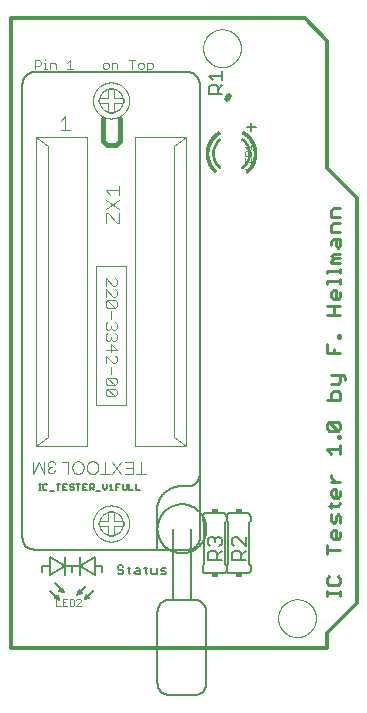
<source format=gto>
G75*
%MOIN*%
%OFA0B0*%
%FSLAX25Y25*%
%IPPOS*%
%LPD*%
%AMOC8*
5,1,8,0,0,1.08239X$1,22.5*
%
%ADD10C,0.00000*%
%ADD11C,0.01200*%
%ADD12C,0.01100*%
%ADD13C,0.00300*%
%ADD14C,0.01500*%
%ADD15C,0.00400*%
%ADD16C,0.00500*%
%ADD17C,0.00800*%
%ADD18C,0.00060*%
%ADD19C,0.00100*%
%ADD20C,0.00200*%
%ADD21C,0.00600*%
%ADD22C,0.00700*%
%ADD23C,0.02000*%
%ADD24R,0.02000X0.01500*%
D10*
X0124063Y0058526D02*
X0124065Y0058651D01*
X0124071Y0058776D01*
X0124081Y0058900D01*
X0124095Y0059024D01*
X0124112Y0059148D01*
X0124134Y0059271D01*
X0124160Y0059393D01*
X0124189Y0059515D01*
X0124222Y0059635D01*
X0124260Y0059754D01*
X0124300Y0059873D01*
X0124345Y0059989D01*
X0124393Y0060104D01*
X0124445Y0060218D01*
X0124501Y0060330D01*
X0124560Y0060440D01*
X0124622Y0060548D01*
X0124688Y0060655D01*
X0124757Y0060759D01*
X0124830Y0060860D01*
X0124905Y0060960D01*
X0124984Y0061057D01*
X0125066Y0061151D01*
X0125151Y0061243D01*
X0125238Y0061332D01*
X0125329Y0061418D01*
X0125422Y0061501D01*
X0125518Y0061582D01*
X0125616Y0061659D01*
X0125716Y0061733D01*
X0125819Y0061804D01*
X0125924Y0061871D01*
X0126032Y0061936D01*
X0126141Y0061996D01*
X0126252Y0062054D01*
X0126365Y0062107D01*
X0126479Y0062157D01*
X0126595Y0062204D01*
X0126712Y0062246D01*
X0126831Y0062285D01*
X0126951Y0062321D01*
X0127072Y0062352D01*
X0127194Y0062380D01*
X0127316Y0062403D01*
X0127440Y0062423D01*
X0127564Y0062439D01*
X0127688Y0062451D01*
X0127813Y0062459D01*
X0127938Y0062463D01*
X0128062Y0062463D01*
X0128187Y0062459D01*
X0128312Y0062451D01*
X0128436Y0062439D01*
X0128560Y0062423D01*
X0128684Y0062403D01*
X0128806Y0062380D01*
X0128928Y0062352D01*
X0129049Y0062321D01*
X0129169Y0062285D01*
X0129288Y0062246D01*
X0129405Y0062204D01*
X0129521Y0062157D01*
X0129635Y0062107D01*
X0129748Y0062054D01*
X0129859Y0061996D01*
X0129969Y0061936D01*
X0130076Y0061871D01*
X0130181Y0061804D01*
X0130284Y0061733D01*
X0130384Y0061659D01*
X0130482Y0061582D01*
X0130578Y0061501D01*
X0130671Y0061418D01*
X0130762Y0061332D01*
X0130849Y0061243D01*
X0130934Y0061151D01*
X0131016Y0061057D01*
X0131095Y0060960D01*
X0131170Y0060860D01*
X0131243Y0060759D01*
X0131312Y0060655D01*
X0131378Y0060548D01*
X0131440Y0060440D01*
X0131499Y0060330D01*
X0131555Y0060218D01*
X0131607Y0060104D01*
X0131655Y0059989D01*
X0131700Y0059873D01*
X0131740Y0059754D01*
X0131778Y0059635D01*
X0131811Y0059515D01*
X0131840Y0059393D01*
X0131866Y0059271D01*
X0131888Y0059148D01*
X0131905Y0059024D01*
X0131919Y0058900D01*
X0131929Y0058776D01*
X0131935Y0058651D01*
X0131937Y0058526D01*
X0131935Y0058401D01*
X0131929Y0058276D01*
X0131919Y0058152D01*
X0131905Y0058028D01*
X0131888Y0057904D01*
X0131866Y0057781D01*
X0131840Y0057659D01*
X0131811Y0057537D01*
X0131778Y0057417D01*
X0131740Y0057298D01*
X0131700Y0057179D01*
X0131655Y0057063D01*
X0131607Y0056948D01*
X0131555Y0056834D01*
X0131499Y0056722D01*
X0131440Y0056612D01*
X0131378Y0056504D01*
X0131312Y0056397D01*
X0131243Y0056293D01*
X0131170Y0056192D01*
X0131095Y0056092D01*
X0131016Y0055995D01*
X0130934Y0055901D01*
X0130849Y0055809D01*
X0130762Y0055720D01*
X0130671Y0055634D01*
X0130578Y0055551D01*
X0130482Y0055470D01*
X0130384Y0055393D01*
X0130284Y0055319D01*
X0130181Y0055248D01*
X0130076Y0055181D01*
X0129968Y0055116D01*
X0129859Y0055056D01*
X0129748Y0054998D01*
X0129635Y0054945D01*
X0129521Y0054895D01*
X0129405Y0054848D01*
X0129288Y0054806D01*
X0129169Y0054767D01*
X0129049Y0054731D01*
X0128928Y0054700D01*
X0128806Y0054672D01*
X0128684Y0054649D01*
X0128560Y0054629D01*
X0128436Y0054613D01*
X0128312Y0054601D01*
X0128187Y0054593D01*
X0128062Y0054589D01*
X0127938Y0054589D01*
X0127813Y0054593D01*
X0127688Y0054601D01*
X0127564Y0054613D01*
X0127440Y0054629D01*
X0127316Y0054649D01*
X0127194Y0054672D01*
X0127072Y0054700D01*
X0126951Y0054731D01*
X0126831Y0054767D01*
X0126712Y0054806D01*
X0126595Y0054848D01*
X0126479Y0054895D01*
X0126365Y0054945D01*
X0126252Y0054998D01*
X0126141Y0055056D01*
X0126031Y0055116D01*
X0125924Y0055181D01*
X0125819Y0055248D01*
X0125716Y0055319D01*
X0125616Y0055393D01*
X0125518Y0055470D01*
X0125422Y0055551D01*
X0125329Y0055634D01*
X0125238Y0055720D01*
X0125151Y0055809D01*
X0125066Y0055901D01*
X0124984Y0055995D01*
X0124905Y0056092D01*
X0124830Y0056192D01*
X0124757Y0056293D01*
X0124688Y0056397D01*
X0124622Y0056504D01*
X0124560Y0056612D01*
X0124501Y0056722D01*
X0124445Y0056834D01*
X0124393Y0056948D01*
X0124345Y0057063D01*
X0124300Y0057179D01*
X0124260Y0057298D01*
X0124222Y0057417D01*
X0124189Y0057537D01*
X0124160Y0057659D01*
X0124134Y0057781D01*
X0124112Y0057904D01*
X0124095Y0058028D01*
X0124081Y0058152D01*
X0124071Y0058276D01*
X0124065Y0058401D01*
X0124063Y0058526D01*
X0183701Y0026928D02*
X0183703Y0027086D01*
X0183709Y0027244D01*
X0183719Y0027402D01*
X0183733Y0027560D01*
X0183751Y0027717D01*
X0183772Y0027874D01*
X0183798Y0028030D01*
X0183828Y0028186D01*
X0183861Y0028341D01*
X0183899Y0028494D01*
X0183940Y0028647D01*
X0183985Y0028799D01*
X0184034Y0028950D01*
X0184087Y0029099D01*
X0184143Y0029247D01*
X0184203Y0029393D01*
X0184267Y0029538D01*
X0184335Y0029681D01*
X0184406Y0029823D01*
X0184480Y0029963D01*
X0184558Y0030100D01*
X0184640Y0030236D01*
X0184724Y0030370D01*
X0184813Y0030501D01*
X0184904Y0030630D01*
X0184999Y0030757D01*
X0185096Y0030882D01*
X0185197Y0031004D01*
X0185301Y0031123D01*
X0185408Y0031240D01*
X0185518Y0031354D01*
X0185631Y0031465D01*
X0185746Y0031574D01*
X0185864Y0031679D01*
X0185985Y0031781D01*
X0186108Y0031881D01*
X0186234Y0031977D01*
X0186362Y0032070D01*
X0186492Y0032160D01*
X0186625Y0032246D01*
X0186760Y0032330D01*
X0186896Y0032409D01*
X0187035Y0032486D01*
X0187176Y0032558D01*
X0187318Y0032628D01*
X0187462Y0032693D01*
X0187608Y0032755D01*
X0187755Y0032813D01*
X0187904Y0032868D01*
X0188054Y0032919D01*
X0188205Y0032966D01*
X0188357Y0033009D01*
X0188510Y0033048D01*
X0188665Y0033084D01*
X0188820Y0033115D01*
X0188976Y0033143D01*
X0189132Y0033167D01*
X0189289Y0033187D01*
X0189447Y0033203D01*
X0189604Y0033215D01*
X0189763Y0033223D01*
X0189921Y0033227D01*
X0190079Y0033227D01*
X0190237Y0033223D01*
X0190396Y0033215D01*
X0190553Y0033203D01*
X0190711Y0033187D01*
X0190868Y0033167D01*
X0191024Y0033143D01*
X0191180Y0033115D01*
X0191335Y0033084D01*
X0191490Y0033048D01*
X0191643Y0033009D01*
X0191795Y0032966D01*
X0191946Y0032919D01*
X0192096Y0032868D01*
X0192245Y0032813D01*
X0192392Y0032755D01*
X0192538Y0032693D01*
X0192682Y0032628D01*
X0192824Y0032558D01*
X0192965Y0032486D01*
X0193104Y0032409D01*
X0193240Y0032330D01*
X0193375Y0032246D01*
X0193508Y0032160D01*
X0193638Y0032070D01*
X0193766Y0031977D01*
X0193892Y0031881D01*
X0194015Y0031781D01*
X0194136Y0031679D01*
X0194254Y0031574D01*
X0194369Y0031465D01*
X0194482Y0031354D01*
X0194592Y0031240D01*
X0194699Y0031123D01*
X0194803Y0031004D01*
X0194904Y0030882D01*
X0195001Y0030757D01*
X0195096Y0030630D01*
X0195187Y0030501D01*
X0195276Y0030370D01*
X0195360Y0030236D01*
X0195442Y0030100D01*
X0195520Y0029963D01*
X0195594Y0029823D01*
X0195665Y0029681D01*
X0195733Y0029538D01*
X0195797Y0029393D01*
X0195857Y0029247D01*
X0195913Y0029099D01*
X0195966Y0028950D01*
X0196015Y0028799D01*
X0196060Y0028647D01*
X0196101Y0028494D01*
X0196139Y0028341D01*
X0196172Y0028186D01*
X0196202Y0028030D01*
X0196228Y0027874D01*
X0196249Y0027717D01*
X0196267Y0027560D01*
X0196281Y0027402D01*
X0196291Y0027244D01*
X0196297Y0027086D01*
X0196299Y0026928D01*
X0196297Y0026770D01*
X0196291Y0026612D01*
X0196281Y0026454D01*
X0196267Y0026296D01*
X0196249Y0026139D01*
X0196228Y0025982D01*
X0196202Y0025826D01*
X0196172Y0025670D01*
X0196139Y0025515D01*
X0196101Y0025362D01*
X0196060Y0025209D01*
X0196015Y0025057D01*
X0195966Y0024906D01*
X0195913Y0024757D01*
X0195857Y0024609D01*
X0195797Y0024463D01*
X0195733Y0024318D01*
X0195665Y0024175D01*
X0195594Y0024033D01*
X0195520Y0023893D01*
X0195442Y0023756D01*
X0195360Y0023620D01*
X0195276Y0023486D01*
X0195187Y0023355D01*
X0195096Y0023226D01*
X0195001Y0023099D01*
X0194904Y0022974D01*
X0194803Y0022852D01*
X0194699Y0022733D01*
X0194592Y0022616D01*
X0194482Y0022502D01*
X0194369Y0022391D01*
X0194254Y0022282D01*
X0194136Y0022177D01*
X0194015Y0022075D01*
X0193892Y0021975D01*
X0193766Y0021879D01*
X0193638Y0021786D01*
X0193508Y0021696D01*
X0193375Y0021610D01*
X0193240Y0021526D01*
X0193104Y0021447D01*
X0192965Y0021370D01*
X0192824Y0021298D01*
X0192682Y0021228D01*
X0192538Y0021163D01*
X0192392Y0021101D01*
X0192245Y0021043D01*
X0192096Y0020988D01*
X0191946Y0020937D01*
X0191795Y0020890D01*
X0191643Y0020847D01*
X0191490Y0020808D01*
X0191335Y0020772D01*
X0191180Y0020741D01*
X0191024Y0020713D01*
X0190868Y0020689D01*
X0190711Y0020669D01*
X0190553Y0020653D01*
X0190396Y0020641D01*
X0190237Y0020633D01*
X0190079Y0020629D01*
X0189921Y0020629D01*
X0189763Y0020633D01*
X0189604Y0020641D01*
X0189447Y0020653D01*
X0189289Y0020669D01*
X0189132Y0020689D01*
X0188976Y0020713D01*
X0188820Y0020741D01*
X0188665Y0020772D01*
X0188510Y0020808D01*
X0188357Y0020847D01*
X0188205Y0020890D01*
X0188054Y0020937D01*
X0187904Y0020988D01*
X0187755Y0021043D01*
X0187608Y0021101D01*
X0187462Y0021163D01*
X0187318Y0021228D01*
X0187176Y0021298D01*
X0187035Y0021370D01*
X0186896Y0021447D01*
X0186760Y0021526D01*
X0186625Y0021610D01*
X0186492Y0021696D01*
X0186362Y0021786D01*
X0186234Y0021879D01*
X0186108Y0021975D01*
X0185985Y0022075D01*
X0185864Y0022177D01*
X0185746Y0022282D01*
X0185631Y0022391D01*
X0185518Y0022502D01*
X0185408Y0022616D01*
X0185301Y0022733D01*
X0185197Y0022852D01*
X0185096Y0022974D01*
X0184999Y0023099D01*
X0184904Y0023226D01*
X0184813Y0023355D01*
X0184724Y0023486D01*
X0184640Y0023620D01*
X0184558Y0023756D01*
X0184480Y0023893D01*
X0184406Y0024033D01*
X0184335Y0024175D01*
X0184267Y0024318D01*
X0184203Y0024463D01*
X0184143Y0024609D01*
X0184087Y0024757D01*
X0184034Y0024906D01*
X0183985Y0025057D01*
X0183940Y0025209D01*
X0183899Y0025362D01*
X0183861Y0025515D01*
X0183828Y0025670D01*
X0183798Y0025826D01*
X0183772Y0025982D01*
X0183751Y0026139D01*
X0183733Y0026296D01*
X0183719Y0026454D01*
X0183709Y0026612D01*
X0183703Y0026770D01*
X0183701Y0026928D01*
X0209921Y0031849D02*
X0210000Y0031928D01*
X0124063Y0199550D02*
X0124065Y0199675D01*
X0124071Y0199800D01*
X0124081Y0199924D01*
X0124095Y0200048D01*
X0124112Y0200172D01*
X0124134Y0200295D01*
X0124160Y0200417D01*
X0124189Y0200539D01*
X0124222Y0200659D01*
X0124260Y0200778D01*
X0124300Y0200897D01*
X0124345Y0201013D01*
X0124393Y0201128D01*
X0124445Y0201242D01*
X0124501Y0201354D01*
X0124560Y0201464D01*
X0124622Y0201572D01*
X0124688Y0201679D01*
X0124757Y0201783D01*
X0124830Y0201884D01*
X0124905Y0201984D01*
X0124984Y0202081D01*
X0125066Y0202175D01*
X0125151Y0202267D01*
X0125238Y0202356D01*
X0125329Y0202442D01*
X0125422Y0202525D01*
X0125518Y0202606D01*
X0125616Y0202683D01*
X0125716Y0202757D01*
X0125819Y0202828D01*
X0125924Y0202895D01*
X0126032Y0202960D01*
X0126141Y0203020D01*
X0126252Y0203078D01*
X0126365Y0203131D01*
X0126479Y0203181D01*
X0126595Y0203228D01*
X0126712Y0203270D01*
X0126831Y0203309D01*
X0126951Y0203345D01*
X0127072Y0203376D01*
X0127194Y0203404D01*
X0127316Y0203427D01*
X0127440Y0203447D01*
X0127564Y0203463D01*
X0127688Y0203475D01*
X0127813Y0203483D01*
X0127938Y0203487D01*
X0128062Y0203487D01*
X0128187Y0203483D01*
X0128312Y0203475D01*
X0128436Y0203463D01*
X0128560Y0203447D01*
X0128684Y0203427D01*
X0128806Y0203404D01*
X0128928Y0203376D01*
X0129049Y0203345D01*
X0129169Y0203309D01*
X0129288Y0203270D01*
X0129405Y0203228D01*
X0129521Y0203181D01*
X0129635Y0203131D01*
X0129748Y0203078D01*
X0129859Y0203020D01*
X0129969Y0202960D01*
X0130076Y0202895D01*
X0130181Y0202828D01*
X0130284Y0202757D01*
X0130384Y0202683D01*
X0130482Y0202606D01*
X0130578Y0202525D01*
X0130671Y0202442D01*
X0130762Y0202356D01*
X0130849Y0202267D01*
X0130934Y0202175D01*
X0131016Y0202081D01*
X0131095Y0201984D01*
X0131170Y0201884D01*
X0131243Y0201783D01*
X0131312Y0201679D01*
X0131378Y0201572D01*
X0131440Y0201464D01*
X0131499Y0201354D01*
X0131555Y0201242D01*
X0131607Y0201128D01*
X0131655Y0201013D01*
X0131700Y0200897D01*
X0131740Y0200778D01*
X0131778Y0200659D01*
X0131811Y0200539D01*
X0131840Y0200417D01*
X0131866Y0200295D01*
X0131888Y0200172D01*
X0131905Y0200048D01*
X0131919Y0199924D01*
X0131929Y0199800D01*
X0131935Y0199675D01*
X0131937Y0199550D01*
X0131935Y0199425D01*
X0131929Y0199300D01*
X0131919Y0199176D01*
X0131905Y0199052D01*
X0131888Y0198928D01*
X0131866Y0198805D01*
X0131840Y0198683D01*
X0131811Y0198561D01*
X0131778Y0198441D01*
X0131740Y0198322D01*
X0131700Y0198203D01*
X0131655Y0198087D01*
X0131607Y0197972D01*
X0131555Y0197858D01*
X0131499Y0197746D01*
X0131440Y0197636D01*
X0131378Y0197528D01*
X0131312Y0197421D01*
X0131243Y0197317D01*
X0131170Y0197216D01*
X0131095Y0197116D01*
X0131016Y0197019D01*
X0130934Y0196925D01*
X0130849Y0196833D01*
X0130762Y0196744D01*
X0130671Y0196658D01*
X0130578Y0196575D01*
X0130482Y0196494D01*
X0130384Y0196417D01*
X0130284Y0196343D01*
X0130181Y0196272D01*
X0130076Y0196205D01*
X0129968Y0196140D01*
X0129859Y0196080D01*
X0129748Y0196022D01*
X0129635Y0195969D01*
X0129521Y0195919D01*
X0129405Y0195872D01*
X0129288Y0195830D01*
X0129169Y0195791D01*
X0129049Y0195755D01*
X0128928Y0195724D01*
X0128806Y0195696D01*
X0128684Y0195673D01*
X0128560Y0195653D01*
X0128436Y0195637D01*
X0128312Y0195625D01*
X0128187Y0195617D01*
X0128062Y0195613D01*
X0127938Y0195613D01*
X0127813Y0195617D01*
X0127688Y0195625D01*
X0127564Y0195637D01*
X0127440Y0195653D01*
X0127316Y0195673D01*
X0127194Y0195696D01*
X0127072Y0195724D01*
X0126951Y0195755D01*
X0126831Y0195791D01*
X0126712Y0195830D01*
X0126595Y0195872D01*
X0126479Y0195919D01*
X0126365Y0195969D01*
X0126252Y0196022D01*
X0126141Y0196080D01*
X0126031Y0196140D01*
X0125924Y0196205D01*
X0125819Y0196272D01*
X0125716Y0196343D01*
X0125616Y0196417D01*
X0125518Y0196494D01*
X0125422Y0196575D01*
X0125329Y0196658D01*
X0125238Y0196744D01*
X0125151Y0196833D01*
X0125066Y0196925D01*
X0124984Y0197019D01*
X0124905Y0197116D01*
X0124830Y0197216D01*
X0124757Y0197317D01*
X0124688Y0197421D01*
X0124622Y0197528D01*
X0124560Y0197636D01*
X0124501Y0197746D01*
X0124445Y0197858D01*
X0124393Y0197972D01*
X0124345Y0198087D01*
X0124300Y0198203D01*
X0124260Y0198322D01*
X0124222Y0198441D01*
X0124189Y0198561D01*
X0124160Y0198683D01*
X0124134Y0198805D01*
X0124112Y0198928D01*
X0124095Y0199052D01*
X0124081Y0199176D01*
X0124071Y0199300D01*
X0124065Y0199425D01*
X0124063Y0199550D01*
X0158701Y0216928D02*
X0158703Y0217086D01*
X0158709Y0217244D01*
X0158719Y0217402D01*
X0158733Y0217560D01*
X0158751Y0217717D01*
X0158772Y0217874D01*
X0158798Y0218030D01*
X0158828Y0218186D01*
X0158861Y0218341D01*
X0158899Y0218494D01*
X0158940Y0218647D01*
X0158985Y0218799D01*
X0159034Y0218950D01*
X0159087Y0219099D01*
X0159143Y0219247D01*
X0159203Y0219393D01*
X0159267Y0219538D01*
X0159335Y0219681D01*
X0159406Y0219823D01*
X0159480Y0219963D01*
X0159558Y0220100D01*
X0159640Y0220236D01*
X0159724Y0220370D01*
X0159813Y0220501D01*
X0159904Y0220630D01*
X0159999Y0220757D01*
X0160096Y0220882D01*
X0160197Y0221004D01*
X0160301Y0221123D01*
X0160408Y0221240D01*
X0160518Y0221354D01*
X0160631Y0221465D01*
X0160746Y0221574D01*
X0160864Y0221679D01*
X0160985Y0221781D01*
X0161108Y0221881D01*
X0161234Y0221977D01*
X0161362Y0222070D01*
X0161492Y0222160D01*
X0161625Y0222246D01*
X0161760Y0222330D01*
X0161896Y0222409D01*
X0162035Y0222486D01*
X0162176Y0222558D01*
X0162318Y0222628D01*
X0162462Y0222693D01*
X0162608Y0222755D01*
X0162755Y0222813D01*
X0162904Y0222868D01*
X0163054Y0222919D01*
X0163205Y0222966D01*
X0163357Y0223009D01*
X0163510Y0223048D01*
X0163665Y0223084D01*
X0163820Y0223115D01*
X0163976Y0223143D01*
X0164132Y0223167D01*
X0164289Y0223187D01*
X0164447Y0223203D01*
X0164604Y0223215D01*
X0164763Y0223223D01*
X0164921Y0223227D01*
X0165079Y0223227D01*
X0165237Y0223223D01*
X0165396Y0223215D01*
X0165553Y0223203D01*
X0165711Y0223187D01*
X0165868Y0223167D01*
X0166024Y0223143D01*
X0166180Y0223115D01*
X0166335Y0223084D01*
X0166490Y0223048D01*
X0166643Y0223009D01*
X0166795Y0222966D01*
X0166946Y0222919D01*
X0167096Y0222868D01*
X0167245Y0222813D01*
X0167392Y0222755D01*
X0167538Y0222693D01*
X0167682Y0222628D01*
X0167824Y0222558D01*
X0167965Y0222486D01*
X0168104Y0222409D01*
X0168240Y0222330D01*
X0168375Y0222246D01*
X0168508Y0222160D01*
X0168638Y0222070D01*
X0168766Y0221977D01*
X0168892Y0221881D01*
X0169015Y0221781D01*
X0169136Y0221679D01*
X0169254Y0221574D01*
X0169369Y0221465D01*
X0169482Y0221354D01*
X0169592Y0221240D01*
X0169699Y0221123D01*
X0169803Y0221004D01*
X0169904Y0220882D01*
X0170001Y0220757D01*
X0170096Y0220630D01*
X0170187Y0220501D01*
X0170276Y0220370D01*
X0170360Y0220236D01*
X0170442Y0220100D01*
X0170520Y0219963D01*
X0170594Y0219823D01*
X0170665Y0219681D01*
X0170733Y0219538D01*
X0170797Y0219393D01*
X0170857Y0219247D01*
X0170913Y0219099D01*
X0170966Y0218950D01*
X0171015Y0218799D01*
X0171060Y0218647D01*
X0171101Y0218494D01*
X0171139Y0218341D01*
X0171172Y0218186D01*
X0171202Y0218030D01*
X0171228Y0217874D01*
X0171249Y0217717D01*
X0171267Y0217560D01*
X0171281Y0217402D01*
X0171291Y0217244D01*
X0171297Y0217086D01*
X0171299Y0216928D01*
X0171297Y0216770D01*
X0171291Y0216612D01*
X0171281Y0216454D01*
X0171267Y0216296D01*
X0171249Y0216139D01*
X0171228Y0215982D01*
X0171202Y0215826D01*
X0171172Y0215670D01*
X0171139Y0215515D01*
X0171101Y0215362D01*
X0171060Y0215209D01*
X0171015Y0215057D01*
X0170966Y0214906D01*
X0170913Y0214757D01*
X0170857Y0214609D01*
X0170797Y0214463D01*
X0170733Y0214318D01*
X0170665Y0214175D01*
X0170594Y0214033D01*
X0170520Y0213893D01*
X0170442Y0213756D01*
X0170360Y0213620D01*
X0170276Y0213486D01*
X0170187Y0213355D01*
X0170096Y0213226D01*
X0170001Y0213099D01*
X0169904Y0212974D01*
X0169803Y0212852D01*
X0169699Y0212733D01*
X0169592Y0212616D01*
X0169482Y0212502D01*
X0169369Y0212391D01*
X0169254Y0212282D01*
X0169136Y0212177D01*
X0169015Y0212075D01*
X0168892Y0211975D01*
X0168766Y0211879D01*
X0168638Y0211786D01*
X0168508Y0211696D01*
X0168375Y0211610D01*
X0168240Y0211526D01*
X0168104Y0211447D01*
X0167965Y0211370D01*
X0167824Y0211298D01*
X0167682Y0211228D01*
X0167538Y0211163D01*
X0167392Y0211101D01*
X0167245Y0211043D01*
X0167096Y0210988D01*
X0166946Y0210937D01*
X0166795Y0210890D01*
X0166643Y0210847D01*
X0166490Y0210808D01*
X0166335Y0210772D01*
X0166180Y0210741D01*
X0166024Y0210713D01*
X0165868Y0210689D01*
X0165711Y0210669D01*
X0165553Y0210653D01*
X0165396Y0210641D01*
X0165237Y0210633D01*
X0165079Y0210629D01*
X0164921Y0210629D01*
X0164763Y0210633D01*
X0164604Y0210641D01*
X0164447Y0210653D01*
X0164289Y0210669D01*
X0164132Y0210689D01*
X0163976Y0210713D01*
X0163820Y0210741D01*
X0163665Y0210772D01*
X0163510Y0210808D01*
X0163357Y0210847D01*
X0163205Y0210890D01*
X0163054Y0210937D01*
X0162904Y0210988D01*
X0162755Y0211043D01*
X0162608Y0211101D01*
X0162462Y0211163D01*
X0162318Y0211228D01*
X0162176Y0211298D01*
X0162035Y0211370D01*
X0161896Y0211447D01*
X0161760Y0211526D01*
X0161625Y0211610D01*
X0161492Y0211696D01*
X0161362Y0211786D01*
X0161234Y0211879D01*
X0161108Y0211975D01*
X0160985Y0212075D01*
X0160864Y0212177D01*
X0160746Y0212282D01*
X0160631Y0212391D01*
X0160518Y0212502D01*
X0160408Y0212616D01*
X0160301Y0212733D01*
X0160197Y0212852D01*
X0160096Y0212974D01*
X0159999Y0213099D01*
X0159904Y0213226D01*
X0159813Y0213355D01*
X0159724Y0213486D01*
X0159640Y0213620D01*
X0159558Y0213756D01*
X0159480Y0213893D01*
X0159406Y0214033D01*
X0159335Y0214175D01*
X0159267Y0214318D01*
X0159203Y0214463D01*
X0159143Y0214609D01*
X0159087Y0214757D01*
X0159034Y0214906D01*
X0158985Y0215057D01*
X0158940Y0215209D01*
X0158899Y0215362D01*
X0158861Y0215515D01*
X0158828Y0215670D01*
X0158798Y0215826D01*
X0158772Y0215982D01*
X0158751Y0216139D01*
X0158733Y0216296D01*
X0158719Y0216454D01*
X0158709Y0216612D01*
X0158703Y0216770D01*
X0158701Y0216928D01*
D11*
X0094500Y0226928D02*
X0094500Y0016928D01*
X0200000Y0016928D01*
X0200000Y0021928D01*
X0210000Y0031928D01*
X0210000Y0032428D02*
X0210000Y0166928D01*
X0200000Y0176928D01*
X0200000Y0219428D01*
X0192500Y0226928D01*
X0094500Y0226928D01*
D12*
X0201447Y0163061D02*
X0201447Y0160809D01*
X0204450Y0160809D01*
X0204450Y0158655D02*
X0202198Y0158655D01*
X0201447Y0157905D01*
X0201447Y0155653D01*
X0204450Y0155653D01*
X0204450Y0153499D02*
X0202198Y0153499D01*
X0201447Y0152748D01*
X0201447Y0151247D01*
X0202949Y0151247D02*
X0203699Y0150497D01*
X0204450Y0151247D01*
X0204450Y0153499D01*
X0202949Y0153499D02*
X0202949Y0151247D01*
X0202198Y0148343D02*
X0201447Y0147592D01*
X0202198Y0146841D01*
X0204450Y0146841D01*
X0204450Y0145340D02*
X0201447Y0145340D01*
X0201447Y0146091D01*
X0202198Y0146841D01*
X0202198Y0148343D02*
X0204450Y0148343D01*
X0204450Y0143404D02*
X0204450Y0141903D01*
X0204450Y0142653D02*
X0199946Y0142653D01*
X0199946Y0141903D01*
X0199946Y0139216D02*
X0204450Y0139216D01*
X0204450Y0139966D02*
X0204450Y0138465D01*
X0202949Y0136311D02*
X0202949Y0133309D01*
X0203699Y0133309D02*
X0202198Y0133309D01*
X0201447Y0134059D01*
X0201447Y0135560D01*
X0202198Y0136311D01*
X0202949Y0136311D01*
X0204450Y0135560D02*
X0204450Y0134059D01*
X0203699Y0133309D01*
X0204450Y0131155D02*
X0199946Y0131155D01*
X0202198Y0131155D02*
X0202198Y0128152D01*
X0204450Y0128152D02*
X0199946Y0128152D01*
X0203699Y0121168D02*
X0204450Y0121168D01*
X0204450Y0120418D01*
X0203699Y0120418D01*
X0203699Y0121168D01*
X0199946Y0118264D02*
X0199946Y0115261D01*
X0204450Y0115261D01*
X0202198Y0115261D02*
X0202198Y0116762D01*
X0201447Y0107951D02*
X0205201Y0107951D01*
X0205951Y0107200D01*
X0205951Y0106450D01*
X0204450Y0105699D02*
X0204450Y0107951D01*
X0204450Y0105699D02*
X0203699Y0104948D01*
X0201447Y0104948D01*
X0202198Y0102794D02*
X0201447Y0102044D01*
X0201447Y0099792D01*
X0199946Y0099792D02*
X0204450Y0099792D01*
X0204450Y0102044D01*
X0203699Y0102794D01*
X0202198Y0102794D01*
X0200697Y0092482D02*
X0203699Y0089479D01*
X0204450Y0090230D01*
X0204450Y0091731D01*
X0203699Y0092482D01*
X0200697Y0092482D01*
X0199946Y0091731D01*
X0199946Y0090230D01*
X0200697Y0089479D01*
X0203699Y0089479D01*
X0203699Y0087652D02*
X0204450Y0087652D01*
X0204450Y0086901D01*
X0203699Y0086901D01*
X0203699Y0087652D01*
X0204450Y0084747D02*
X0204450Y0081745D01*
X0204450Y0083246D02*
X0199946Y0083246D01*
X0201447Y0081745D01*
X0201447Y0074543D02*
X0201447Y0073792D01*
X0202949Y0072291D01*
X0204450Y0072291D02*
X0201447Y0072291D01*
X0202198Y0070137D02*
X0201447Y0069387D01*
X0201447Y0067885D01*
X0202198Y0067135D01*
X0203699Y0067135D01*
X0204450Y0067885D01*
X0204450Y0069387D01*
X0202949Y0070137D02*
X0202949Y0067135D01*
X0204450Y0065198D02*
X0203699Y0064448D01*
X0200697Y0064448D01*
X0201447Y0065198D02*
X0201447Y0063697D01*
X0201447Y0061543D02*
X0201447Y0059291D01*
X0202198Y0058541D01*
X0202949Y0059291D01*
X0202949Y0060793D01*
X0203699Y0061543D01*
X0204450Y0060793D01*
X0204450Y0058541D01*
X0202949Y0056387D02*
X0202949Y0053384D01*
X0203699Y0053384D02*
X0202198Y0053384D01*
X0201447Y0054135D01*
X0201447Y0055636D01*
X0202198Y0056387D01*
X0202949Y0056387D01*
X0204450Y0055636D02*
X0204450Y0054135D01*
X0203699Y0053384D01*
X0199946Y0051231D02*
X0199946Y0048228D01*
X0199946Y0049729D02*
X0204450Y0049729D01*
X0203699Y0040918D02*
X0204450Y0040167D01*
X0204450Y0038666D01*
X0203699Y0037915D01*
X0200697Y0037915D01*
X0199946Y0038666D01*
X0199946Y0040167D01*
X0200697Y0040918D01*
X0199946Y0035979D02*
X0199946Y0034478D01*
X0199946Y0035228D02*
X0204450Y0035228D01*
X0204450Y0034478D02*
X0204450Y0035979D01*
X0202949Y0070137D02*
X0202198Y0070137D01*
X0199946Y0138465D02*
X0199946Y0139216D01*
X0201447Y0163061D02*
X0202198Y0163812D01*
X0204450Y0163812D01*
D13*
X0141908Y0210561D02*
X0141424Y0210078D01*
X0139973Y0210078D01*
X0139973Y0209110D02*
X0139973Y0212013D01*
X0141424Y0212013D01*
X0141908Y0211529D01*
X0141908Y0210561D01*
X0138961Y0210561D02*
X0138961Y0211529D01*
X0138477Y0212013D01*
X0137510Y0212013D01*
X0137026Y0211529D01*
X0137026Y0210561D01*
X0137510Y0210078D01*
X0138477Y0210078D01*
X0138961Y0210561D01*
X0136015Y0212980D02*
X0134080Y0212980D01*
X0135047Y0212980D02*
X0135047Y0210078D01*
X0130121Y0210078D02*
X0130121Y0211529D01*
X0129638Y0212013D01*
X0128186Y0212013D01*
X0128186Y0210078D01*
X0127175Y0210561D02*
X0127175Y0211529D01*
X0126691Y0212013D01*
X0125724Y0212013D01*
X0125240Y0211529D01*
X0125240Y0210561D01*
X0125724Y0210078D01*
X0126691Y0210078D01*
X0127175Y0210561D01*
X0115389Y0210078D02*
X0113454Y0210078D01*
X0114421Y0210078D02*
X0114421Y0212980D01*
X0113454Y0212013D01*
X0109496Y0211529D02*
X0109496Y0210078D01*
X0109496Y0211529D02*
X0109012Y0212013D01*
X0107561Y0212013D01*
X0107561Y0210078D01*
X0106564Y0210078D02*
X0105597Y0210078D01*
X0106080Y0210078D02*
X0106080Y0212013D01*
X0105597Y0212013D01*
X0106080Y0212980D02*
X0106080Y0213464D01*
X0104585Y0212496D02*
X0104585Y0211529D01*
X0104101Y0211045D01*
X0102650Y0211045D01*
X0102650Y0210078D02*
X0102650Y0212980D01*
X0104101Y0212980D01*
X0104585Y0212496D01*
X0126150Y0140278D02*
X0128619Y0137809D01*
X0129236Y0137809D01*
X0129853Y0138426D01*
X0129853Y0139660D01*
X0129236Y0140278D01*
X0126150Y0140278D02*
X0126150Y0137809D01*
X0126150Y0136594D02*
X0128619Y0134126D01*
X0129236Y0134126D01*
X0129853Y0134743D01*
X0129853Y0135977D01*
X0129236Y0136594D01*
X0126150Y0136594D02*
X0126150Y0134126D01*
X0126767Y0132911D02*
X0129236Y0130442D01*
X0126767Y0130442D01*
X0126150Y0131060D01*
X0126150Y0132294D01*
X0126767Y0132911D01*
X0129236Y0132911D01*
X0129853Y0132294D01*
X0129853Y0131060D01*
X0129236Y0130442D01*
X0128002Y0129228D02*
X0128002Y0126759D01*
X0129236Y0125545D02*
X0129853Y0124928D01*
X0129853Y0123693D01*
X0129236Y0123076D01*
X0128619Y0123076D01*
X0128002Y0123693D01*
X0127384Y0123076D01*
X0126767Y0123076D01*
X0126150Y0123693D01*
X0126150Y0124928D01*
X0126767Y0125545D01*
X0128002Y0124311D02*
X0128002Y0123693D01*
X0129236Y0121862D02*
X0129853Y0121245D01*
X0129853Y0120010D01*
X0129236Y0119393D01*
X0128619Y0119393D01*
X0128002Y0120010D01*
X0127384Y0119393D01*
X0126767Y0119393D01*
X0126150Y0120010D01*
X0126150Y0121245D01*
X0126767Y0121862D01*
X0128002Y0120627D02*
X0128002Y0120010D01*
X0128002Y0118179D02*
X0128002Y0115710D01*
X0129236Y0114496D02*
X0129853Y0113878D01*
X0129853Y0112644D01*
X0129236Y0112027D01*
X0128619Y0112027D01*
X0126150Y0114496D01*
X0126150Y0112027D01*
X0128002Y0110812D02*
X0128002Y0108344D01*
X0129236Y0107129D02*
X0126767Y0107129D01*
X0129236Y0104660D01*
X0126767Y0104660D01*
X0126150Y0105278D01*
X0126150Y0106512D01*
X0126767Y0107129D01*
X0129236Y0107129D02*
X0129853Y0106512D01*
X0129853Y0105278D01*
X0129236Y0104660D01*
X0129236Y0103446D02*
X0129853Y0102829D01*
X0129853Y0101595D01*
X0129236Y0100977D01*
X0126767Y0103446D01*
X0126150Y0102829D01*
X0126150Y0101595D01*
X0126767Y0100977D01*
X0129236Y0100977D01*
X0129236Y0103446D02*
X0126767Y0103446D01*
X0126150Y0116327D02*
X0129853Y0116327D01*
X0128002Y0118179D01*
D14*
X0126668Y0184678D02*
X0129504Y0184678D01*
X0130922Y0186095D01*
X0130922Y0193185D01*
X0125250Y0193185D02*
X0125250Y0186095D01*
X0126668Y0184678D01*
D15*
X0120000Y0187428D02*
X0103000Y0187428D01*
X0107000Y0184428D01*
X0107000Y0087428D01*
X0103000Y0084428D01*
X0103000Y0187428D01*
X0111200Y0189628D02*
X0114269Y0189628D01*
X0112735Y0189628D02*
X0112735Y0194231D01*
X0111200Y0192697D01*
X0120000Y0187428D02*
X0120000Y0084428D01*
X0103000Y0084428D01*
X0103866Y0079156D02*
X0101976Y0075061D01*
X0101976Y0079156D01*
X0103866Y0079156D02*
X0105717Y0075101D01*
X0105717Y0079156D01*
X0107016Y0077660D02*
X0107047Y0077611D01*
X0107081Y0077563D01*
X0107118Y0077518D01*
X0107158Y0077475D01*
X0107200Y0077434D01*
X0107245Y0077396D01*
X0107292Y0077361D01*
X0107341Y0077329D01*
X0107392Y0077300D01*
X0107444Y0077274D01*
X0107498Y0077252D01*
X0107554Y0077232D01*
X0107610Y0077216D01*
X0107667Y0077204D01*
X0107725Y0077195D01*
X0107784Y0077190D01*
X0107842Y0077188D01*
X0107843Y0077187D02*
X0108197Y0077187D01*
X0108630Y0079157D02*
X0108538Y0079175D01*
X0108445Y0079189D01*
X0108352Y0079200D01*
X0108258Y0079207D01*
X0108164Y0079210D01*
X0108070Y0079209D01*
X0107976Y0079204D01*
X0107882Y0079196D01*
X0107094Y0078762D02*
X0107059Y0078715D01*
X0107027Y0078666D01*
X0106997Y0078615D01*
X0106971Y0078563D01*
X0106948Y0078509D01*
X0106928Y0078453D01*
X0106912Y0078397D01*
X0106899Y0078340D01*
X0106889Y0078282D01*
X0106883Y0078223D01*
X0106881Y0078165D01*
X0106882Y0078106D01*
X0106887Y0078047D01*
X0106895Y0077989D01*
X0106907Y0077932D01*
X0106922Y0077875D01*
X0106940Y0077819D01*
X0106962Y0077765D01*
X0106987Y0077712D01*
X0107016Y0077660D01*
X0107094Y0078763D02*
X0107137Y0078813D01*
X0107182Y0078861D01*
X0107230Y0078906D01*
X0107280Y0078948D01*
X0107333Y0078988D01*
X0107388Y0079024D01*
X0107445Y0079058D01*
X0107503Y0079088D01*
X0107563Y0079115D01*
X0107625Y0079138D01*
X0107688Y0079158D01*
X0107752Y0079174D01*
X0107816Y0079187D01*
X0107882Y0079196D01*
X0108630Y0079155D02*
X0108688Y0079141D01*
X0108744Y0079123D01*
X0108799Y0079101D01*
X0108853Y0079075D01*
X0108905Y0079046D01*
X0108955Y0079014D01*
X0109002Y0078978D01*
X0109047Y0078940D01*
X0109089Y0078898D01*
X0109129Y0078854D01*
X0109166Y0078807D01*
X0109199Y0078758D01*
X0109229Y0078707D01*
X0109256Y0078654D01*
X0109279Y0078599D01*
X0109298Y0078543D01*
X0109314Y0078486D01*
X0109326Y0078428D01*
X0109334Y0078369D01*
X0109338Y0078310D01*
X0109339Y0078250D01*
X0109260Y0076203D02*
X0109243Y0076136D01*
X0109224Y0076070D01*
X0109200Y0076006D01*
X0109173Y0075942D01*
X0109143Y0075880D01*
X0109109Y0075820D01*
X0109072Y0075762D01*
X0109032Y0075706D01*
X0108989Y0075653D01*
X0108943Y0075601D01*
X0108895Y0075553D01*
X0108843Y0075507D01*
X0108790Y0075464D01*
X0108734Y0075424D01*
X0108675Y0075387D01*
X0108615Y0075353D01*
X0108554Y0075323D01*
X0108490Y0075296D01*
X0108426Y0075273D01*
X0108360Y0075253D01*
X0108293Y0075237D01*
X0108225Y0075225D01*
X0108157Y0075216D01*
X0108088Y0075211D01*
X0108019Y0075210D01*
X0107951Y0075213D01*
X0107882Y0075219D01*
X0107882Y0075220D02*
X0107823Y0075229D01*
X0107766Y0075241D01*
X0107709Y0075258D01*
X0107654Y0075278D01*
X0107600Y0075301D01*
X0107548Y0075328D01*
X0107497Y0075359D01*
X0107449Y0075392D01*
X0107403Y0075429D01*
X0107359Y0075469D01*
X0107318Y0075511D01*
X0107280Y0075556D01*
X0107245Y0075603D01*
X0107213Y0075652D01*
X0107134Y0076715D02*
X0107156Y0076764D01*
X0107182Y0076810D01*
X0107210Y0076855D01*
X0107242Y0076898D01*
X0107276Y0076938D01*
X0107313Y0076976D01*
X0107353Y0077011D01*
X0107395Y0077044D01*
X0107439Y0077073D01*
X0107485Y0077100D01*
X0107533Y0077123D01*
X0107583Y0077143D01*
X0107633Y0077159D01*
X0107685Y0077172D01*
X0107737Y0077181D01*
X0107790Y0077186D01*
X0107843Y0077188D01*
X0107134Y0076714D02*
X0107111Y0076654D01*
X0107091Y0076592D01*
X0107075Y0076529D01*
X0107062Y0076465D01*
X0107052Y0076401D01*
X0107046Y0076336D01*
X0107044Y0076271D01*
X0107045Y0076206D01*
X0107050Y0076141D01*
X0107058Y0076077D01*
X0107070Y0076013D01*
X0107086Y0075950D01*
X0107105Y0075887D01*
X0107127Y0075826D01*
X0107152Y0075767D01*
X0107181Y0075708D01*
X0107213Y0075652D01*
X0111543Y0079117D02*
X0113787Y0079117D01*
X0113787Y0074983D01*
X0115126Y0076872D02*
X0115126Y0077384D01*
X0115128Y0077468D01*
X0115134Y0077552D01*
X0115143Y0077636D01*
X0115157Y0077719D01*
X0115174Y0077802D01*
X0115195Y0077883D01*
X0115219Y0077964D01*
X0115247Y0078043D01*
X0115279Y0078121D01*
X0115314Y0078198D01*
X0115353Y0078272D01*
X0115395Y0078345D01*
X0115441Y0078416D01*
X0115489Y0078485D01*
X0115541Y0078552D01*
X0115596Y0078616D01*
X0115653Y0078677D01*
X0115713Y0078736D01*
X0115776Y0078792D01*
X0115841Y0078845D01*
X0115909Y0078895D01*
X0115979Y0078942D01*
X0116051Y0078986D01*
X0116125Y0079027D01*
X0116201Y0079064D01*
X0116278Y0079097D01*
X0116356Y0079127D01*
X0116436Y0079154D01*
X0116518Y0079176D01*
X0116600Y0079195D01*
X0116682Y0079211D01*
X0116766Y0079222D01*
X0116850Y0079230D01*
X0116934Y0079234D01*
X0117018Y0079234D01*
X0117102Y0079230D01*
X0117186Y0079222D01*
X0117270Y0079211D01*
X0117352Y0079195D01*
X0117434Y0079176D01*
X0117516Y0079154D01*
X0117596Y0079127D01*
X0117674Y0079097D01*
X0117751Y0079064D01*
X0117827Y0079027D01*
X0117901Y0078986D01*
X0117973Y0078942D01*
X0118043Y0078895D01*
X0118111Y0078845D01*
X0118176Y0078792D01*
X0118239Y0078736D01*
X0118299Y0078677D01*
X0118356Y0078616D01*
X0118411Y0078552D01*
X0118463Y0078485D01*
X0118511Y0078416D01*
X0118557Y0078345D01*
X0118599Y0078272D01*
X0118638Y0078198D01*
X0118673Y0078121D01*
X0118705Y0078043D01*
X0118733Y0077964D01*
X0118757Y0077883D01*
X0118778Y0077802D01*
X0118795Y0077719D01*
X0118809Y0077636D01*
X0118818Y0077552D01*
X0118824Y0077468D01*
X0118826Y0077384D01*
X0118827Y0077384D02*
X0118827Y0076872D01*
X0119969Y0076872D02*
X0119969Y0077384D01*
X0119971Y0077468D01*
X0119977Y0077552D01*
X0119986Y0077636D01*
X0120000Y0077719D01*
X0120017Y0077802D01*
X0120038Y0077883D01*
X0120062Y0077964D01*
X0120090Y0078043D01*
X0120122Y0078121D01*
X0120157Y0078198D01*
X0120196Y0078272D01*
X0120238Y0078345D01*
X0120284Y0078416D01*
X0120332Y0078485D01*
X0120384Y0078552D01*
X0120439Y0078616D01*
X0120496Y0078677D01*
X0120556Y0078736D01*
X0120619Y0078792D01*
X0120684Y0078845D01*
X0120752Y0078895D01*
X0120822Y0078942D01*
X0120894Y0078986D01*
X0120968Y0079027D01*
X0121044Y0079064D01*
X0121121Y0079097D01*
X0121199Y0079127D01*
X0121279Y0079154D01*
X0121361Y0079176D01*
X0121443Y0079195D01*
X0121525Y0079211D01*
X0121609Y0079222D01*
X0121693Y0079230D01*
X0121777Y0079234D01*
X0121861Y0079234D01*
X0121945Y0079230D01*
X0122029Y0079222D01*
X0122113Y0079211D01*
X0122195Y0079195D01*
X0122277Y0079176D01*
X0122359Y0079154D01*
X0122439Y0079127D01*
X0122517Y0079097D01*
X0122594Y0079064D01*
X0122670Y0079027D01*
X0122744Y0078986D01*
X0122816Y0078942D01*
X0122886Y0078895D01*
X0122954Y0078845D01*
X0123019Y0078792D01*
X0123082Y0078736D01*
X0123142Y0078677D01*
X0123199Y0078616D01*
X0123254Y0078552D01*
X0123306Y0078485D01*
X0123354Y0078416D01*
X0123400Y0078345D01*
X0123442Y0078272D01*
X0123481Y0078198D01*
X0123516Y0078121D01*
X0123548Y0078043D01*
X0123576Y0077964D01*
X0123600Y0077883D01*
X0123621Y0077802D01*
X0123638Y0077719D01*
X0123652Y0077636D01*
X0123661Y0077552D01*
X0123667Y0077468D01*
X0123669Y0077384D01*
X0123669Y0076872D01*
X0123667Y0076788D01*
X0123661Y0076704D01*
X0123652Y0076620D01*
X0123638Y0076537D01*
X0123621Y0076454D01*
X0123600Y0076373D01*
X0123576Y0076292D01*
X0123548Y0076213D01*
X0123516Y0076135D01*
X0123481Y0076058D01*
X0123442Y0075984D01*
X0123400Y0075911D01*
X0123354Y0075840D01*
X0123306Y0075771D01*
X0123254Y0075704D01*
X0123199Y0075640D01*
X0123142Y0075579D01*
X0123082Y0075520D01*
X0123019Y0075464D01*
X0122954Y0075411D01*
X0122886Y0075361D01*
X0122816Y0075314D01*
X0122744Y0075270D01*
X0122670Y0075229D01*
X0122594Y0075192D01*
X0122517Y0075159D01*
X0122439Y0075129D01*
X0122359Y0075102D01*
X0122277Y0075080D01*
X0122195Y0075061D01*
X0122113Y0075045D01*
X0122029Y0075034D01*
X0121945Y0075026D01*
X0121861Y0075022D01*
X0121777Y0075022D01*
X0121693Y0075026D01*
X0121609Y0075034D01*
X0121525Y0075045D01*
X0121443Y0075061D01*
X0121361Y0075080D01*
X0121279Y0075102D01*
X0121199Y0075129D01*
X0121121Y0075159D01*
X0121044Y0075192D01*
X0120968Y0075229D01*
X0120894Y0075270D01*
X0120822Y0075314D01*
X0120752Y0075361D01*
X0120684Y0075411D01*
X0120619Y0075464D01*
X0120556Y0075520D01*
X0120496Y0075579D01*
X0120439Y0075640D01*
X0120384Y0075704D01*
X0120332Y0075771D01*
X0120284Y0075840D01*
X0120238Y0075911D01*
X0120196Y0075984D01*
X0120157Y0076058D01*
X0120122Y0076135D01*
X0120090Y0076213D01*
X0120062Y0076292D01*
X0120038Y0076373D01*
X0120017Y0076454D01*
X0120000Y0076537D01*
X0119986Y0076620D01*
X0119977Y0076704D01*
X0119971Y0076788D01*
X0119969Y0076872D01*
X0118826Y0076872D02*
X0118824Y0076788D01*
X0118818Y0076704D01*
X0118809Y0076620D01*
X0118795Y0076537D01*
X0118778Y0076454D01*
X0118757Y0076373D01*
X0118733Y0076292D01*
X0118705Y0076213D01*
X0118673Y0076135D01*
X0118638Y0076058D01*
X0118599Y0075984D01*
X0118557Y0075911D01*
X0118511Y0075840D01*
X0118463Y0075771D01*
X0118411Y0075704D01*
X0118356Y0075640D01*
X0118299Y0075579D01*
X0118239Y0075520D01*
X0118176Y0075464D01*
X0118111Y0075411D01*
X0118043Y0075361D01*
X0117973Y0075314D01*
X0117901Y0075270D01*
X0117827Y0075229D01*
X0117751Y0075192D01*
X0117674Y0075159D01*
X0117596Y0075129D01*
X0117516Y0075102D01*
X0117434Y0075080D01*
X0117352Y0075061D01*
X0117270Y0075045D01*
X0117186Y0075034D01*
X0117102Y0075026D01*
X0117018Y0075022D01*
X0116934Y0075022D01*
X0116850Y0075026D01*
X0116766Y0075034D01*
X0116682Y0075045D01*
X0116600Y0075061D01*
X0116518Y0075080D01*
X0116436Y0075102D01*
X0116356Y0075129D01*
X0116278Y0075159D01*
X0116201Y0075192D01*
X0116125Y0075229D01*
X0116051Y0075270D01*
X0115979Y0075314D01*
X0115909Y0075361D01*
X0115841Y0075411D01*
X0115776Y0075464D01*
X0115713Y0075520D01*
X0115653Y0075579D01*
X0115596Y0075640D01*
X0115541Y0075704D01*
X0115489Y0075771D01*
X0115441Y0075840D01*
X0115395Y0075911D01*
X0115353Y0075984D01*
X0115314Y0076058D01*
X0115279Y0076135D01*
X0115247Y0076213D01*
X0115219Y0076292D01*
X0115195Y0076373D01*
X0115174Y0076454D01*
X0115157Y0076537D01*
X0115143Y0076620D01*
X0115134Y0076704D01*
X0115128Y0076788D01*
X0115126Y0076872D01*
X0124457Y0075061D02*
X0127528Y0075061D01*
X0128472Y0075061D02*
X0131307Y0079156D01*
X0132528Y0079156D02*
X0135402Y0079156D01*
X0135402Y0075061D01*
X0132646Y0075061D01*
X0131307Y0075061D02*
X0128472Y0079156D01*
X0125953Y0079156D02*
X0125953Y0075140D01*
X0132882Y0077069D02*
X0135244Y0077069D01*
X0136465Y0075061D02*
X0139575Y0075061D01*
X0138000Y0075101D02*
X0138000Y0079156D01*
X0136000Y0084428D02*
X0153000Y0084428D01*
X0149000Y0087428D01*
X0149000Y0184428D01*
X0153000Y0187428D01*
X0153000Y0084428D01*
X0136000Y0084428D02*
X0136000Y0187428D01*
X0153000Y0187428D01*
X0131346Y0198605D02*
X0129181Y0198605D01*
X0129181Y0198566D02*
X0129150Y0198564D01*
X0129120Y0198559D01*
X0129090Y0198551D01*
X0129061Y0198539D01*
X0129034Y0198524D01*
X0129009Y0198506D01*
X0128986Y0198485D01*
X0128965Y0198462D01*
X0128947Y0198437D01*
X0128932Y0198410D01*
X0128920Y0198381D01*
X0128912Y0198351D01*
X0128907Y0198321D01*
X0128905Y0198290D01*
X0128906Y0198290D02*
X0128906Y0196164D01*
X0128000Y0195258D02*
X0127941Y0195260D01*
X0127882Y0195266D01*
X0127823Y0195275D01*
X0127766Y0195289D01*
X0127709Y0195306D01*
X0127653Y0195327D01*
X0127599Y0195351D01*
X0127547Y0195379D01*
X0127497Y0195411D01*
X0127448Y0195445D01*
X0127403Y0195483D01*
X0127359Y0195523D01*
X0127319Y0195567D01*
X0127281Y0195612D01*
X0127247Y0195661D01*
X0127215Y0195711D01*
X0127187Y0195763D01*
X0127163Y0195817D01*
X0127142Y0195873D01*
X0127125Y0195930D01*
X0127111Y0195987D01*
X0127102Y0196046D01*
X0127096Y0196105D01*
X0127094Y0196164D01*
X0127094Y0198329D01*
X0127095Y0198329D02*
X0127093Y0198360D01*
X0127088Y0198390D01*
X0127080Y0198420D01*
X0127068Y0198449D01*
X0127053Y0198476D01*
X0127035Y0198501D01*
X0127014Y0198524D01*
X0126991Y0198545D01*
X0126966Y0198563D01*
X0126939Y0198578D01*
X0126910Y0198590D01*
X0126880Y0198598D01*
X0126850Y0198603D01*
X0126819Y0198605D01*
X0126780Y0198605D02*
X0124654Y0198605D01*
X0123748Y0199510D02*
X0123750Y0199569D01*
X0123756Y0199628D01*
X0123765Y0199687D01*
X0123779Y0199744D01*
X0123796Y0199801D01*
X0123817Y0199857D01*
X0123841Y0199911D01*
X0123869Y0199963D01*
X0123901Y0200013D01*
X0123935Y0200062D01*
X0123973Y0200107D01*
X0124013Y0200151D01*
X0124057Y0200191D01*
X0124102Y0200229D01*
X0124151Y0200263D01*
X0124201Y0200295D01*
X0124253Y0200323D01*
X0124307Y0200347D01*
X0124363Y0200368D01*
X0124420Y0200385D01*
X0124477Y0200399D01*
X0124536Y0200408D01*
X0124595Y0200414D01*
X0124654Y0200416D01*
X0126819Y0200416D01*
X0126819Y0200415D02*
X0126850Y0200417D01*
X0126880Y0200422D01*
X0126910Y0200430D01*
X0126939Y0200442D01*
X0126966Y0200457D01*
X0126991Y0200475D01*
X0127014Y0200496D01*
X0127035Y0200519D01*
X0127053Y0200544D01*
X0127068Y0200571D01*
X0127080Y0200600D01*
X0127088Y0200630D01*
X0127093Y0200660D01*
X0127095Y0200691D01*
X0127094Y0200731D02*
X0127094Y0202857D01*
X0128000Y0203763D02*
X0128059Y0203761D01*
X0128118Y0203755D01*
X0128177Y0203746D01*
X0128234Y0203732D01*
X0128291Y0203715D01*
X0128347Y0203694D01*
X0128401Y0203670D01*
X0128453Y0203642D01*
X0128503Y0203610D01*
X0128552Y0203576D01*
X0128597Y0203538D01*
X0128641Y0203498D01*
X0128681Y0203454D01*
X0128719Y0203409D01*
X0128753Y0203360D01*
X0128785Y0203310D01*
X0128813Y0203258D01*
X0128837Y0203204D01*
X0128858Y0203148D01*
X0128875Y0203091D01*
X0128889Y0203034D01*
X0128898Y0202975D01*
X0128904Y0202916D01*
X0128906Y0202857D01*
X0128906Y0200691D01*
X0128905Y0200691D02*
X0128907Y0200660D01*
X0128912Y0200630D01*
X0128920Y0200600D01*
X0128932Y0200571D01*
X0128947Y0200544D01*
X0128965Y0200519D01*
X0128986Y0200496D01*
X0129009Y0200475D01*
X0129034Y0200457D01*
X0129061Y0200442D01*
X0129090Y0200430D01*
X0129120Y0200422D01*
X0129150Y0200417D01*
X0129181Y0200415D01*
X0129220Y0200416D02*
X0131346Y0200416D01*
X0132252Y0199510D02*
X0132250Y0199451D01*
X0132244Y0199392D01*
X0132235Y0199333D01*
X0132221Y0199276D01*
X0132204Y0199219D01*
X0132183Y0199163D01*
X0132159Y0199109D01*
X0132131Y0199057D01*
X0132099Y0199007D01*
X0132065Y0198958D01*
X0132027Y0198913D01*
X0131987Y0198869D01*
X0131943Y0198829D01*
X0131898Y0198791D01*
X0131849Y0198757D01*
X0131799Y0198725D01*
X0131747Y0198697D01*
X0131693Y0198673D01*
X0131637Y0198652D01*
X0131580Y0198635D01*
X0131523Y0198621D01*
X0131464Y0198612D01*
X0131405Y0198606D01*
X0131346Y0198604D01*
X0132252Y0199510D02*
X0132250Y0199569D01*
X0132244Y0199628D01*
X0132235Y0199687D01*
X0132221Y0199744D01*
X0132204Y0199801D01*
X0132183Y0199857D01*
X0132159Y0199911D01*
X0132131Y0199963D01*
X0132099Y0200013D01*
X0132065Y0200062D01*
X0132027Y0200107D01*
X0131987Y0200151D01*
X0131943Y0200191D01*
X0131898Y0200229D01*
X0131849Y0200263D01*
X0131799Y0200295D01*
X0131747Y0200323D01*
X0131693Y0200347D01*
X0131637Y0200368D01*
X0131580Y0200385D01*
X0131523Y0200399D01*
X0131464Y0200408D01*
X0131405Y0200414D01*
X0131346Y0200416D01*
X0121976Y0199510D02*
X0121978Y0199665D01*
X0121984Y0199820D01*
X0121994Y0199975D01*
X0122008Y0200129D01*
X0122026Y0200283D01*
X0122048Y0200437D01*
X0122074Y0200590D01*
X0122103Y0200742D01*
X0122137Y0200894D01*
X0122175Y0201044D01*
X0122216Y0201194D01*
X0122261Y0201342D01*
X0122310Y0201489D01*
X0122363Y0201635D01*
X0122420Y0201779D01*
X0122480Y0201922D01*
X0122544Y0202064D01*
X0122612Y0202203D01*
X0122683Y0202341D01*
X0122757Y0202477D01*
X0122836Y0202611D01*
X0122917Y0202743D01*
X0123002Y0202873D01*
X0123090Y0203000D01*
X0123182Y0203126D01*
X0123276Y0203249D01*
X0123374Y0203369D01*
X0123475Y0203487D01*
X0123579Y0203602D01*
X0123686Y0203714D01*
X0123796Y0203824D01*
X0123908Y0203931D01*
X0124023Y0204035D01*
X0124141Y0204136D01*
X0124261Y0204234D01*
X0124384Y0204328D01*
X0124510Y0204420D01*
X0124637Y0204508D01*
X0124767Y0204593D01*
X0124899Y0204674D01*
X0125033Y0204753D01*
X0125169Y0204827D01*
X0125307Y0204898D01*
X0125446Y0204966D01*
X0125588Y0205030D01*
X0125731Y0205090D01*
X0125875Y0205147D01*
X0126021Y0205200D01*
X0126168Y0205249D01*
X0126316Y0205294D01*
X0126466Y0205335D01*
X0126616Y0205373D01*
X0126768Y0205407D01*
X0126920Y0205436D01*
X0127073Y0205462D01*
X0127227Y0205484D01*
X0127381Y0205502D01*
X0127535Y0205516D01*
X0127690Y0205526D01*
X0127845Y0205532D01*
X0128000Y0205534D01*
X0128155Y0205532D01*
X0128310Y0205526D01*
X0128465Y0205516D01*
X0128619Y0205502D01*
X0128773Y0205484D01*
X0128927Y0205462D01*
X0129080Y0205436D01*
X0129232Y0205407D01*
X0129384Y0205373D01*
X0129534Y0205335D01*
X0129684Y0205294D01*
X0129832Y0205249D01*
X0129979Y0205200D01*
X0130125Y0205147D01*
X0130269Y0205090D01*
X0130412Y0205030D01*
X0130554Y0204966D01*
X0130693Y0204898D01*
X0130831Y0204827D01*
X0130967Y0204753D01*
X0131101Y0204674D01*
X0131233Y0204593D01*
X0131363Y0204508D01*
X0131490Y0204420D01*
X0131616Y0204328D01*
X0131739Y0204234D01*
X0131859Y0204136D01*
X0131977Y0204035D01*
X0132092Y0203931D01*
X0132204Y0203824D01*
X0132314Y0203714D01*
X0132421Y0203602D01*
X0132525Y0203487D01*
X0132626Y0203369D01*
X0132724Y0203249D01*
X0132818Y0203126D01*
X0132910Y0203000D01*
X0132998Y0202873D01*
X0133083Y0202743D01*
X0133164Y0202611D01*
X0133243Y0202477D01*
X0133317Y0202341D01*
X0133388Y0202203D01*
X0133456Y0202064D01*
X0133520Y0201922D01*
X0133580Y0201779D01*
X0133637Y0201635D01*
X0133690Y0201489D01*
X0133739Y0201342D01*
X0133784Y0201194D01*
X0133825Y0201044D01*
X0133863Y0200894D01*
X0133897Y0200742D01*
X0133926Y0200590D01*
X0133952Y0200437D01*
X0133974Y0200283D01*
X0133992Y0200129D01*
X0134006Y0199975D01*
X0134016Y0199820D01*
X0134022Y0199665D01*
X0134024Y0199510D01*
X0134022Y0199355D01*
X0134016Y0199200D01*
X0134006Y0199045D01*
X0133992Y0198891D01*
X0133974Y0198737D01*
X0133952Y0198583D01*
X0133926Y0198430D01*
X0133897Y0198278D01*
X0133863Y0198126D01*
X0133825Y0197976D01*
X0133784Y0197826D01*
X0133739Y0197678D01*
X0133690Y0197531D01*
X0133637Y0197385D01*
X0133580Y0197241D01*
X0133520Y0197098D01*
X0133456Y0196956D01*
X0133388Y0196817D01*
X0133317Y0196679D01*
X0133243Y0196543D01*
X0133164Y0196409D01*
X0133083Y0196277D01*
X0132998Y0196147D01*
X0132910Y0196020D01*
X0132818Y0195894D01*
X0132724Y0195771D01*
X0132626Y0195651D01*
X0132525Y0195533D01*
X0132421Y0195418D01*
X0132314Y0195306D01*
X0132204Y0195196D01*
X0132092Y0195089D01*
X0131977Y0194985D01*
X0131859Y0194884D01*
X0131739Y0194786D01*
X0131616Y0194692D01*
X0131490Y0194600D01*
X0131363Y0194512D01*
X0131233Y0194427D01*
X0131101Y0194346D01*
X0130967Y0194267D01*
X0130831Y0194193D01*
X0130693Y0194122D01*
X0130554Y0194054D01*
X0130412Y0193990D01*
X0130269Y0193930D01*
X0130125Y0193873D01*
X0129979Y0193820D01*
X0129832Y0193771D01*
X0129684Y0193726D01*
X0129534Y0193685D01*
X0129384Y0193647D01*
X0129232Y0193613D01*
X0129080Y0193584D01*
X0128927Y0193558D01*
X0128773Y0193536D01*
X0128619Y0193518D01*
X0128465Y0193504D01*
X0128310Y0193494D01*
X0128155Y0193488D01*
X0128000Y0193486D01*
X0127845Y0193488D01*
X0127690Y0193494D01*
X0127535Y0193504D01*
X0127381Y0193518D01*
X0127227Y0193536D01*
X0127073Y0193558D01*
X0126920Y0193584D01*
X0126768Y0193613D01*
X0126616Y0193647D01*
X0126466Y0193685D01*
X0126316Y0193726D01*
X0126168Y0193771D01*
X0126021Y0193820D01*
X0125875Y0193873D01*
X0125731Y0193930D01*
X0125588Y0193990D01*
X0125446Y0194054D01*
X0125307Y0194122D01*
X0125169Y0194193D01*
X0125033Y0194267D01*
X0124899Y0194346D01*
X0124767Y0194427D01*
X0124637Y0194512D01*
X0124510Y0194600D01*
X0124384Y0194692D01*
X0124261Y0194786D01*
X0124141Y0194884D01*
X0124023Y0194985D01*
X0123908Y0195089D01*
X0123796Y0195196D01*
X0123686Y0195306D01*
X0123579Y0195418D01*
X0123475Y0195533D01*
X0123374Y0195651D01*
X0123276Y0195771D01*
X0123182Y0195894D01*
X0123090Y0196020D01*
X0123002Y0196147D01*
X0122917Y0196277D01*
X0122836Y0196409D01*
X0122757Y0196543D01*
X0122683Y0196679D01*
X0122612Y0196817D01*
X0122544Y0196956D01*
X0122480Y0197098D01*
X0122420Y0197241D01*
X0122363Y0197385D01*
X0122310Y0197531D01*
X0122261Y0197678D01*
X0122216Y0197826D01*
X0122175Y0197976D01*
X0122137Y0198126D01*
X0122103Y0198278D01*
X0122074Y0198430D01*
X0122048Y0198583D01*
X0122026Y0198737D01*
X0122008Y0198891D01*
X0121994Y0199045D01*
X0121984Y0199200D01*
X0121978Y0199355D01*
X0121976Y0199510D01*
X0123748Y0199510D02*
X0123750Y0199451D01*
X0123756Y0199392D01*
X0123765Y0199333D01*
X0123779Y0199276D01*
X0123796Y0199219D01*
X0123817Y0199163D01*
X0123841Y0199109D01*
X0123869Y0199057D01*
X0123901Y0199007D01*
X0123935Y0198958D01*
X0123973Y0198913D01*
X0124013Y0198869D01*
X0124057Y0198829D01*
X0124102Y0198791D01*
X0124151Y0198757D01*
X0124201Y0198725D01*
X0124253Y0198697D01*
X0124307Y0198673D01*
X0124363Y0198652D01*
X0124420Y0198635D01*
X0124477Y0198621D01*
X0124536Y0198612D01*
X0124595Y0198606D01*
X0124654Y0198604D01*
X0128000Y0195258D02*
X0128059Y0195260D01*
X0128118Y0195266D01*
X0128177Y0195275D01*
X0128234Y0195289D01*
X0128291Y0195306D01*
X0128347Y0195327D01*
X0128401Y0195351D01*
X0128453Y0195379D01*
X0128503Y0195411D01*
X0128552Y0195445D01*
X0128597Y0195483D01*
X0128641Y0195523D01*
X0128681Y0195567D01*
X0128719Y0195612D01*
X0128753Y0195661D01*
X0128785Y0195711D01*
X0128813Y0195763D01*
X0128837Y0195817D01*
X0128858Y0195873D01*
X0128875Y0195930D01*
X0128889Y0195987D01*
X0128898Y0196046D01*
X0128904Y0196105D01*
X0128906Y0196164D01*
X0127094Y0202857D02*
X0127096Y0202916D01*
X0127102Y0202975D01*
X0127111Y0203034D01*
X0127125Y0203091D01*
X0127142Y0203148D01*
X0127163Y0203204D01*
X0127187Y0203258D01*
X0127215Y0203310D01*
X0127247Y0203360D01*
X0127281Y0203409D01*
X0127319Y0203454D01*
X0127359Y0203498D01*
X0127403Y0203538D01*
X0127448Y0203576D01*
X0127497Y0203610D01*
X0127547Y0203642D01*
X0127599Y0203670D01*
X0127653Y0203694D01*
X0127709Y0203715D01*
X0127766Y0203732D01*
X0127823Y0203746D01*
X0127882Y0203755D01*
X0127941Y0203761D01*
X0128000Y0203763D01*
X0130800Y0171093D02*
X0130800Y0168024D01*
X0130800Y0169558D02*
X0126196Y0169558D01*
X0127731Y0168024D01*
X0126196Y0166489D02*
X0130800Y0163420D01*
X0130800Y0161885D02*
X0130800Y0158816D01*
X0130033Y0158816D01*
X0126963Y0161885D01*
X0126196Y0161885D01*
X0126196Y0158816D01*
X0126196Y0163420D02*
X0130800Y0166489D01*
X0133000Y0144428D02*
X0123000Y0144428D01*
X0123000Y0097928D01*
X0133000Y0097928D01*
X0133000Y0144428D01*
X0128906Y0061833D02*
X0128906Y0059668D01*
X0128905Y0059668D02*
X0128907Y0059637D01*
X0128912Y0059607D01*
X0128920Y0059577D01*
X0128932Y0059548D01*
X0128947Y0059521D01*
X0128965Y0059496D01*
X0128986Y0059473D01*
X0129009Y0059452D01*
X0129034Y0059434D01*
X0129061Y0059419D01*
X0129090Y0059407D01*
X0129120Y0059399D01*
X0129150Y0059394D01*
X0129181Y0059392D01*
X0129220Y0059392D02*
X0131346Y0059392D01*
X0132252Y0058487D02*
X0132250Y0058428D01*
X0132244Y0058369D01*
X0132235Y0058310D01*
X0132221Y0058253D01*
X0132204Y0058196D01*
X0132183Y0058140D01*
X0132159Y0058086D01*
X0132131Y0058034D01*
X0132099Y0057984D01*
X0132065Y0057935D01*
X0132027Y0057890D01*
X0131987Y0057846D01*
X0131943Y0057806D01*
X0131898Y0057768D01*
X0131849Y0057734D01*
X0131799Y0057702D01*
X0131747Y0057674D01*
X0131693Y0057650D01*
X0131637Y0057629D01*
X0131580Y0057612D01*
X0131523Y0057598D01*
X0131464Y0057589D01*
X0131405Y0057583D01*
X0131346Y0057581D01*
X0129181Y0057581D01*
X0129181Y0057542D02*
X0129150Y0057540D01*
X0129120Y0057535D01*
X0129090Y0057527D01*
X0129061Y0057515D01*
X0129034Y0057500D01*
X0129009Y0057482D01*
X0128986Y0057461D01*
X0128965Y0057438D01*
X0128947Y0057413D01*
X0128932Y0057386D01*
X0128920Y0057357D01*
X0128912Y0057327D01*
X0128907Y0057297D01*
X0128905Y0057266D01*
X0128906Y0057266D02*
X0128906Y0055140D01*
X0128000Y0054234D02*
X0127941Y0054236D01*
X0127882Y0054242D01*
X0127823Y0054251D01*
X0127766Y0054265D01*
X0127709Y0054282D01*
X0127653Y0054303D01*
X0127599Y0054327D01*
X0127547Y0054355D01*
X0127497Y0054387D01*
X0127448Y0054421D01*
X0127403Y0054459D01*
X0127359Y0054499D01*
X0127319Y0054543D01*
X0127281Y0054588D01*
X0127247Y0054637D01*
X0127215Y0054687D01*
X0127187Y0054739D01*
X0127163Y0054793D01*
X0127142Y0054849D01*
X0127125Y0054906D01*
X0127111Y0054963D01*
X0127102Y0055022D01*
X0127096Y0055081D01*
X0127094Y0055140D01*
X0127094Y0057306D01*
X0127095Y0057306D02*
X0127093Y0057337D01*
X0127088Y0057367D01*
X0127080Y0057397D01*
X0127068Y0057426D01*
X0127053Y0057453D01*
X0127035Y0057478D01*
X0127014Y0057501D01*
X0126991Y0057522D01*
X0126966Y0057540D01*
X0126939Y0057555D01*
X0126910Y0057567D01*
X0126880Y0057575D01*
X0126850Y0057580D01*
X0126819Y0057582D01*
X0126780Y0057581D02*
X0124654Y0057581D01*
X0123748Y0058487D02*
X0123750Y0058546D01*
X0123756Y0058605D01*
X0123765Y0058664D01*
X0123779Y0058721D01*
X0123796Y0058778D01*
X0123817Y0058834D01*
X0123841Y0058888D01*
X0123869Y0058940D01*
X0123901Y0058990D01*
X0123935Y0059039D01*
X0123973Y0059084D01*
X0124013Y0059128D01*
X0124057Y0059168D01*
X0124102Y0059206D01*
X0124151Y0059240D01*
X0124201Y0059272D01*
X0124253Y0059300D01*
X0124307Y0059324D01*
X0124363Y0059345D01*
X0124420Y0059362D01*
X0124477Y0059376D01*
X0124536Y0059385D01*
X0124595Y0059391D01*
X0124654Y0059393D01*
X0124654Y0059392D02*
X0126819Y0059392D01*
X0126850Y0059394D01*
X0126880Y0059399D01*
X0126910Y0059407D01*
X0126939Y0059419D01*
X0126966Y0059434D01*
X0126991Y0059452D01*
X0127014Y0059473D01*
X0127035Y0059496D01*
X0127053Y0059521D01*
X0127068Y0059548D01*
X0127080Y0059577D01*
X0127088Y0059607D01*
X0127093Y0059637D01*
X0127095Y0059668D01*
X0127094Y0059707D02*
X0127094Y0061833D01*
X0128000Y0062739D02*
X0128059Y0062737D01*
X0128118Y0062731D01*
X0128177Y0062722D01*
X0128234Y0062708D01*
X0128291Y0062691D01*
X0128347Y0062670D01*
X0128401Y0062646D01*
X0128453Y0062618D01*
X0128503Y0062586D01*
X0128552Y0062552D01*
X0128597Y0062514D01*
X0128641Y0062474D01*
X0128681Y0062430D01*
X0128719Y0062385D01*
X0128753Y0062336D01*
X0128785Y0062286D01*
X0128813Y0062234D01*
X0128837Y0062180D01*
X0128858Y0062124D01*
X0128875Y0062067D01*
X0128889Y0062010D01*
X0128898Y0061951D01*
X0128904Y0061892D01*
X0128906Y0061833D01*
X0128000Y0062739D02*
X0127941Y0062737D01*
X0127882Y0062731D01*
X0127823Y0062722D01*
X0127766Y0062708D01*
X0127709Y0062691D01*
X0127653Y0062670D01*
X0127599Y0062646D01*
X0127547Y0062618D01*
X0127497Y0062586D01*
X0127448Y0062552D01*
X0127403Y0062514D01*
X0127359Y0062474D01*
X0127319Y0062430D01*
X0127281Y0062385D01*
X0127247Y0062336D01*
X0127215Y0062286D01*
X0127187Y0062234D01*
X0127163Y0062180D01*
X0127142Y0062124D01*
X0127125Y0062067D01*
X0127111Y0062010D01*
X0127102Y0061951D01*
X0127096Y0061892D01*
X0127094Y0061833D01*
X0121976Y0058487D02*
X0121978Y0058642D01*
X0121984Y0058797D01*
X0121994Y0058952D01*
X0122008Y0059106D01*
X0122026Y0059260D01*
X0122048Y0059414D01*
X0122074Y0059567D01*
X0122103Y0059719D01*
X0122137Y0059871D01*
X0122175Y0060021D01*
X0122216Y0060171D01*
X0122261Y0060319D01*
X0122310Y0060466D01*
X0122363Y0060612D01*
X0122420Y0060756D01*
X0122480Y0060899D01*
X0122544Y0061041D01*
X0122612Y0061180D01*
X0122683Y0061318D01*
X0122757Y0061454D01*
X0122836Y0061588D01*
X0122917Y0061720D01*
X0123002Y0061850D01*
X0123090Y0061977D01*
X0123182Y0062103D01*
X0123276Y0062226D01*
X0123374Y0062346D01*
X0123475Y0062464D01*
X0123579Y0062579D01*
X0123686Y0062691D01*
X0123796Y0062801D01*
X0123908Y0062908D01*
X0124023Y0063012D01*
X0124141Y0063113D01*
X0124261Y0063211D01*
X0124384Y0063305D01*
X0124510Y0063397D01*
X0124637Y0063485D01*
X0124767Y0063570D01*
X0124899Y0063651D01*
X0125033Y0063730D01*
X0125169Y0063804D01*
X0125307Y0063875D01*
X0125446Y0063943D01*
X0125588Y0064007D01*
X0125731Y0064067D01*
X0125875Y0064124D01*
X0126021Y0064177D01*
X0126168Y0064226D01*
X0126316Y0064271D01*
X0126466Y0064312D01*
X0126616Y0064350D01*
X0126768Y0064384D01*
X0126920Y0064413D01*
X0127073Y0064439D01*
X0127227Y0064461D01*
X0127381Y0064479D01*
X0127535Y0064493D01*
X0127690Y0064503D01*
X0127845Y0064509D01*
X0128000Y0064511D01*
X0128155Y0064509D01*
X0128310Y0064503D01*
X0128465Y0064493D01*
X0128619Y0064479D01*
X0128773Y0064461D01*
X0128927Y0064439D01*
X0129080Y0064413D01*
X0129232Y0064384D01*
X0129384Y0064350D01*
X0129534Y0064312D01*
X0129684Y0064271D01*
X0129832Y0064226D01*
X0129979Y0064177D01*
X0130125Y0064124D01*
X0130269Y0064067D01*
X0130412Y0064007D01*
X0130554Y0063943D01*
X0130693Y0063875D01*
X0130831Y0063804D01*
X0130967Y0063730D01*
X0131101Y0063651D01*
X0131233Y0063570D01*
X0131363Y0063485D01*
X0131490Y0063397D01*
X0131616Y0063305D01*
X0131739Y0063211D01*
X0131859Y0063113D01*
X0131977Y0063012D01*
X0132092Y0062908D01*
X0132204Y0062801D01*
X0132314Y0062691D01*
X0132421Y0062579D01*
X0132525Y0062464D01*
X0132626Y0062346D01*
X0132724Y0062226D01*
X0132818Y0062103D01*
X0132910Y0061977D01*
X0132998Y0061850D01*
X0133083Y0061720D01*
X0133164Y0061588D01*
X0133243Y0061454D01*
X0133317Y0061318D01*
X0133388Y0061180D01*
X0133456Y0061041D01*
X0133520Y0060899D01*
X0133580Y0060756D01*
X0133637Y0060612D01*
X0133690Y0060466D01*
X0133739Y0060319D01*
X0133784Y0060171D01*
X0133825Y0060021D01*
X0133863Y0059871D01*
X0133897Y0059719D01*
X0133926Y0059567D01*
X0133952Y0059414D01*
X0133974Y0059260D01*
X0133992Y0059106D01*
X0134006Y0058952D01*
X0134016Y0058797D01*
X0134022Y0058642D01*
X0134024Y0058487D01*
X0134022Y0058332D01*
X0134016Y0058177D01*
X0134006Y0058022D01*
X0133992Y0057868D01*
X0133974Y0057714D01*
X0133952Y0057560D01*
X0133926Y0057407D01*
X0133897Y0057255D01*
X0133863Y0057103D01*
X0133825Y0056953D01*
X0133784Y0056803D01*
X0133739Y0056655D01*
X0133690Y0056508D01*
X0133637Y0056362D01*
X0133580Y0056218D01*
X0133520Y0056075D01*
X0133456Y0055933D01*
X0133388Y0055794D01*
X0133317Y0055656D01*
X0133243Y0055520D01*
X0133164Y0055386D01*
X0133083Y0055254D01*
X0132998Y0055124D01*
X0132910Y0054997D01*
X0132818Y0054871D01*
X0132724Y0054748D01*
X0132626Y0054628D01*
X0132525Y0054510D01*
X0132421Y0054395D01*
X0132314Y0054283D01*
X0132204Y0054173D01*
X0132092Y0054066D01*
X0131977Y0053962D01*
X0131859Y0053861D01*
X0131739Y0053763D01*
X0131616Y0053669D01*
X0131490Y0053577D01*
X0131363Y0053489D01*
X0131233Y0053404D01*
X0131101Y0053323D01*
X0130967Y0053244D01*
X0130831Y0053170D01*
X0130693Y0053099D01*
X0130554Y0053031D01*
X0130412Y0052967D01*
X0130269Y0052907D01*
X0130125Y0052850D01*
X0129979Y0052797D01*
X0129832Y0052748D01*
X0129684Y0052703D01*
X0129534Y0052662D01*
X0129384Y0052624D01*
X0129232Y0052590D01*
X0129080Y0052561D01*
X0128927Y0052535D01*
X0128773Y0052513D01*
X0128619Y0052495D01*
X0128465Y0052481D01*
X0128310Y0052471D01*
X0128155Y0052465D01*
X0128000Y0052463D01*
X0127845Y0052465D01*
X0127690Y0052471D01*
X0127535Y0052481D01*
X0127381Y0052495D01*
X0127227Y0052513D01*
X0127073Y0052535D01*
X0126920Y0052561D01*
X0126768Y0052590D01*
X0126616Y0052624D01*
X0126466Y0052662D01*
X0126316Y0052703D01*
X0126168Y0052748D01*
X0126021Y0052797D01*
X0125875Y0052850D01*
X0125731Y0052907D01*
X0125588Y0052967D01*
X0125446Y0053031D01*
X0125307Y0053099D01*
X0125169Y0053170D01*
X0125033Y0053244D01*
X0124899Y0053323D01*
X0124767Y0053404D01*
X0124637Y0053489D01*
X0124510Y0053577D01*
X0124384Y0053669D01*
X0124261Y0053763D01*
X0124141Y0053861D01*
X0124023Y0053962D01*
X0123908Y0054066D01*
X0123796Y0054173D01*
X0123686Y0054283D01*
X0123579Y0054395D01*
X0123475Y0054510D01*
X0123374Y0054628D01*
X0123276Y0054748D01*
X0123182Y0054871D01*
X0123090Y0054997D01*
X0123002Y0055124D01*
X0122917Y0055254D01*
X0122836Y0055386D01*
X0122757Y0055520D01*
X0122683Y0055656D01*
X0122612Y0055794D01*
X0122544Y0055933D01*
X0122480Y0056075D01*
X0122420Y0056218D01*
X0122363Y0056362D01*
X0122310Y0056508D01*
X0122261Y0056655D01*
X0122216Y0056803D01*
X0122175Y0056953D01*
X0122137Y0057103D01*
X0122103Y0057255D01*
X0122074Y0057407D01*
X0122048Y0057560D01*
X0122026Y0057714D01*
X0122008Y0057868D01*
X0121994Y0058022D01*
X0121984Y0058177D01*
X0121978Y0058332D01*
X0121976Y0058487D01*
X0123748Y0058487D02*
X0123750Y0058428D01*
X0123756Y0058369D01*
X0123765Y0058310D01*
X0123779Y0058253D01*
X0123796Y0058196D01*
X0123817Y0058140D01*
X0123841Y0058086D01*
X0123869Y0058034D01*
X0123901Y0057984D01*
X0123935Y0057935D01*
X0123973Y0057890D01*
X0124013Y0057846D01*
X0124057Y0057806D01*
X0124102Y0057768D01*
X0124151Y0057734D01*
X0124201Y0057702D01*
X0124253Y0057674D01*
X0124307Y0057650D01*
X0124363Y0057629D01*
X0124420Y0057612D01*
X0124477Y0057598D01*
X0124536Y0057589D01*
X0124595Y0057583D01*
X0124654Y0057581D01*
X0128000Y0054234D02*
X0128059Y0054236D01*
X0128118Y0054242D01*
X0128177Y0054251D01*
X0128234Y0054265D01*
X0128291Y0054282D01*
X0128347Y0054303D01*
X0128401Y0054327D01*
X0128453Y0054355D01*
X0128503Y0054387D01*
X0128552Y0054421D01*
X0128597Y0054459D01*
X0128641Y0054499D01*
X0128681Y0054543D01*
X0128719Y0054588D01*
X0128753Y0054637D01*
X0128785Y0054687D01*
X0128813Y0054739D01*
X0128837Y0054793D01*
X0128858Y0054849D01*
X0128875Y0054906D01*
X0128889Y0054963D01*
X0128898Y0055022D01*
X0128904Y0055081D01*
X0128906Y0055140D01*
X0132252Y0058487D02*
X0132250Y0058546D01*
X0132244Y0058605D01*
X0132235Y0058664D01*
X0132221Y0058721D01*
X0132204Y0058778D01*
X0132183Y0058834D01*
X0132159Y0058888D01*
X0132131Y0058940D01*
X0132099Y0058990D01*
X0132065Y0059039D01*
X0132027Y0059084D01*
X0131987Y0059128D01*
X0131943Y0059168D01*
X0131898Y0059206D01*
X0131849Y0059240D01*
X0131799Y0059272D01*
X0131747Y0059300D01*
X0131693Y0059324D01*
X0131637Y0059345D01*
X0131580Y0059362D01*
X0131523Y0059376D01*
X0131464Y0059385D01*
X0131405Y0059391D01*
X0131346Y0059393D01*
D16*
X0132248Y0069778D02*
X0132882Y0069778D01*
X0133199Y0070094D01*
X0133199Y0071679D01*
X0134141Y0071679D02*
X0134141Y0069778D01*
X0135409Y0069778D01*
X0136351Y0069778D02*
X0136351Y0071679D01*
X0136351Y0069778D02*
X0137619Y0069778D01*
X0132248Y0069778D02*
X0131931Y0070094D01*
X0131931Y0071679D01*
X0130989Y0071679D02*
X0129721Y0071679D01*
X0129721Y0069778D01*
X0128779Y0069778D02*
X0127511Y0069778D01*
X0128145Y0069778D02*
X0128145Y0071679D01*
X0127511Y0071045D01*
X0126569Y0070411D02*
X0126569Y0071679D01*
X0126569Y0070411D02*
X0125935Y0069778D01*
X0125301Y0070411D01*
X0125301Y0071679D01*
X0124359Y0069461D02*
X0123091Y0069461D01*
X0122149Y0069778D02*
X0121515Y0070411D01*
X0121832Y0070411D02*
X0120882Y0070411D01*
X0120882Y0069778D02*
X0120882Y0071679D01*
X0121832Y0071679D01*
X0122149Y0071362D01*
X0122149Y0070728D01*
X0121832Y0070411D01*
X0119939Y0069778D02*
X0118672Y0069778D01*
X0118672Y0071679D01*
X0119939Y0071679D01*
X0119306Y0070728D02*
X0118672Y0070728D01*
X0117730Y0071679D02*
X0116462Y0071679D01*
X0117096Y0071679D02*
X0117096Y0069778D01*
X0115520Y0070094D02*
X0115203Y0069778D01*
X0114569Y0069778D01*
X0114252Y0070094D01*
X0114569Y0070728D02*
X0115203Y0070728D01*
X0115520Y0070411D01*
X0115520Y0070094D01*
X0114569Y0070728D02*
X0114252Y0071045D01*
X0114252Y0071362D01*
X0114569Y0071679D01*
X0115203Y0071679D01*
X0115520Y0071362D01*
X0113310Y0071679D02*
X0112042Y0071679D01*
X0112042Y0069778D01*
X0113310Y0069778D01*
X0112676Y0070728D02*
X0112042Y0070728D01*
X0111100Y0071679D02*
X0109832Y0071679D01*
X0110466Y0071679D02*
X0110466Y0069778D01*
X0108890Y0069461D02*
X0107622Y0069461D01*
X0106680Y0070094D02*
X0106363Y0069778D01*
X0105729Y0069778D01*
X0105412Y0070094D01*
X0105412Y0071362D01*
X0105729Y0071679D01*
X0106363Y0071679D01*
X0106680Y0071362D01*
X0104573Y0071679D02*
X0103939Y0071679D01*
X0104256Y0071679D02*
X0104256Y0069778D01*
X0103939Y0069778D02*
X0104573Y0069778D01*
X0129721Y0070728D02*
X0130355Y0070728D01*
X0160346Y0053226D02*
X0160346Y0051724D01*
X0161097Y0050974D01*
X0161097Y0049372D02*
X0162598Y0049372D01*
X0163349Y0048622D01*
X0163349Y0046370D01*
X0163349Y0047871D02*
X0164850Y0049372D01*
X0164099Y0050974D02*
X0164850Y0051724D01*
X0164850Y0053226D01*
X0164099Y0053976D01*
X0163349Y0053976D01*
X0162598Y0053226D01*
X0162598Y0052475D01*
X0162598Y0053226D02*
X0161847Y0053976D01*
X0161097Y0053976D01*
X0160346Y0053226D01*
X0161097Y0049372D02*
X0160346Y0048622D01*
X0160346Y0046370D01*
X0164850Y0046370D01*
X0168346Y0046370D02*
X0168346Y0048622D01*
X0169097Y0049372D01*
X0170598Y0049372D01*
X0171349Y0048622D01*
X0171349Y0046370D01*
X0171349Y0047871D02*
X0172850Y0049372D01*
X0172850Y0050974D02*
X0169847Y0053976D01*
X0169097Y0053976D01*
X0168346Y0053226D01*
X0168346Y0051724D01*
X0169097Y0050974D01*
X0172850Y0050974D02*
X0172850Y0053976D01*
X0172850Y0046370D02*
X0168346Y0046370D01*
X0174800Y0189228D02*
X0174800Y0192128D01*
X0176300Y0190728D02*
X0173200Y0190728D01*
X0165135Y0201606D02*
X0160631Y0201606D01*
X0160631Y0203858D01*
X0161382Y0204609D01*
X0162883Y0204609D01*
X0163634Y0203858D01*
X0163634Y0201606D01*
X0163634Y0203107D02*
X0165135Y0204609D01*
X0165135Y0206210D02*
X0165135Y0209212D01*
X0165135Y0207711D02*
X0160631Y0207711D01*
X0162133Y0206210D01*
D17*
X0157528Y0205022D02*
X0157528Y0053762D01*
X0154772Y0056557D02*
X0154772Y0033290D01*
X0155835Y0033093D02*
X0147409Y0033093D01*
X0148669Y0033290D02*
X0148669Y0056557D01*
X0143465Y0056754D02*
X0143467Y0056954D01*
X0143475Y0057154D01*
X0143487Y0057354D01*
X0143504Y0057554D01*
X0143526Y0057753D01*
X0143553Y0057951D01*
X0143585Y0058149D01*
X0143622Y0058345D01*
X0143663Y0058541D01*
X0143709Y0058736D01*
X0143760Y0058930D01*
X0143816Y0059122D01*
X0143877Y0059313D01*
X0143942Y0059502D01*
X0144012Y0059690D01*
X0144086Y0059876D01*
X0144165Y0060060D01*
X0144248Y0060242D01*
X0144336Y0060421D01*
X0144428Y0060599D01*
X0144525Y0060775D01*
X0144626Y0060948D01*
X0144731Y0061118D01*
X0144840Y0061286D01*
X0144953Y0061451D01*
X0145070Y0061613D01*
X0145191Y0061772D01*
X0145317Y0061929D01*
X0145445Y0062082D01*
X0145578Y0062232D01*
X0145714Y0062379D01*
X0145854Y0062522D01*
X0145997Y0062662D01*
X0146144Y0062798D01*
X0146294Y0062931D01*
X0146447Y0063059D01*
X0146604Y0063185D01*
X0146763Y0063306D01*
X0146925Y0063423D01*
X0147090Y0063536D01*
X0147258Y0063645D01*
X0147428Y0063750D01*
X0147601Y0063851D01*
X0147777Y0063948D01*
X0147955Y0064040D01*
X0148134Y0064128D01*
X0148316Y0064211D01*
X0148500Y0064290D01*
X0148686Y0064364D01*
X0148874Y0064434D01*
X0149063Y0064499D01*
X0149254Y0064560D01*
X0149446Y0064616D01*
X0149640Y0064667D01*
X0149835Y0064713D01*
X0150031Y0064754D01*
X0150227Y0064791D01*
X0150425Y0064823D01*
X0150623Y0064850D01*
X0150822Y0064872D01*
X0151022Y0064889D01*
X0151222Y0064901D01*
X0151422Y0064909D01*
X0151622Y0064911D01*
X0151822Y0064909D01*
X0152022Y0064901D01*
X0152222Y0064889D01*
X0152422Y0064872D01*
X0152621Y0064850D01*
X0152819Y0064823D01*
X0153017Y0064791D01*
X0153213Y0064754D01*
X0153409Y0064713D01*
X0153604Y0064667D01*
X0153798Y0064616D01*
X0153990Y0064560D01*
X0154181Y0064499D01*
X0154370Y0064434D01*
X0154558Y0064364D01*
X0154744Y0064290D01*
X0154928Y0064211D01*
X0155110Y0064128D01*
X0155289Y0064040D01*
X0155467Y0063948D01*
X0155643Y0063851D01*
X0155816Y0063750D01*
X0155986Y0063645D01*
X0156154Y0063536D01*
X0156319Y0063423D01*
X0156481Y0063306D01*
X0156640Y0063185D01*
X0156797Y0063059D01*
X0156950Y0062931D01*
X0157100Y0062798D01*
X0157247Y0062662D01*
X0157390Y0062522D01*
X0157530Y0062379D01*
X0157666Y0062232D01*
X0157799Y0062082D01*
X0157927Y0061929D01*
X0158053Y0061772D01*
X0158174Y0061613D01*
X0158291Y0061451D01*
X0158404Y0061286D01*
X0158513Y0061118D01*
X0158618Y0060948D01*
X0158719Y0060775D01*
X0158816Y0060599D01*
X0158908Y0060421D01*
X0158996Y0060242D01*
X0159079Y0060060D01*
X0159158Y0059876D01*
X0159232Y0059690D01*
X0159302Y0059502D01*
X0159367Y0059313D01*
X0159428Y0059122D01*
X0159484Y0058930D01*
X0159535Y0058736D01*
X0159581Y0058541D01*
X0159622Y0058345D01*
X0159659Y0058149D01*
X0159691Y0057951D01*
X0159718Y0057753D01*
X0159740Y0057554D01*
X0159757Y0057354D01*
X0159769Y0057154D01*
X0159777Y0056954D01*
X0159779Y0056754D01*
X0159777Y0056554D01*
X0159769Y0056354D01*
X0159757Y0056154D01*
X0159740Y0055954D01*
X0159718Y0055755D01*
X0159691Y0055557D01*
X0159659Y0055359D01*
X0159622Y0055163D01*
X0159581Y0054967D01*
X0159535Y0054772D01*
X0159484Y0054578D01*
X0159428Y0054386D01*
X0159367Y0054195D01*
X0159302Y0054006D01*
X0159232Y0053818D01*
X0159158Y0053632D01*
X0159079Y0053448D01*
X0158996Y0053266D01*
X0158908Y0053087D01*
X0158816Y0052909D01*
X0158719Y0052733D01*
X0158618Y0052560D01*
X0158513Y0052390D01*
X0158404Y0052222D01*
X0158291Y0052057D01*
X0158174Y0051895D01*
X0158053Y0051736D01*
X0157927Y0051579D01*
X0157799Y0051426D01*
X0157666Y0051276D01*
X0157530Y0051129D01*
X0157390Y0050986D01*
X0157247Y0050846D01*
X0157100Y0050710D01*
X0156950Y0050577D01*
X0156797Y0050449D01*
X0156640Y0050323D01*
X0156481Y0050202D01*
X0156319Y0050085D01*
X0156154Y0049972D01*
X0155986Y0049863D01*
X0155816Y0049758D01*
X0155643Y0049657D01*
X0155467Y0049560D01*
X0155289Y0049468D01*
X0155110Y0049380D01*
X0154928Y0049297D01*
X0154744Y0049218D01*
X0154558Y0049144D01*
X0154370Y0049074D01*
X0154181Y0049009D01*
X0153990Y0048948D01*
X0153798Y0048892D01*
X0153604Y0048841D01*
X0153409Y0048795D01*
X0153213Y0048754D01*
X0153017Y0048717D01*
X0152819Y0048685D01*
X0152621Y0048658D01*
X0152422Y0048636D01*
X0152222Y0048619D01*
X0152022Y0048607D01*
X0151822Y0048599D01*
X0151622Y0048597D01*
X0151422Y0048599D01*
X0151222Y0048607D01*
X0151022Y0048619D01*
X0150822Y0048636D01*
X0150623Y0048658D01*
X0150425Y0048685D01*
X0150227Y0048717D01*
X0150031Y0048754D01*
X0149835Y0048795D01*
X0149640Y0048841D01*
X0149446Y0048892D01*
X0149254Y0048948D01*
X0149063Y0049009D01*
X0148874Y0049074D01*
X0148686Y0049144D01*
X0148500Y0049218D01*
X0148316Y0049297D01*
X0148134Y0049380D01*
X0147955Y0049468D01*
X0147777Y0049560D01*
X0147601Y0049657D01*
X0147428Y0049758D01*
X0147258Y0049863D01*
X0147090Y0049972D01*
X0146925Y0050085D01*
X0146763Y0050202D01*
X0146604Y0050323D01*
X0146447Y0050449D01*
X0146294Y0050577D01*
X0146144Y0050710D01*
X0145997Y0050846D01*
X0145854Y0050986D01*
X0145714Y0051129D01*
X0145578Y0051276D01*
X0145445Y0051426D01*
X0145317Y0051579D01*
X0145191Y0051736D01*
X0145070Y0051895D01*
X0144953Y0052057D01*
X0144840Y0052222D01*
X0144731Y0052390D01*
X0144626Y0052560D01*
X0144525Y0052733D01*
X0144428Y0052909D01*
X0144336Y0053087D01*
X0144248Y0053266D01*
X0144165Y0053448D01*
X0144086Y0053632D01*
X0144012Y0053818D01*
X0143942Y0054006D01*
X0143877Y0054195D01*
X0143816Y0054386D01*
X0143760Y0054578D01*
X0143709Y0054772D01*
X0143663Y0054967D01*
X0143622Y0055163D01*
X0143585Y0055359D01*
X0143553Y0055557D01*
X0143526Y0055755D01*
X0143504Y0055954D01*
X0143487Y0056154D01*
X0143475Y0056354D01*
X0143467Y0056554D01*
X0143465Y0056754D01*
X0143354Y0063054D02*
X0143354Y0050258D01*
X0153591Y0049825D02*
X0102409Y0049825D01*
X0102285Y0049827D01*
X0102162Y0049833D01*
X0102038Y0049842D01*
X0101916Y0049856D01*
X0101793Y0049873D01*
X0101671Y0049895D01*
X0101550Y0049920D01*
X0101430Y0049949D01*
X0101311Y0049981D01*
X0101192Y0050018D01*
X0101075Y0050058D01*
X0100960Y0050101D01*
X0100845Y0050149D01*
X0100733Y0050200D01*
X0100622Y0050254D01*
X0100512Y0050312D01*
X0100405Y0050373D01*
X0100299Y0050438D01*
X0100196Y0050506D01*
X0100095Y0050577D01*
X0099996Y0050651D01*
X0099899Y0050728D01*
X0099805Y0050809D01*
X0099714Y0050892D01*
X0099625Y0050978D01*
X0099539Y0051067D01*
X0099456Y0051158D01*
X0099375Y0051252D01*
X0099298Y0051349D01*
X0099224Y0051448D01*
X0099153Y0051549D01*
X0099085Y0051652D01*
X0099020Y0051758D01*
X0098959Y0051865D01*
X0098901Y0051975D01*
X0098847Y0052086D01*
X0098796Y0052198D01*
X0098748Y0052313D01*
X0098705Y0052428D01*
X0098665Y0052545D01*
X0098628Y0052664D01*
X0098596Y0052783D01*
X0098567Y0052903D01*
X0098542Y0053024D01*
X0098520Y0053146D01*
X0098503Y0053269D01*
X0098489Y0053391D01*
X0098480Y0053515D01*
X0098474Y0053638D01*
X0098472Y0053762D01*
X0098472Y0205022D01*
X0098474Y0205146D01*
X0098480Y0205269D01*
X0098489Y0205393D01*
X0098503Y0205515D01*
X0098520Y0205638D01*
X0098542Y0205760D01*
X0098567Y0205881D01*
X0098596Y0206001D01*
X0098628Y0206120D01*
X0098665Y0206239D01*
X0098705Y0206356D01*
X0098748Y0206471D01*
X0098796Y0206586D01*
X0098847Y0206698D01*
X0098901Y0206809D01*
X0098959Y0206919D01*
X0099020Y0207026D01*
X0099085Y0207132D01*
X0099153Y0207235D01*
X0099224Y0207336D01*
X0099298Y0207435D01*
X0099375Y0207532D01*
X0099456Y0207626D01*
X0099539Y0207717D01*
X0099625Y0207806D01*
X0099714Y0207892D01*
X0099805Y0207975D01*
X0099899Y0208056D01*
X0099996Y0208133D01*
X0100095Y0208207D01*
X0100196Y0208278D01*
X0100299Y0208346D01*
X0100405Y0208411D01*
X0100512Y0208472D01*
X0100622Y0208530D01*
X0100733Y0208584D01*
X0100845Y0208635D01*
X0100960Y0208683D01*
X0101075Y0208726D01*
X0101192Y0208766D01*
X0101311Y0208803D01*
X0101430Y0208835D01*
X0101550Y0208864D01*
X0101671Y0208889D01*
X0101793Y0208911D01*
X0101916Y0208928D01*
X0102038Y0208942D01*
X0102162Y0208951D01*
X0102285Y0208957D01*
X0102409Y0208959D01*
X0153591Y0208959D01*
X0153715Y0208957D01*
X0153838Y0208951D01*
X0153962Y0208942D01*
X0154084Y0208928D01*
X0154207Y0208911D01*
X0154329Y0208889D01*
X0154450Y0208864D01*
X0154570Y0208835D01*
X0154689Y0208803D01*
X0154808Y0208766D01*
X0154925Y0208726D01*
X0155040Y0208683D01*
X0155155Y0208635D01*
X0155267Y0208584D01*
X0155378Y0208530D01*
X0155488Y0208472D01*
X0155595Y0208411D01*
X0155701Y0208346D01*
X0155804Y0208278D01*
X0155905Y0208207D01*
X0156004Y0208133D01*
X0156101Y0208056D01*
X0156195Y0207975D01*
X0156286Y0207892D01*
X0156375Y0207806D01*
X0156461Y0207717D01*
X0156544Y0207626D01*
X0156625Y0207532D01*
X0156702Y0207435D01*
X0156776Y0207336D01*
X0156847Y0207235D01*
X0156915Y0207132D01*
X0156980Y0207026D01*
X0157041Y0206919D01*
X0157099Y0206809D01*
X0157153Y0206698D01*
X0157204Y0206586D01*
X0157252Y0206471D01*
X0157295Y0206356D01*
X0157335Y0206239D01*
X0157372Y0206120D01*
X0157404Y0206001D01*
X0157433Y0205881D01*
X0157458Y0205760D01*
X0157480Y0205638D01*
X0157497Y0205515D01*
X0157511Y0205393D01*
X0157520Y0205269D01*
X0157526Y0205146D01*
X0157528Y0205022D01*
X0157528Y0075061D02*
X0157532Y0074938D01*
X0157533Y0074816D01*
X0157529Y0074693D01*
X0157522Y0074570D01*
X0157510Y0074448D01*
X0157495Y0074326D01*
X0157477Y0074205D01*
X0157454Y0074084D01*
X0157428Y0073964D01*
X0157398Y0073845D01*
X0157364Y0073727D01*
X0157327Y0073610D01*
X0157286Y0073495D01*
X0157241Y0073380D01*
X0157193Y0073267D01*
X0157141Y0073156D01*
X0157086Y0073046D01*
X0157028Y0072938D01*
X0156966Y0072832D01*
X0156901Y0072728D01*
X0156833Y0072626D01*
X0156761Y0072526D01*
X0156687Y0072429D01*
X0156609Y0072333D01*
X0156529Y0072241D01*
X0156446Y0072150D01*
X0156360Y0072063D01*
X0156271Y0071978D01*
X0156179Y0071896D01*
X0156086Y0071817D01*
X0155989Y0071741D01*
X0155891Y0071667D01*
X0155790Y0071597D01*
X0155687Y0071530D01*
X0155582Y0071467D01*
X0155475Y0071406D01*
X0155366Y0071349D01*
X0155256Y0071296D01*
X0155144Y0071246D01*
X0155030Y0071199D01*
X0154915Y0071156D01*
X0154799Y0071117D01*
X0154682Y0071081D01*
X0154563Y0071049D01*
X0154444Y0071020D01*
X0154323Y0070996D01*
X0154202Y0070975D01*
X0154081Y0070958D01*
X0153959Y0070944D01*
X0153836Y0070935D01*
X0153714Y0070929D01*
X0153591Y0070927D01*
X0153591Y0070928D02*
X0151031Y0070928D01*
X0151032Y0070927D02*
X0150839Y0070920D01*
X0150646Y0070908D01*
X0150453Y0070892D01*
X0150261Y0070870D01*
X0150070Y0070844D01*
X0149879Y0070813D01*
X0149689Y0070778D01*
X0149500Y0070737D01*
X0149312Y0070693D01*
X0149126Y0070643D01*
X0148940Y0070589D01*
X0148756Y0070531D01*
X0148573Y0070468D01*
X0148392Y0070401D01*
X0148213Y0070329D01*
X0148035Y0070253D01*
X0147860Y0070172D01*
X0147686Y0070087D01*
X0147515Y0069998D01*
X0147345Y0069905D01*
X0147178Y0069807D01*
X0147014Y0069706D01*
X0146852Y0069601D01*
X0146693Y0069491D01*
X0146536Y0069378D01*
X0146383Y0069261D01*
X0146232Y0069140D01*
X0146084Y0069016D01*
X0145939Y0068888D01*
X0145798Y0068756D01*
X0145660Y0068621D01*
X0145525Y0068483D01*
X0145393Y0068341D01*
X0145265Y0068196D01*
X0145141Y0068048D01*
X0145020Y0067897D01*
X0144903Y0067744D01*
X0144790Y0067587D01*
X0144681Y0067428D01*
X0144576Y0067266D01*
X0144474Y0067101D01*
X0144377Y0066934D01*
X0144284Y0066765D01*
X0144195Y0066593D01*
X0144110Y0066420D01*
X0144030Y0066244D01*
X0143954Y0066067D01*
X0143882Y0065887D01*
X0143815Y0065706D01*
X0143752Y0065523D01*
X0143694Y0065339D01*
X0143640Y0065154D01*
X0143591Y0064967D01*
X0143546Y0064779D01*
X0143506Y0064590D01*
X0143471Y0064400D01*
X0143440Y0064209D01*
X0143414Y0064017D01*
X0143393Y0063825D01*
X0143376Y0063633D01*
X0143364Y0063440D01*
X0143357Y0063247D01*
X0143355Y0063054D01*
X0153591Y0049825D02*
X0153715Y0049827D01*
X0153838Y0049833D01*
X0153962Y0049842D01*
X0154084Y0049856D01*
X0154207Y0049873D01*
X0154329Y0049895D01*
X0154450Y0049920D01*
X0154570Y0049949D01*
X0154689Y0049981D01*
X0154808Y0050018D01*
X0154925Y0050058D01*
X0155040Y0050101D01*
X0155155Y0050149D01*
X0155267Y0050200D01*
X0155378Y0050254D01*
X0155488Y0050312D01*
X0155595Y0050373D01*
X0155701Y0050438D01*
X0155804Y0050506D01*
X0155905Y0050577D01*
X0156004Y0050651D01*
X0156101Y0050728D01*
X0156195Y0050809D01*
X0156286Y0050892D01*
X0156375Y0050978D01*
X0156461Y0051067D01*
X0156544Y0051158D01*
X0156625Y0051252D01*
X0156702Y0051349D01*
X0156776Y0051448D01*
X0156847Y0051549D01*
X0156915Y0051652D01*
X0156980Y0051758D01*
X0157041Y0051865D01*
X0157099Y0051975D01*
X0157153Y0052086D01*
X0157204Y0052198D01*
X0157252Y0052313D01*
X0157295Y0052428D01*
X0157335Y0052545D01*
X0157372Y0052664D01*
X0157404Y0052783D01*
X0157433Y0052903D01*
X0157458Y0053024D01*
X0157480Y0053146D01*
X0157497Y0053269D01*
X0157511Y0053391D01*
X0157520Y0053515D01*
X0157526Y0053638D01*
X0157528Y0053762D01*
X0155835Y0033093D02*
X0155959Y0033091D01*
X0156082Y0033085D01*
X0156206Y0033076D01*
X0156328Y0033062D01*
X0156451Y0033045D01*
X0156573Y0033023D01*
X0156694Y0032998D01*
X0156814Y0032969D01*
X0156933Y0032937D01*
X0157052Y0032900D01*
X0157169Y0032860D01*
X0157284Y0032817D01*
X0157399Y0032769D01*
X0157511Y0032718D01*
X0157622Y0032664D01*
X0157732Y0032606D01*
X0157839Y0032545D01*
X0157945Y0032480D01*
X0158048Y0032412D01*
X0158149Y0032341D01*
X0158248Y0032267D01*
X0158345Y0032190D01*
X0158439Y0032109D01*
X0158530Y0032026D01*
X0158619Y0031940D01*
X0158705Y0031851D01*
X0158788Y0031760D01*
X0158869Y0031666D01*
X0158946Y0031569D01*
X0159020Y0031470D01*
X0159091Y0031369D01*
X0159159Y0031266D01*
X0159224Y0031160D01*
X0159285Y0031053D01*
X0159343Y0030943D01*
X0159397Y0030832D01*
X0159448Y0030720D01*
X0159496Y0030605D01*
X0159539Y0030490D01*
X0159579Y0030373D01*
X0159616Y0030254D01*
X0159648Y0030135D01*
X0159677Y0030015D01*
X0159702Y0029894D01*
X0159724Y0029772D01*
X0159741Y0029649D01*
X0159755Y0029527D01*
X0159764Y0029403D01*
X0159770Y0029280D01*
X0159772Y0029156D01*
X0159772Y0005337D01*
X0159770Y0005213D01*
X0159764Y0005090D01*
X0159755Y0004966D01*
X0159741Y0004844D01*
X0159724Y0004721D01*
X0159702Y0004599D01*
X0159677Y0004478D01*
X0159648Y0004358D01*
X0159616Y0004239D01*
X0159579Y0004120D01*
X0159539Y0004003D01*
X0159496Y0003888D01*
X0159448Y0003773D01*
X0159397Y0003661D01*
X0159343Y0003550D01*
X0159285Y0003440D01*
X0159224Y0003333D01*
X0159159Y0003227D01*
X0159091Y0003124D01*
X0159020Y0003023D01*
X0158946Y0002924D01*
X0158869Y0002827D01*
X0158788Y0002733D01*
X0158705Y0002642D01*
X0158619Y0002553D01*
X0158530Y0002467D01*
X0158439Y0002384D01*
X0158345Y0002303D01*
X0158248Y0002226D01*
X0158149Y0002152D01*
X0158048Y0002081D01*
X0157945Y0002013D01*
X0157839Y0001948D01*
X0157732Y0001887D01*
X0157622Y0001829D01*
X0157511Y0001775D01*
X0157399Y0001724D01*
X0157284Y0001676D01*
X0157169Y0001633D01*
X0157052Y0001593D01*
X0156933Y0001556D01*
X0156814Y0001524D01*
X0156694Y0001495D01*
X0156573Y0001470D01*
X0156451Y0001448D01*
X0156328Y0001431D01*
X0156206Y0001417D01*
X0156082Y0001408D01*
X0155959Y0001402D01*
X0155835Y0001400D01*
X0147409Y0001400D01*
X0147285Y0001402D01*
X0147162Y0001408D01*
X0147038Y0001417D01*
X0146916Y0001431D01*
X0146793Y0001448D01*
X0146671Y0001470D01*
X0146550Y0001495D01*
X0146430Y0001524D01*
X0146311Y0001556D01*
X0146192Y0001593D01*
X0146075Y0001633D01*
X0145960Y0001676D01*
X0145845Y0001724D01*
X0145733Y0001775D01*
X0145622Y0001829D01*
X0145512Y0001887D01*
X0145405Y0001948D01*
X0145299Y0002013D01*
X0145196Y0002081D01*
X0145095Y0002152D01*
X0144996Y0002226D01*
X0144899Y0002303D01*
X0144805Y0002384D01*
X0144714Y0002467D01*
X0144625Y0002553D01*
X0144539Y0002642D01*
X0144456Y0002733D01*
X0144375Y0002827D01*
X0144298Y0002924D01*
X0144224Y0003023D01*
X0144153Y0003124D01*
X0144085Y0003227D01*
X0144020Y0003333D01*
X0143959Y0003440D01*
X0143901Y0003550D01*
X0143847Y0003661D01*
X0143796Y0003773D01*
X0143748Y0003888D01*
X0143705Y0004003D01*
X0143665Y0004120D01*
X0143628Y0004239D01*
X0143596Y0004358D01*
X0143567Y0004478D01*
X0143542Y0004599D01*
X0143520Y0004721D01*
X0143503Y0004844D01*
X0143489Y0004966D01*
X0143480Y0005090D01*
X0143474Y0005213D01*
X0143472Y0005337D01*
X0143472Y0029156D01*
X0143474Y0029280D01*
X0143480Y0029403D01*
X0143489Y0029527D01*
X0143503Y0029649D01*
X0143520Y0029772D01*
X0143542Y0029894D01*
X0143567Y0030015D01*
X0143596Y0030135D01*
X0143628Y0030254D01*
X0143665Y0030373D01*
X0143705Y0030490D01*
X0143748Y0030605D01*
X0143796Y0030720D01*
X0143847Y0030832D01*
X0143901Y0030943D01*
X0143959Y0031053D01*
X0144020Y0031160D01*
X0144085Y0031266D01*
X0144153Y0031369D01*
X0144224Y0031470D01*
X0144298Y0031569D01*
X0144375Y0031666D01*
X0144456Y0031760D01*
X0144539Y0031851D01*
X0144625Y0031940D01*
X0144714Y0032026D01*
X0144805Y0032109D01*
X0144899Y0032190D01*
X0144996Y0032267D01*
X0145095Y0032341D01*
X0145196Y0032412D01*
X0145299Y0032480D01*
X0145405Y0032545D01*
X0145512Y0032606D01*
X0145622Y0032664D01*
X0145733Y0032718D01*
X0145845Y0032769D01*
X0145960Y0032817D01*
X0146075Y0032860D01*
X0146192Y0032900D01*
X0146311Y0032937D01*
X0146430Y0032969D01*
X0146550Y0032998D01*
X0146671Y0033023D01*
X0146793Y0033045D01*
X0146916Y0033062D01*
X0147038Y0033076D01*
X0147162Y0033085D01*
X0147285Y0033091D01*
X0147409Y0033093D01*
D18*
X0164128Y0186858D02*
X0164459Y0186432D01*
X0164459Y0186433D02*
X0164344Y0186340D01*
X0164232Y0186245D01*
X0164122Y0186147D01*
X0164015Y0186046D01*
X0163911Y0185942D01*
X0163809Y0185835D01*
X0163710Y0185726D01*
X0163614Y0185615D01*
X0163520Y0185501D01*
X0163430Y0185385D01*
X0163343Y0185266D01*
X0163259Y0185145D01*
X0163178Y0185023D01*
X0163100Y0184898D01*
X0163025Y0184771D01*
X0162954Y0184642D01*
X0162885Y0184512D01*
X0162821Y0184379D01*
X0162760Y0184245D01*
X0162702Y0184110D01*
X0162647Y0183973D01*
X0162597Y0183835D01*
X0162549Y0183695D01*
X0162506Y0183555D01*
X0162466Y0183413D01*
X0162429Y0183271D01*
X0162397Y0183127D01*
X0162368Y0182983D01*
X0162343Y0182838D01*
X0162321Y0182692D01*
X0162303Y0182546D01*
X0162289Y0182399D01*
X0162279Y0182252D01*
X0162273Y0182105D01*
X0162270Y0181958D01*
X0161731Y0181958D01*
X0161730Y0181958D01*
X0161733Y0182115D01*
X0161739Y0182271D01*
X0161750Y0182428D01*
X0161764Y0182584D01*
X0161783Y0182740D01*
X0161805Y0182895D01*
X0161831Y0183049D01*
X0161861Y0183203D01*
X0161895Y0183356D01*
X0161933Y0183509D01*
X0161974Y0183660D01*
X0162019Y0183810D01*
X0162068Y0183959D01*
X0162121Y0184107D01*
X0162177Y0184253D01*
X0162237Y0184398D01*
X0162301Y0184541D01*
X0162368Y0184683D01*
X0162438Y0184823D01*
X0162512Y0184961D01*
X0162590Y0185097D01*
X0162671Y0185232D01*
X0162755Y0185364D01*
X0162843Y0185494D01*
X0162933Y0185622D01*
X0163027Y0185747D01*
X0163124Y0185870D01*
X0163225Y0185991D01*
X0163328Y0186109D01*
X0163434Y0186225D01*
X0163542Y0186337D01*
X0163654Y0186448D01*
X0163768Y0186555D01*
X0163885Y0186659D01*
X0164005Y0186761D01*
X0164127Y0186859D01*
X0164162Y0186815D01*
X0164041Y0186717D01*
X0163922Y0186617D01*
X0163806Y0186513D01*
X0163693Y0186407D01*
X0163582Y0186298D01*
X0163474Y0186186D01*
X0163369Y0186072D01*
X0163267Y0185955D01*
X0163168Y0185835D01*
X0163072Y0185713D01*
X0162979Y0185589D01*
X0162889Y0185462D01*
X0162802Y0185333D01*
X0162718Y0185202D01*
X0162638Y0185069D01*
X0162561Y0184934D01*
X0162488Y0184797D01*
X0162418Y0184658D01*
X0162351Y0184518D01*
X0162288Y0184376D01*
X0162229Y0184232D01*
X0162173Y0184087D01*
X0162121Y0183941D01*
X0162073Y0183793D01*
X0162028Y0183645D01*
X0161987Y0183495D01*
X0161949Y0183344D01*
X0161916Y0183192D01*
X0161886Y0183040D01*
X0161860Y0182886D01*
X0161838Y0182733D01*
X0161820Y0182578D01*
X0161806Y0182424D01*
X0161795Y0182269D01*
X0161789Y0182113D01*
X0161786Y0181958D01*
X0161842Y0181958D01*
X0161845Y0182112D01*
X0161851Y0182266D01*
X0161862Y0182419D01*
X0161876Y0182573D01*
X0161894Y0182726D01*
X0161916Y0182878D01*
X0161941Y0183030D01*
X0161971Y0183181D01*
X0162004Y0183331D01*
X0162041Y0183481D01*
X0162082Y0183629D01*
X0162126Y0183777D01*
X0162174Y0183923D01*
X0162226Y0184068D01*
X0162281Y0184212D01*
X0162340Y0184354D01*
X0162402Y0184495D01*
X0162468Y0184634D01*
X0162538Y0184771D01*
X0162610Y0184907D01*
X0162687Y0185041D01*
X0162766Y0185172D01*
X0162849Y0185302D01*
X0162935Y0185430D01*
X0163024Y0185555D01*
X0163116Y0185679D01*
X0163211Y0185800D01*
X0163310Y0185918D01*
X0163411Y0186034D01*
X0163515Y0186148D01*
X0163622Y0186258D01*
X0163731Y0186367D01*
X0163844Y0186472D01*
X0163959Y0186574D01*
X0164076Y0186674D01*
X0164196Y0186770D01*
X0164230Y0186726D01*
X0164112Y0186631D01*
X0163995Y0186532D01*
X0163881Y0186430D01*
X0163770Y0186326D01*
X0163661Y0186219D01*
X0163556Y0186109D01*
X0163452Y0185997D01*
X0163352Y0185882D01*
X0163255Y0185764D01*
X0163160Y0185645D01*
X0163069Y0185522D01*
X0162981Y0185398D01*
X0162896Y0185271D01*
X0162814Y0185143D01*
X0162735Y0185012D01*
X0162659Y0184880D01*
X0162587Y0184745D01*
X0162519Y0184609D01*
X0162453Y0184471D01*
X0162391Y0184332D01*
X0162333Y0184191D01*
X0162278Y0184048D01*
X0162227Y0183905D01*
X0162179Y0183760D01*
X0162135Y0183614D01*
X0162095Y0183467D01*
X0162059Y0183319D01*
X0162026Y0183170D01*
X0161996Y0183020D01*
X0161971Y0182870D01*
X0161949Y0182719D01*
X0161932Y0182567D01*
X0161917Y0182415D01*
X0161907Y0182263D01*
X0161901Y0182111D01*
X0161898Y0181958D01*
X0161954Y0181958D01*
X0161957Y0182109D01*
X0161963Y0182260D01*
X0161973Y0182411D01*
X0161987Y0182561D01*
X0162005Y0182711D01*
X0162026Y0182861D01*
X0162052Y0183010D01*
X0162081Y0183158D01*
X0162113Y0183306D01*
X0162149Y0183453D01*
X0162189Y0183598D01*
X0162233Y0183743D01*
X0162280Y0183887D01*
X0162331Y0184029D01*
X0162385Y0184170D01*
X0162443Y0184310D01*
X0162504Y0184448D01*
X0162569Y0184584D01*
X0162637Y0184719D01*
X0162708Y0184853D01*
X0162783Y0184984D01*
X0162861Y0185113D01*
X0162942Y0185241D01*
X0163027Y0185366D01*
X0163114Y0185489D01*
X0163205Y0185610D01*
X0163298Y0185729D01*
X0163395Y0185845D01*
X0163494Y0185959D01*
X0163596Y0186071D01*
X0163701Y0186179D01*
X0163809Y0186285D01*
X0163919Y0186389D01*
X0164032Y0186489D01*
X0164147Y0186587D01*
X0164265Y0186682D01*
X0164299Y0186638D01*
X0164179Y0186541D01*
X0164062Y0186441D01*
X0163947Y0186339D01*
X0163835Y0186233D01*
X0163726Y0186125D01*
X0163619Y0186013D01*
X0163516Y0185899D01*
X0163415Y0185783D01*
X0163318Y0185664D01*
X0163223Y0185542D01*
X0163132Y0185418D01*
X0163044Y0185292D01*
X0162959Y0185163D01*
X0162877Y0185033D01*
X0162799Y0184900D01*
X0162725Y0184765D01*
X0162653Y0184629D01*
X0162586Y0184490D01*
X0162522Y0184350D01*
X0162461Y0184209D01*
X0162404Y0184066D01*
X0162351Y0183921D01*
X0162302Y0183775D01*
X0162256Y0183628D01*
X0162215Y0183480D01*
X0162177Y0183331D01*
X0162142Y0183181D01*
X0162112Y0183030D01*
X0162086Y0182878D01*
X0162063Y0182726D01*
X0162045Y0182573D01*
X0162030Y0182419D01*
X0162020Y0182266D01*
X0162013Y0182112D01*
X0162010Y0181958D01*
X0162066Y0181958D01*
X0162069Y0182111D01*
X0162075Y0182263D01*
X0162086Y0182415D01*
X0162100Y0182567D01*
X0162119Y0182718D01*
X0162141Y0182869D01*
X0162167Y0183020D01*
X0162197Y0183169D01*
X0162231Y0183318D01*
X0162269Y0183466D01*
X0162310Y0183612D01*
X0162355Y0183758D01*
X0162404Y0183903D01*
X0162457Y0184046D01*
X0162513Y0184188D01*
X0162573Y0184328D01*
X0162636Y0184467D01*
X0162703Y0184604D01*
X0162774Y0184739D01*
X0162848Y0184872D01*
X0162925Y0185004D01*
X0163006Y0185133D01*
X0163090Y0185260D01*
X0163177Y0185385D01*
X0163268Y0185508D01*
X0163361Y0185629D01*
X0163458Y0185747D01*
X0163558Y0185862D01*
X0163660Y0185975D01*
X0163766Y0186085D01*
X0163874Y0186193D01*
X0163985Y0186297D01*
X0164099Y0186399D01*
X0164215Y0186498D01*
X0164333Y0186594D01*
X0164368Y0186549D01*
X0164250Y0186455D01*
X0164135Y0186357D01*
X0164023Y0186256D01*
X0163913Y0186152D01*
X0163805Y0186046D01*
X0163701Y0185937D01*
X0163599Y0185825D01*
X0163501Y0185711D01*
X0163405Y0185594D01*
X0163312Y0185474D01*
X0163223Y0185353D01*
X0163136Y0185229D01*
X0163053Y0185103D01*
X0162973Y0184975D01*
X0162896Y0184844D01*
X0162823Y0184712D01*
X0162753Y0184578D01*
X0162687Y0184443D01*
X0162624Y0184305D01*
X0162565Y0184166D01*
X0162509Y0184026D01*
X0162457Y0183884D01*
X0162409Y0183741D01*
X0162364Y0183597D01*
X0162323Y0183451D01*
X0162286Y0183305D01*
X0162252Y0183158D01*
X0162222Y0183009D01*
X0162196Y0182861D01*
X0162174Y0182711D01*
X0162156Y0182561D01*
X0162142Y0182411D01*
X0162131Y0182260D01*
X0162125Y0182109D01*
X0162122Y0181958D01*
X0162178Y0181958D01*
X0162181Y0182108D01*
X0162187Y0182257D01*
X0162198Y0182406D01*
X0162212Y0182555D01*
X0162230Y0182704D01*
X0162252Y0182852D01*
X0162277Y0182999D01*
X0162307Y0183146D01*
X0162340Y0183292D01*
X0162377Y0183437D01*
X0162418Y0183581D01*
X0162462Y0183724D01*
X0162510Y0183865D01*
X0162561Y0184006D01*
X0162617Y0184145D01*
X0162675Y0184283D01*
X0162738Y0184419D01*
X0162803Y0184553D01*
X0162873Y0184686D01*
X0162945Y0184817D01*
X0163021Y0184945D01*
X0163100Y0185072D01*
X0163183Y0185197D01*
X0163268Y0185320D01*
X0163357Y0185440D01*
X0163449Y0185559D01*
X0163544Y0185674D01*
X0163641Y0185788D01*
X0163742Y0185898D01*
X0163845Y0186006D01*
X0163951Y0186112D01*
X0164060Y0186215D01*
X0164172Y0186314D01*
X0164286Y0186411D01*
X0164402Y0186505D01*
X0164437Y0186461D01*
X0164321Y0186368D01*
X0164208Y0186272D01*
X0164098Y0186173D01*
X0163990Y0186072D01*
X0163885Y0185967D01*
X0163783Y0185860D01*
X0163683Y0185750D01*
X0163586Y0185638D01*
X0163492Y0185524D01*
X0163401Y0185407D01*
X0163314Y0185287D01*
X0163229Y0185166D01*
X0163147Y0185042D01*
X0163069Y0184916D01*
X0162994Y0184789D01*
X0162922Y0184659D01*
X0162853Y0184528D01*
X0162788Y0184395D01*
X0162727Y0184260D01*
X0162668Y0184124D01*
X0162614Y0183986D01*
X0162563Y0183847D01*
X0162515Y0183707D01*
X0162471Y0183565D01*
X0162431Y0183422D01*
X0162394Y0183279D01*
X0162362Y0183134D01*
X0162332Y0182989D01*
X0162307Y0182843D01*
X0162285Y0182697D01*
X0162268Y0182549D01*
X0162254Y0182402D01*
X0162243Y0182254D01*
X0162237Y0182106D01*
X0162234Y0181958D01*
X0174269Y0181957D02*
X0173729Y0181957D01*
X0173730Y0181958D02*
X0173727Y0182108D01*
X0173720Y0182258D01*
X0173710Y0182408D01*
X0173695Y0182557D01*
X0173677Y0182706D01*
X0173655Y0182854D01*
X0173628Y0183002D01*
X0173598Y0183149D01*
X0173564Y0183296D01*
X0173527Y0183441D01*
X0173485Y0183585D01*
X0173440Y0183728D01*
X0173391Y0183870D01*
X0173338Y0184011D01*
X0173282Y0184150D01*
X0173222Y0184287D01*
X0173158Y0184423D01*
X0173091Y0184557D01*
X0173020Y0184690D01*
X0172946Y0184820D01*
X0172869Y0184949D01*
X0172788Y0185075D01*
X0172704Y0185200D01*
X0172617Y0185322D01*
X0172526Y0185442D01*
X0172433Y0185559D01*
X0172336Y0185674D01*
X0172236Y0185786D01*
X0172134Y0185896D01*
X0172029Y0186003D01*
X0171921Y0186107D01*
X0171810Y0186208D01*
X0171696Y0186306D01*
X0171580Y0186402D01*
X0171462Y0186494D01*
X0171785Y0186925D01*
X0171786Y0186926D01*
X0171909Y0186831D01*
X0172029Y0186732D01*
X0172147Y0186631D01*
X0172262Y0186526D01*
X0172375Y0186419D01*
X0172485Y0186309D01*
X0172592Y0186197D01*
X0172697Y0186082D01*
X0172798Y0185964D01*
X0172897Y0185844D01*
X0172993Y0185721D01*
X0173085Y0185596D01*
X0173175Y0185469D01*
X0173261Y0185339D01*
X0173344Y0185208D01*
X0173424Y0185074D01*
X0173500Y0184939D01*
X0173573Y0184801D01*
X0173642Y0184662D01*
X0173708Y0184521D01*
X0173771Y0184379D01*
X0173830Y0184235D01*
X0173885Y0184090D01*
X0173937Y0183943D01*
X0173985Y0183795D01*
X0174030Y0183646D01*
X0174071Y0183496D01*
X0174108Y0183345D01*
X0174141Y0183193D01*
X0174170Y0183041D01*
X0174196Y0182887D01*
X0174218Y0182733D01*
X0174236Y0182579D01*
X0174250Y0182424D01*
X0174261Y0182269D01*
X0174267Y0182113D01*
X0174270Y0181958D01*
X0174214Y0181958D01*
X0174211Y0182112D01*
X0174205Y0182266D01*
X0174195Y0182420D01*
X0174180Y0182573D01*
X0174163Y0182726D01*
X0174141Y0182879D01*
X0174115Y0183031D01*
X0174086Y0183182D01*
X0174053Y0183333D01*
X0174016Y0183482D01*
X0173976Y0183631D01*
X0173932Y0183779D01*
X0173884Y0183925D01*
X0173833Y0184071D01*
X0173778Y0184215D01*
X0173719Y0184357D01*
X0173657Y0184498D01*
X0173592Y0184638D01*
X0173523Y0184776D01*
X0173451Y0184912D01*
X0173375Y0185046D01*
X0173296Y0185178D01*
X0173214Y0185309D01*
X0173128Y0185437D01*
X0173040Y0185563D01*
X0172948Y0185687D01*
X0172853Y0185808D01*
X0172756Y0185928D01*
X0172655Y0186044D01*
X0172552Y0186159D01*
X0172445Y0186270D01*
X0172336Y0186379D01*
X0172224Y0186485D01*
X0172110Y0186589D01*
X0171993Y0186689D01*
X0171874Y0186787D01*
X0171752Y0186881D01*
X0171719Y0186836D01*
X0171839Y0186743D01*
X0171958Y0186646D01*
X0172073Y0186546D01*
X0172187Y0186444D01*
X0172297Y0186339D01*
X0172405Y0186231D01*
X0172511Y0186120D01*
X0172613Y0186007D01*
X0172713Y0185891D01*
X0172810Y0185773D01*
X0172904Y0185653D01*
X0172994Y0185530D01*
X0173082Y0185405D01*
X0173167Y0185278D01*
X0173248Y0185149D01*
X0173327Y0185018D01*
X0173402Y0184885D01*
X0173473Y0184750D01*
X0173542Y0184613D01*
X0173606Y0184475D01*
X0173668Y0184335D01*
X0173726Y0184194D01*
X0173780Y0184051D01*
X0173831Y0183907D01*
X0173878Y0183762D01*
X0173922Y0183616D01*
X0173962Y0183469D01*
X0173999Y0183320D01*
X0174031Y0183171D01*
X0174060Y0183021D01*
X0174085Y0182871D01*
X0174107Y0182719D01*
X0174125Y0182568D01*
X0174139Y0182416D01*
X0174149Y0182263D01*
X0174155Y0182111D01*
X0174158Y0181958D01*
X0174102Y0181958D01*
X0174099Y0182113D01*
X0174092Y0182269D01*
X0174082Y0182424D01*
X0174067Y0182579D01*
X0174049Y0182733D01*
X0174026Y0182887D01*
X0174000Y0183040D01*
X0173969Y0183193D01*
X0173935Y0183345D01*
X0173897Y0183495D01*
X0173855Y0183645D01*
X0173810Y0183794D01*
X0173760Y0183941D01*
X0173707Y0184087D01*
X0173650Y0184232D01*
X0173590Y0184375D01*
X0173526Y0184517D01*
X0173458Y0184657D01*
X0173386Y0184795D01*
X0173312Y0184931D01*
X0173233Y0185066D01*
X0173152Y0185198D01*
X0173067Y0185328D01*
X0172978Y0185456D01*
X0172887Y0185582D01*
X0172792Y0185705D01*
X0172694Y0185826D01*
X0172594Y0185945D01*
X0172490Y0186060D01*
X0172383Y0186173D01*
X0172273Y0186284D01*
X0172161Y0186391D01*
X0172046Y0186496D01*
X0171928Y0186597D01*
X0171808Y0186696D01*
X0171685Y0186792D01*
X0171652Y0186747D01*
X0171773Y0186652D01*
X0171892Y0186554D01*
X0172009Y0186454D01*
X0172123Y0186350D01*
X0172234Y0186244D01*
X0172343Y0186134D01*
X0172449Y0186022D01*
X0172551Y0185908D01*
X0172651Y0185790D01*
X0172748Y0185671D01*
X0172842Y0185548D01*
X0172933Y0185424D01*
X0173020Y0185297D01*
X0173105Y0185168D01*
X0173185Y0185037D01*
X0173263Y0184904D01*
X0173337Y0184769D01*
X0173408Y0184632D01*
X0173475Y0184493D01*
X0173538Y0184353D01*
X0173598Y0184211D01*
X0173655Y0184068D01*
X0173707Y0183923D01*
X0173756Y0183777D01*
X0173802Y0183629D01*
X0173843Y0183481D01*
X0173881Y0183332D01*
X0173915Y0183181D01*
X0173945Y0183030D01*
X0173971Y0182878D01*
X0173993Y0182726D01*
X0174011Y0182573D01*
X0174026Y0182420D01*
X0174037Y0182266D01*
X0174043Y0182112D01*
X0174046Y0181958D01*
X0173990Y0181958D01*
X0173987Y0182111D01*
X0173981Y0182263D01*
X0173970Y0182415D01*
X0173956Y0182567D01*
X0173938Y0182719D01*
X0173915Y0182870D01*
X0173890Y0183020D01*
X0173860Y0183170D01*
X0173826Y0183319D01*
X0173789Y0183467D01*
X0173748Y0183614D01*
X0173703Y0183760D01*
X0173655Y0183904D01*
X0173602Y0184048D01*
X0173547Y0184190D01*
X0173487Y0184330D01*
X0173424Y0184469D01*
X0173358Y0184607D01*
X0173288Y0184742D01*
X0173214Y0184876D01*
X0173137Y0185008D01*
X0173057Y0185138D01*
X0172974Y0185266D01*
X0172887Y0185391D01*
X0172797Y0185515D01*
X0172704Y0185636D01*
X0172608Y0185755D01*
X0172509Y0185871D01*
X0172408Y0185984D01*
X0172303Y0186095D01*
X0172195Y0186204D01*
X0172085Y0186309D01*
X0171972Y0186412D01*
X0171856Y0186511D01*
X0171738Y0186608D01*
X0171618Y0186702D01*
X0171584Y0186657D01*
X0171704Y0186564D01*
X0171821Y0186468D01*
X0171935Y0186370D01*
X0172047Y0186268D01*
X0172156Y0186163D01*
X0172263Y0186056D01*
X0172366Y0185946D01*
X0172467Y0185834D01*
X0172565Y0185719D01*
X0172661Y0185601D01*
X0172753Y0185481D01*
X0172842Y0185359D01*
X0172927Y0185235D01*
X0173010Y0185108D01*
X0173089Y0184979D01*
X0173165Y0184849D01*
X0173238Y0184716D01*
X0173308Y0184582D01*
X0173373Y0184446D01*
X0173436Y0184308D01*
X0173495Y0184169D01*
X0173550Y0184028D01*
X0173602Y0183886D01*
X0173650Y0183743D01*
X0173694Y0183598D01*
X0173735Y0183453D01*
X0173772Y0183306D01*
X0173805Y0183158D01*
X0173834Y0183010D01*
X0173860Y0182861D01*
X0173882Y0182712D01*
X0173900Y0182562D01*
X0173914Y0182411D01*
X0173925Y0182260D01*
X0173931Y0182109D01*
X0173934Y0181958D01*
X0173878Y0181958D01*
X0173875Y0182108D01*
X0173869Y0182257D01*
X0173858Y0182407D01*
X0173844Y0182556D01*
X0173826Y0182704D01*
X0173805Y0182853D01*
X0173779Y0183000D01*
X0173750Y0183147D01*
X0173717Y0183293D01*
X0173681Y0183438D01*
X0173640Y0183582D01*
X0173596Y0183726D01*
X0173549Y0183868D01*
X0173498Y0184008D01*
X0173443Y0184148D01*
X0173384Y0184286D01*
X0173323Y0184422D01*
X0173257Y0184557D01*
X0173189Y0184690D01*
X0173117Y0184821D01*
X0173041Y0184950D01*
X0172963Y0185078D01*
X0172881Y0185203D01*
X0172796Y0185327D01*
X0172708Y0185448D01*
X0172617Y0185566D01*
X0172522Y0185683D01*
X0172425Y0185797D01*
X0172325Y0185908D01*
X0172223Y0186017D01*
X0172117Y0186123D01*
X0172009Y0186227D01*
X0171898Y0186328D01*
X0171785Y0186425D01*
X0171669Y0186520D01*
X0171551Y0186612D01*
X0171517Y0186568D01*
X0171634Y0186476D01*
X0171749Y0186382D01*
X0171861Y0186285D01*
X0171971Y0186186D01*
X0172078Y0186083D01*
X0172182Y0185978D01*
X0172284Y0185870D01*
X0172383Y0185760D01*
X0172479Y0185647D01*
X0172573Y0185532D01*
X0172663Y0185414D01*
X0172750Y0185294D01*
X0172834Y0185172D01*
X0172916Y0185048D01*
X0172993Y0184922D01*
X0173068Y0184793D01*
X0173139Y0184663D01*
X0173207Y0184532D01*
X0173272Y0184398D01*
X0173333Y0184263D01*
X0173391Y0184127D01*
X0173445Y0183989D01*
X0173496Y0183849D01*
X0173543Y0183709D01*
X0173587Y0183567D01*
X0173627Y0183424D01*
X0173663Y0183280D01*
X0173695Y0183136D01*
X0173724Y0182990D01*
X0173749Y0182844D01*
X0173771Y0182697D01*
X0173789Y0182550D01*
X0173803Y0182402D01*
X0173813Y0182254D01*
X0173819Y0182106D01*
X0173822Y0181958D01*
X0173766Y0181958D01*
X0173763Y0182109D01*
X0173756Y0182260D01*
X0173746Y0182411D01*
X0173731Y0182561D01*
X0173713Y0182711D01*
X0173690Y0182860D01*
X0173664Y0183009D01*
X0173634Y0183157D01*
X0173599Y0183304D01*
X0173561Y0183450D01*
X0173520Y0183595D01*
X0173474Y0183739D01*
X0173425Y0183882D01*
X0173372Y0184024D01*
X0173315Y0184164D01*
X0173255Y0184302D01*
X0173191Y0184439D01*
X0173123Y0184574D01*
X0173052Y0184707D01*
X0172977Y0184839D01*
X0172900Y0184968D01*
X0172818Y0185095D01*
X0172734Y0185220D01*
X0172646Y0185343D01*
X0172555Y0185464D01*
X0172460Y0185582D01*
X0172363Y0185697D01*
X0172263Y0185810D01*
X0172160Y0185921D01*
X0172054Y0186028D01*
X0171945Y0186133D01*
X0171834Y0186235D01*
X0171719Y0186334D01*
X0171603Y0186430D01*
X0171484Y0186523D01*
X0171668Y0176844D02*
X0171354Y0177283D01*
X0171355Y0177283D02*
X0171475Y0177372D01*
X0171593Y0177464D01*
X0171708Y0177560D01*
X0171821Y0177658D01*
X0171931Y0177759D01*
X0172039Y0177863D01*
X0172143Y0177970D01*
X0172245Y0178080D01*
X0172344Y0178192D01*
X0172440Y0178306D01*
X0172533Y0178424D01*
X0172623Y0178543D01*
X0172710Y0178665D01*
X0172794Y0178789D01*
X0172874Y0178915D01*
X0172951Y0179044D01*
X0173025Y0179174D01*
X0173095Y0179306D01*
X0173162Y0179440D01*
X0173225Y0179576D01*
X0173284Y0179713D01*
X0173341Y0179851D01*
X0173393Y0179992D01*
X0173442Y0180133D01*
X0173487Y0180276D01*
X0173528Y0180420D01*
X0173565Y0180564D01*
X0173599Y0180710D01*
X0173629Y0180857D01*
X0173655Y0181004D01*
X0173677Y0181152D01*
X0173696Y0181301D01*
X0173710Y0181450D01*
X0173721Y0181599D01*
X0173727Y0181748D01*
X0173730Y0181898D01*
X0174269Y0181898D01*
X0174270Y0181898D01*
X0174267Y0181743D01*
X0174261Y0181588D01*
X0174250Y0181433D01*
X0174236Y0181278D01*
X0174218Y0181124D01*
X0174196Y0180970D01*
X0174171Y0180817D01*
X0174141Y0180665D01*
X0174108Y0180513D01*
X0174071Y0180362D01*
X0174031Y0180212D01*
X0173986Y0180063D01*
X0173938Y0179916D01*
X0173887Y0179769D01*
X0173831Y0179624D01*
X0173773Y0179481D01*
X0173710Y0179338D01*
X0173644Y0179198D01*
X0173575Y0179059D01*
X0173502Y0178922D01*
X0173426Y0178786D01*
X0173347Y0178653D01*
X0173264Y0178522D01*
X0173178Y0178392D01*
X0173089Y0178265D01*
X0172997Y0178140D01*
X0172901Y0178018D01*
X0172803Y0177898D01*
X0172702Y0177780D01*
X0172598Y0177665D01*
X0172491Y0177552D01*
X0172381Y0177442D01*
X0172269Y0177335D01*
X0172154Y0177231D01*
X0172036Y0177130D01*
X0171916Y0177031D01*
X0171793Y0176936D01*
X0171669Y0176843D01*
X0171636Y0176889D01*
X0171760Y0176981D01*
X0171881Y0177075D01*
X0172000Y0177173D01*
X0172117Y0177273D01*
X0172231Y0177377D01*
X0172342Y0177483D01*
X0172451Y0177591D01*
X0172557Y0177703D01*
X0172660Y0177817D01*
X0172760Y0177934D01*
X0172858Y0178053D01*
X0172952Y0178174D01*
X0173044Y0178298D01*
X0173132Y0178424D01*
X0173217Y0178552D01*
X0173299Y0178682D01*
X0173378Y0178814D01*
X0173453Y0178949D01*
X0173525Y0179085D01*
X0173594Y0179222D01*
X0173659Y0179361D01*
X0173721Y0179502D01*
X0173779Y0179645D01*
X0173834Y0179789D01*
X0173885Y0179934D01*
X0173933Y0180080D01*
X0173977Y0180227D01*
X0174017Y0180376D01*
X0174054Y0180525D01*
X0174086Y0180676D01*
X0174116Y0180827D01*
X0174141Y0180978D01*
X0174163Y0181131D01*
X0174180Y0181284D01*
X0174195Y0181437D01*
X0174205Y0181590D01*
X0174211Y0181744D01*
X0174214Y0181898D01*
X0174158Y0181898D01*
X0174155Y0181741D01*
X0174148Y0181585D01*
X0174138Y0181429D01*
X0174123Y0181273D01*
X0174104Y0181117D01*
X0174082Y0180962D01*
X0174055Y0180808D01*
X0174025Y0180654D01*
X0173991Y0180502D01*
X0173952Y0180350D01*
X0173910Y0180199D01*
X0173864Y0180049D01*
X0173815Y0179901D01*
X0173761Y0179754D01*
X0173704Y0179608D01*
X0173643Y0179464D01*
X0173579Y0179321D01*
X0173511Y0179180D01*
X0173439Y0179041D01*
X0173364Y0178903D01*
X0173285Y0178768D01*
X0173203Y0178635D01*
X0173118Y0178503D01*
X0173029Y0178374D01*
X0172937Y0178248D01*
X0172842Y0178123D01*
X0172744Y0178001D01*
X0172642Y0177882D01*
X0172538Y0177765D01*
X0172431Y0177651D01*
X0172321Y0177540D01*
X0172208Y0177432D01*
X0172092Y0177326D01*
X0171974Y0177224D01*
X0171853Y0177124D01*
X0171729Y0177028D01*
X0171604Y0176935D01*
X0171571Y0176980D01*
X0171696Y0177072D01*
X0171818Y0177168D01*
X0171938Y0177267D01*
X0172055Y0177368D01*
X0172170Y0177473D01*
X0172281Y0177580D01*
X0172391Y0177690D01*
X0172497Y0177803D01*
X0172600Y0177919D01*
X0172701Y0178037D01*
X0172798Y0178158D01*
X0172892Y0178281D01*
X0172984Y0178407D01*
X0173071Y0178535D01*
X0173156Y0178665D01*
X0173237Y0178797D01*
X0173315Y0178931D01*
X0173390Y0179067D01*
X0173461Y0179205D01*
X0173528Y0179345D01*
X0173592Y0179486D01*
X0173652Y0179629D01*
X0173709Y0179773D01*
X0173762Y0179919D01*
X0173811Y0180066D01*
X0173857Y0180215D01*
X0173898Y0180364D01*
X0173936Y0180515D01*
X0173970Y0180666D01*
X0174000Y0180818D01*
X0174026Y0180971D01*
X0174049Y0181125D01*
X0174067Y0181279D01*
X0174082Y0181433D01*
X0174093Y0181588D01*
X0174099Y0181743D01*
X0174102Y0181898D01*
X0174046Y0181898D01*
X0174043Y0181744D01*
X0174037Y0181591D01*
X0174026Y0181437D01*
X0174012Y0181284D01*
X0173993Y0181132D01*
X0173971Y0180980D01*
X0173945Y0180828D01*
X0173915Y0180677D01*
X0173882Y0180527D01*
X0173844Y0180378D01*
X0173803Y0180230D01*
X0173758Y0180083D01*
X0173709Y0179938D01*
X0173657Y0179793D01*
X0173600Y0179650D01*
X0173541Y0179508D01*
X0173477Y0179368D01*
X0173411Y0179230D01*
X0173340Y0179093D01*
X0173266Y0178958D01*
X0173189Y0178826D01*
X0173109Y0178695D01*
X0173025Y0178566D01*
X0172938Y0178439D01*
X0172848Y0178315D01*
X0172754Y0178193D01*
X0172658Y0178073D01*
X0172558Y0177956D01*
X0172456Y0177841D01*
X0172350Y0177729D01*
X0172242Y0177620D01*
X0172131Y0177514D01*
X0172018Y0177410D01*
X0171902Y0177309D01*
X0171783Y0177212D01*
X0171662Y0177117D01*
X0171539Y0177026D01*
X0171506Y0177071D01*
X0171628Y0177162D01*
X0171748Y0177256D01*
X0171866Y0177352D01*
X0171981Y0177452D01*
X0172093Y0177555D01*
X0172203Y0177660D01*
X0172310Y0177768D01*
X0172415Y0177879D01*
X0172516Y0177993D01*
X0172615Y0178109D01*
X0172710Y0178227D01*
X0172803Y0178348D01*
X0172892Y0178472D01*
X0172978Y0178597D01*
X0173061Y0178725D01*
X0173141Y0178854D01*
X0173218Y0178986D01*
X0173291Y0179120D01*
X0173360Y0179255D01*
X0173427Y0179392D01*
X0173489Y0179531D01*
X0173549Y0179671D01*
X0173604Y0179813D01*
X0173656Y0179956D01*
X0173704Y0180100D01*
X0173749Y0180246D01*
X0173790Y0180393D01*
X0173827Y0180540D01*
X0173860Y0180689D01*
X0173890Y0180838D01*
X0173916Y0180988D01*
X0173938Y0181139D01*
X0173956Y0181290D01*
X0173970Y0181442D01*
X0173981Y0181594D01*
X0173987Y0181746D01*
X0173990Y0181898D01*
X0173934Y0181898D01*
X0173931Y0181747D01*
X0173925Y0181596D01*
X0173914Y0181446D01*
X0173900Y0181296D01*
X0173882Y0181146D01*
X0173860Y0180997D01*
X0173835Y0180848D01*
X0173806Y0180700D01*
X0173773Y0180553D01*
X0173736Y0180407D01*
X0173695Y0180262D01*
X0173651Y0180117D01*
X0173603Y0179974D01*
X0173552Y0179833D01*
X0173497Y0179692D01*
X0173438Y0179553D01*
X0173376Y0179416D01*
X0173310Y0179280D01*
X0173241Y0179146D01*
X0173169Y0179013D01*
X0173093Y0178883D01*
X0173014Y0178755D01*
X0172932Y0178628D01*
X0172846Y0178504D01*
X0172758Y0178382D01*
X0172666Y0178262D01*
X0172572Y0178145D01*
X0172474Y0178030D01*
X0172373Y0177917D01*
X0172270Y0177807D01*
X0172164Y0177700D01*
X0172055Y0177596D01*
X0171944Y0177494D01*
X0171830Y0177395D01*
X0171713Y0177299D01*
X0171595Y0177207D01*
X0171473Y0177117D01*
X0171441Y0177162D01*
X0171561Y0177251D01*
X0171679Y0177343D01*
X0171794Y0177438D01*
X0171907Y0177536D01*
X0172017Y0177637D01*
X0172125Y0177740D01*
X0172230Y0177846D01*
X0172332Y0177955D01*
X0172432Y0178067D01*
X0172528Y0178181D01*
X0172622Y0178297D01*
X0172713Y0178415D01*
X0172801Y0178536D01*
X0172885Y0178659D01*
X0172967Y0178785D01*
X0173045Y0178912D01*
X0173120Y0179041D01*
X0173192Y0179172D01*
X0173260Y0179305D01*
X0173325Y0179439D01*
X0173387Y0179576D01*
X0173445Y0179713D01*
X0173499Y0179852D01*
X0173550Y0179993D01*
X0173598Y0180134D01*
X0173641Y0180277D01*
X0173682Y0180421D01*
X0173718Y0180566D01*
X0173751Y0180712D01*
X0173780Y0180858D01*
X0173805Y0181005D01*
X0173827Y0181153D01*
X0173845Y0181302D01*
X0173859Y0181450D01*
X0173869Y0181599D01*
X0173875Y0181749D01*
X0173878Y0181898D01*
X0173822Y0181898D01*
X0173819Y0181746D01*
X0173812Y0181594D01*
X0173802Y0181442D01*
X0173787Y0181291D01*
X0173768Y0181140D01*
X0173746Y0180990D01*
X0173719Y0180840D01*
X0173689Y0180691D01*
X0173655Y0180543D01*
X0173617Y0180396D01*
X0173575Y0180249D01*
X0173529Y0180104D01*
X0173480Y0179961D01*
X0173426Y0179818D01*
X0173369Y0179677D01*
X0173309Y0179538D01*
X0173245Y0179400D01*
X0173177Y0179264D01*
X0173105Y0179130D01*
X0173031Y0178997D01*
X0172952Y0178867D01*
X0172871Y0178739D01*
X0172786Y0178612D01*
X0172697Y0178489D01*
X0172606Y0178367D01*
X0172512Y0178248D01*
X0172414Y0178132D01*
X0172313Y0178018D01*
X0172210Y0177906D01*
X0172103Y0177798D01*
X0171994Y0177692D01*
X0171882Y0177589D01*
X0171767Y0177489D01*
X0171650Y0177392D01*
X0171530Y0177299D01*
X0171408Y0177208D01*
X0171376Y0177253D01*
X0171497Y0177343D01*
X0171615Y0177436D01*
X0171731Y0177532D01*
X0171845Y0177631D01*
X0171956Y0177733D01*
X0172064Y0177838D01*
X0172169Y0177945D01*
X0172272Y0178055D01*
X0172372Y0178168D01*
X0172468Y0178284D01*
X0172562Y0178401D01*
X0172652Y0178522D01*
X0172740Y0178644D01*
X0172824Y0178769D01*
X0172905Y0178896D01*
X0172982Y0179025D01*
X0173056Y0179157D01*
X0173127Y0179290D01*
X0173194Y0179424D01*
X0173258Y0179561D01*
X0173318Y0179699D01*
X0173374Y0179838D01*
X0173427Y0179980D01*
X0173476Y0180122D01*
X0173521Y0180265D01*
X0173563Y0180410D01*
X0173600Y0180556D01*
X0173634Y0180703D01*
X0173664Y0180850D01*
X0173691Y0180998D01*
X0173713Y0181147D01*
X0173731Y0181297D01*
X0173746Y0181447D01*
X0173756Y0181597D01*
X0173763Y0181747D01*
X0173766Y0181898D01*
X0161731Y0181898D02*
X0162271Y0181898D01*
X0162270Y0181898D02*
X0162273Y0181751D01*
X0162279Y0181604D01*
X0162289Y0181457D01*
X0162303Y0181310D01*
X0162321Y0181164D01*
X0162343Y0181018D01*
X0162368Y0180873D01*
X0162397Y0180729D01*
X0162429Y0180585D01*
X0162466Y0180443D01*
X0162506Y0180301D01*
X0162549Y0180161D01*
X0162597Y0180021D01*
X0162647Y0179883D01*
X0162702Y0179746D01*
X0162760Y0179611D01*
X0162821Y0179477D01*
X0162885Y0179344D01*
X0162954Y0179214D01*
X0163025Y0179085D01*
X0163100Y0178958D01*
X0163178Y0178833D01*
X0163259Y0178711D01*
X0163343Y0178590D01*
X0163430Y0178471D01*
X0163520Y0178355D01*
X0163614Y0178241D01*
X0163710Y0178130D01*
X0163809Y0178021D01*
X0163911Y0177914D01*
X0164015Y0177810D01*
X0164122Y0177709D01*
X0164232Y0177611D01*
X0164344Y0177516D01*
X0164459Y0177423D01*
X0164128Y0176998D01*
X0164127Y0176997D01*
X0164005Y0177095D01*
X0163885Y0177197D01*
X0163768Y0177301D01*
X0163654Y0177408D01*
X0163542Y0177519D01*
X0163434Y0177631D01*
X0163328Y0177747D01*
X0163225Y0177865D01*
X0163124Y0177986D01*
X0163027Y0178109D01*
X0162933Y0178234D01*
X0162843Y0178362D01*
X0162755Y0178492D01*
X0162671Y0178624D01*
X0162590Y0178759D01*
X0162512Y0178895D01*
X0162438Y0179033D01*
X0162368Y0179173D01*
X0162301Y0179315D01*
X0162237Y0179458D01*
X0162177Y0179603D01*
X0162121Y0179749D01*
X0162068Y0179897D01*
X0162019Y0180046D01*
X0161974Y0180196D01*
X0161933Y0180347D01*
X0161895Y0180500D01*
X0161861Y0180653D01*
X0161831Y0180807D01*
X0161805Y0180961D01*
X0161783Y0181116D01*
X0161764Y0181272D01*
X0161750Y0181428D01*
X0161739Y0181585D01*
X0161733Y0181741D01*
X0161730Y0181898D01*
X0161786Y0181898D01*
X0161789Y0181743D01*
X0161795Y0181587D01*
X0161806Y0181432D01*
X0161820Y0181278D01*
X0161838Y0181123D01*
X0161860Y0180970D01*
X0161886Y0180816D01*
X0161916Y0180664D01*
X0161949Y0180512D01*
X0161987Y0180361D01*
X0162028Y0180211D01*
X0162073Y0180063D01*
X0162121Y0179915D01*
X0162173Y0179769D01*
X0162229Y0179624D01*
X0162288Y0179480D01*
X0162351Y0179338D01*
X0162418Y0179198D01*
X0162488Y0179059D01*
X0162561Y0178922D01*
X0162638Y0178787D01*
X0162718Y0178654D01*
X0162802Y0178523D01*
X0162889Y0178394D01*
X0162979Y0178267D01*
X0163072Y0178143D01*
X0163168Y0178021D01*
X0163267Y0177901D01*
X0163369Y0177784D01*
X0163474Y0177670D01*
X0163582Y0177558D01*
X0163693Y0177449D01*
X0163806Y0177343D01*
X0163922Y0177239D01*
X0164041Y0177139D01*
X0164162Y0177041D01*
X0164196Y0177086D01*
X0164076Y0177182D01*
X0163959Y0177282D01*
X0163844Y0177384D01*
X0163731Y0177489D01*
X0163622Y0177598D01*
X0163515Y0177708D01*
X0163411Y0177822D01*
X0163310Y0177938D01*
X0163211Y0178056D01*
X0163116Y0178177D01*
X0163024Y0178301D01*
X0162935Y0178426D01*
X0162849Y0178554D01*
X0162766Y0178684D01*
X0162687Y0178815D01*
X0162610Y0178949D01*
X0162538Y0179085D01*
X0162468Y0179222D01*
X0162402Y0179361D01*
X0162340Y0179502D01*
X0162281Y0179644D01*
X0162226Y0179788D01*
X0162174Y0179933D01*
X0162126Y0180079D01*
X0162082Y0180227D01*
X0162041Y0180375D01*
X0162004Y0180525D01*
X0161971Y0180675D01*
X0161941Y0180826D01*
X0161916Y0180978D01*
X0161894Y0181130D01*
X0161876Y0181283D01*
X0161862Y0181437D01*
X0161851Y0181590D01*
X0161845Y0181744D01*
X0161842Y0181898D01*
X0161898Y0181898D01*
X0161901Y0181745D01*
X0161907Y0181593D01*
X0161917Y0181441D01*
X0161932Y0181289D01*
X0161949Y0181137D01*
X0161971Y0180986D01*
X0161996Y0180836D01*
X0162026Y0180686D01*
X0162059Y0180537D01*
X0162095Y0180389D01*
X0162135Y0180242D01*
X0162179Y0180096D01*
X0162227Y0179951D01*
X0162278Y0179808D01*
X0162333Y0179665D01*
X0162391Y0179524D01*
X0162453Y0179385D01*
X0162519Y0179247D01*
X0162587Y0179111D01*
X0162659Y0178976D01*
X0162735Y0178844D01*
X0162814Y0178713D01*
X0162896Y0178585D01*
X0162981Y0178458D01*
X0163069Y0178334D01*
X0163160Y0178211D01*
X0163255Y0178092D01*
X0163352Y0177974D01*
X0163452Y0177859D01*
X0163556Y0177747D01*
X0163661Y0177637D01*
X0163770Y0177530D01*
X0163881Y0177426D01*
X0163995Y0177324D01*
X0164112Y0177225D01*
X0164230Y0177130D01*
X0164265Y0177174D01*
X0164147Y0177269D01*
X0164032Y0177367D01*
X0163919Y0177467D01*
X0163809Y0177571D01*
X0163701Y0177677D01*
X0163596Y0177785D01*
X0163494Y0177897D01*
X0163395Y0178011D01*
X0163298Y0178127D01*
X0163205Y0178246D01*
X0163114Y0178367D01*
X0163027Y0178490D01*
X0162942Y0178615D01*
X0162861Y0178743D01*
X0162783Y0178872D01*
X0162708Y0179003D01*
X0162637Y0179137D01*
X0162569Y0179272D01*
X0162504Y0179408D01*
X0162443Y0179546D01*
X0162385Y0179686D01*
X0162331Y0179827D01*
X0162280Y0179969D01*
X0162233Y0180113D01*
X0162189Y0180258D01*
X0162149Y0180403D01*
X0162113Y0180550D01*
X0162081Y0180698D01*
X0162052Y0180846D01*
X0162026Y0180995D01*
X0162005Y0181145D01*
X0161987Y0181295D01*
X0161973Y0181445D01*
X0161963Y0181596D01*
X0161957Y0181747D01*
X0161954Y0181898D01*
X0162010Y0181898D01*
X0162013Y0181744D01*
X0162020Y0181590D01*
X0162030Y0181437D01*
X0162045Y0181283D01*
X0162063Y0181130D01*
X0162086Y0180978D01*
X0162112Y0180826D01*
X0162142Y0180675D01*
X0162177Y0180525D01*
X0162215Y0180376D01*
X0162256Y0180228D01*
X0162302Y0180081D01*
X0162351Y0179935D01*
X0162404Y0179790D01*
X0162461Y0179647D01*
X0162522Y0179506D01*
X0162586Y0179366D01*
X0162653Y0179227D01*
X0162725Y0179091D01*
X0162799Y0178956D01*
X0162877Y0178823D01*
X0162959Y0178693D01*
X0163044Y0178564D01*
X0163132Y0178438D01*
X0163223Y0178314D01*
X0163318Y0178192D01*
X0163415Y0178073D01*
X0163516Y0177957D01*
X0163619Y0177843D01*
X0163726Y0177731D01*
X0163835Y0177623D01*
X0163947Y0177517D01*
X0164062Y0177415D01*
X0164179Y0177315D01*
X0164299Y0177218D01*
X0164333Y0177262D01*
X0164215Y0177358D01*
X0164099Y0177457D01*
X0163985Y0177559D01*
X0163874Y0177663D01*
X0163766Y0177771D01*
X0163660Y0177881D01*
X0163558Y0177994D01*
X0163458Y0178109D01*
X0163361Y0178227D01*
X0163268Y0178348D01*
X0163177Y0178471D01*
X0163090Y0178596D01*
X0163006Y0178723D01*
X0162925Y0178852D01*
X0162848Y0178984D01*
X0162774Y0179117D01*
X0162703Y0179252D01*
X0162636Y0179389D01*
X0162573Y0179528D01*
X0162513Y0179668D01*
X0162457Y0179810D01*
X0162404Y0179953D01*
X0162355Y0180098D01*
X0162310Y0180244D01*
X0162269Y0180390D01*
X0162231Y0180538D01*
X0162197Y0180687D01*
X0162167Y0180836D01*
X0162141Y0180987D01*
X0162119Y0181138D01*
X0162100Y0181289D01*
X0162086Y0181441D01*
X0162075Y0181593D01*
X0162069Y0181745D01*
X0162066Y0181898D01*
X0162122Y0181898D01*
X0162125Y0181747D01*
X0162131Y0181596D01*
X0162142Y0181445D01*
X0162156Y0181295D01*
X0162174Y0181145D01*
X0162196Y0180995D01*
X0162222Y0180847D01*
X0162252Y0180698D01*
X0162286Y0180551D01*
X0162323Y0180405D01*
X0162364Y0180259D01*
X0162409Y0180115D01*
X0162457Y0179972D01*
X0162509Y0179830D01*
X0162565Y0179690D01*
X0162624Y0179551D01*
X0162687Y0179413D01*
X0162753Y0179278D01*
X0162823Y0179144D01*
X0162896Y0179012D01*
X0162973Y0178881D01*
X0163053Y0178753D01*
X0163136Y0178627D01*
X0163223Y0178503D01*
X0163312Y0178382D01*
X0163405Y0178262D01*
X0163501Y0178145D01*
X0163599Y0178031D01*
X0163701Y0177919D01*
X0163805Y0177810D01*
X0163913Y0177704D01*
X0164023Y0177600D01*
X0164135Y0177499D01*
X0164250Y0177401D01*
X0164368Y0177307D01*
X0164402Y0177351D01*
X0164286Y0177445D01*
X0164172Y0177542D01*
X0164060Y0177641D01*
X0163951Y0177744D01*
X0163845Y0177850D01*
X0163742Y0177958D01*
X0163641Y0178068D01*
X0163544Y0178182D01*
X0163449Y0178297D01*
X0163357Y0178416D01*
X0163268Y0178536D01*
X0163183Y0178659D01*
X0163100Y0178784D01*
X0163021Y0178911D01*
X0162945Y0179039D01*
X0162873Y0179170D01*
X0162803Y0179303D01*
X0162738Y0179437D01*
X0162675Y0179573D01*
X0162617Y0179711D01*
X0162561Y0179850D01*
X0162510Y0179991D01*
X0162462Y0180132D01*
X0162418Y0180275D01*
X0162377Y0180419D01*
X0162340Y0180564D01*
X0162307Y0180710D01*
X0162277Y0180857D01*
X0162252Y0181004D01*
X0162230Y0181152D01*
X0162212Y0181301D01*
X0162198Y0181450D01*
X0162187Y0181599D01*
X0162181Y0181748D01*
X0162178Y0181898D01*
X0162234Y0181898D01*
X0162237Y0181750D01*
X0162243Y0181602D01*
X0162254Y0181454D01*
X0162268Y0181307D01*
X0162285Y0181159D01*
X0162307Y0181013D01*
X0162332Y0180867D01*
X0162362Y0180722D01*
X0162394Y0180577D01*
X0162431Y0180434D01*
X0162471Y0180291D01*
X0162515Y0180149D01*
X0162563Y0180009D01*
X0162614Y0179870D01*
X0162668Y0179732D01*
X0162727Y0179596D01*
X0162788Y0179461D01*
X0162853Y0179328D01*
X0162922Y0179197D01*
X0162994Y0179067D01*
X0163069Y0178940D01*
X0163147Y0178814D01*
X0163229Y0178690D01*
X0163314Y0178569D01*
X0163401Y0178449D01*
X0163492Y0178332D01*
X0163586Y0178218D01*
X0163683Y0178106D01*
X0163783Y0177996D01*
X0163885Y0177889D01*
X0163990Y0177784D01*
X0164098Y0177683D01*
X0164208Y0177584D01*
X0164321Y0177488D01*
X0164437Y0177395D01*
D19*
X0176449Y0181977D02*
X0175549Y0181977D01*
X0175550Y0181977D02*
X0175546Y0182160D01*
X0175539Y0182343D01*
X0175526Y0182526D01*
X0175509Y0182709D01*
X0175488Y0182891D01*
X0175463Y0183072D01*
X0175433Y0183253D01*
X0175398Y0183433D01*
X0175360Y0183612D01*
X0175317Y0183790D01*
X0175269Y0183967D01*
X0175218Y0184142D01*
X0175162Y0184317D01*
X0175102Y0184490D01*
X0175037Y0184661D01*
X0174969Y0184831D01*
X0174897Y0185000D01*
X0174820Y0185166D01*
X0174739Y0185330D01*
X0174655Y0185493D01*
X0174566Y0185653D01*
X0174474Y0185812D01*
X0174378Y0185968D01*
X0174278Y0186121D01*
X0174174Y0186272D01*
X0174067Y0186421D01*
X0173956Y0186567D01*
X0173842Y0186710D01*
X0173724Y0186850D01*
X0173603Y0186987D01*
X0173479Y0187122D01*
X0173351Y0187253D01*
X0173220Y0187382D01*
X0173086Y0187507D01*
X0172950Y0187628D01*
X0172810Y0187747D01*
X0172667Y0187862D01*
X0172522Y0187973D01*
X0172374Y0188081D01*
X0172223Y0188185D01*
X0172070Y0188286D01*
X0171915Y0188383D01*
X0171757Y0188476D01*
X0171597Y0188565D01*
X0172020Y0189359D01*
X0172200Y0189259D01*
X0172377Y0189155D01*
X0172551Y0189047D01*
X0172723Y0188934D01*
X0172891Y0188817D01*
X0173057Y0188696D01*
X0173220Y0188572D01*
X0173380Y0188443D01*
X0173537Y0188310D01*
X0173690Y0188174D01*
X0173840Y0188034D01*
X0173987Y0187890D01*
X0174130Y0187743D01*
X0174270Y0187592D01*
X0174405Y0187438D01*
X0174537Y0187281D01*
X0174665Y0187121D01*
X0174790Y0186957D01*
X0174910Y0186791D01*
X0175026Y0186621D01*
X0175138Y0186449D01*
X0175246Y0186275D01*
X0175349Y0186097D01*
X0175448Y0185918D01*
X0175543Y0185735D01*
X0175633Y0185551D01*
X0175719Y0185365D01*
X0175800Y0185176D01*
X0175877Y0184986D01*
X0175949Y0184793D01*
X0176016Y0184599D01*
X0176079Y0184404D01*
X0176137Y0184207D01*
X0176190Y0184009D01*
X0176238Y0183809D01*
X0176281Y0183608D01*
X0176319Y0183407D01*
X0176353Y0183204D01*
X0176381Y0183001D01*
X0176405Y0182797D01*
X0176424Y0182592D01*
X0176437Y0182388D01*
X0176446Y0182183D01*
X0176450Y0181977D01*
X0176356Y0181977D01*
X0176352Y0182180D01*
X0176344Y0182383D01*
X0176330Y0182586D01*
X0176312Y0182788D01*
X0176288Y0182989D01*
X0176260Y0183190D01*
X0176227Y0183391D01*
X0176189Y0183590D01*
X0176146Y0183788D01*
X0176098Y0183986D01*
X0176046Y0184182D01*
X0175989Y0184377D01*
X0175927Y0184570D01*
X0175860Y0184762D01*
X0175789Y0184952D01*
X0175714Y0185140D01*
X0175633Y0185326D01*
X0175548Y0185511D01*
X0175459Y0185693D01*
X0175365Y0185873D01*
X0175267Y0186051D01*
X0175165Y0186226D01*
X0175059Y0186399D01*
X0174948Y0186569D01*
X0174833Y0186737D01*
X0174714Y0186901D01*
X0174591Y0187063D01*
X0174465Y0187221D01*
X0174334Y0187377D01*
X0174200Y0187529D01*
X0174062Y0187678D01*
X0173921Y0187824D01*
X0173776Y0187966D01*
X0173627Y0188104D01*
X0173476Y0188239D01*
X0173321Y0188370D01*
X0173163Y0188497D01*
X0173001Y0188621D01*
X0172837Y0188740D01*
X0172670Y0188856D01*
X0172501Y0188967D01*
X0172328Y0189075D01*
X0172153Y0189178D01*
X0171976Y0189276D01*
X0171932Y0189193D01*
X0172107Y0189096D01*
X0172280Y0188994D01*
X0172450Y0188888D01*
X0172618Y0188778D01*
X0172783Y0188664D01*
X0172945Y0188545D01*
X0173105Y0188423D01*
X0173261Y0188297D01*
X0173414Y0188168D01*
X0173564Y0188034D01*
X0173711Y0187898D01*
X0173854Y0187757D01*
X0173994Y0187613D01*
X0174130Y0187466D01*
X0174263Y0187315D01*
X0174392Y0187162D01*
X0174517Y0187005D01*
X0174639Y0186845D01*
X0174756Y0186682D01*
X0174870Y0186517D01*
X0174979Y0186349D01*
X0175085Y0186178D01*
X0175186Y0186005D01*
X0175283Y0185829D01*
X0175375Y0185651D01*
X0175463Y0185471D01*
X0175547Y0185288D01*
X0175627Y0185104D01*
X0175702Y0184918D01*
X0175772Y0184730D01*
X0175838Y0184540D01*
X0175899Y0184349D01*
X0175955Y0184157D01*
X0176007Y0183963D01*
X0176054Y0183768D01*
X0176097Y0183572D01*
X0176134Y0183374D01*
X0176167Y0183176D01*
X0176195Y0182978D01*
X0176218Y0182778D01*
X0176236Y0182579D01*
X0176250Y0182378D01*
X0176258Y0182178D01*
X0176262Y0181977D01*
X0176168Y0181977D01*
X0176164Y0182176D01*
X0176156Y0182374D01*
X0176143Y0182572D01*
X0176124Y0182769D01*
X0176102Y0182966D01*
X0176074Y0183163D01*
X0176042Y0183358D01*
X0176004Y0183553D01*
X0175963Y0183747D01*
X0175916Y0183940D01*
X0175865Y0184132D01*
X0175809Y0184322D01*
X0175749Y0184511D01*
X0175684Y0184698D01*
X0175614Y0184884D01*
X0175540Y0185068D01*
X0175461Y0185250D01*
X0175378Y0185430D01*
X0175291Y0185609D01*
X0175200Y0185785D01*
X0175104Y0185958D01*
X0175004Y0186130D01*
X0174900Y0186298D01*
X0174792Y0186465D01*
X0174679Y0186628D01*
X0174563Y0186789D01*
X0174443Y0186947D01*
X0174319Y0187102D01*
X0174192Y0187254D01*
X0174061Y0187403D01*
X0173926Y0187548D01*
X0173788Y0187691D01*
X0173646Y0187829D01*
X0173501Y0187965D01*
X0173353Y0188097D01*
X0173201Y0188225D01*
X0173047Y0188349D01*
X0172890Y0188470D01*
X0172729Y0188587D01*
X0172566Y0188700D01*
X0172400Y0188808D01*
X0172232Y0188913D01*
X0172061Y0189014D01*
X0171888Y0189110D01*
X0171843Y0189028D01*
X0172015Y0188932D01*
X0172184Y0188833D01*
X0172350Y0188729D01*
X0172514Y0188621D01*
X0172675Y0188510D01*
X0172834Y0188394D01*
X0172989Y0188275D01*
X0173142Y0188152D01*
X0173291Y0188025D01*
X0173438Y0187895D01*
X0173581Y0187761D01*
X0173721Y0187624D01*
X0173858Y0187483D01*
X0173991Y0187340D01*
X0174121Y0187193D01*
X0174247Y0187042D01*
X0174369Y0186889D01*
X0174488Y0186733D01*
X0174603Y0186574D01*
X0174713Y0186412D01*
X0174820Y0186248D01*
X0174923Y0186081D01*
X0175022Y0185912D01*
X0175117Y0185740D01*
X0175207Y0185566D01*
X0175294Y0185390D01*
X0175375Y0185212D01*
X0175453Y0185032D01*
X0175526Y0184850D01*
X0175595Y0184667D01*
X0175659Y0184481D01*
X0175719Y0184295D01*
X0175774Y0184107D01*
X0175825Y0183917D01*
X0175871Y0183727D01*
X0175912Y0183535D01*
X0175949Y0183342D01*
X0175981Y0183149D01*
X0176008Y0182955D01*
X0176031Y0182760D01*
X0176049Y0182565D01*
X0176062Y0182369D01*
X0176070Y0182173D01*
X0176074Y0181977D01*
X0175980Y0181977D01*
X0175976Y0182171D01*
X0175968Y0182365D01*
X0175955Y0182558D01*
X0175937Y0182751D01*
X0175915Y0182943D01*
X0175888Y0183135D01*
X0175856Y0183326D01*
X0175820Y0183517D01*
X0175779Y0183706D01*
X0175734Y0183894D01*
X0175684Y0184081D01*
X0175629Y0184267D01*
X0175570Y0184452D01*
X0175507Y0184635D01*
X0175439Y0184816D01*
X0175366Y0184996D01*
X0175290Y0185174D01*
X0175209Y0185350D01*
X0175123Y0185524D01*
X0175034Y0185696D01*
X0174940Y0185866D01*
X0174843Y0186033D01*
X0174741Y0186198D01*
X0174635Y0186360D01*
X0174526Y0186520D01*
X0174412Y0186677D01*
X0174295Y0186831D01*
X0174174Y0186983D01*
X0174050Y0187131D01*
X0173922Y0187276D01*
X0173790Y0187419D01*
X0173655Y0187558D01*
X0173517Y0187693D01*
X0173375Y0187825D01*
X0173230Y0187954D01*
X0173082Y0188079D01*
X0172931Y0188201D01*
X0172778Y0188319D01*
X0172621Y0188433D01*
X0172462Y0188543D01*
X0172300Y0188649D01*
X0172135Y0188752D01*
X0171968Y0188850D01*
X0171799Y0188945D01*
X0171755Y0188862D01*
X0171922Y0188768D01*
X0172087Y0188671D01*
X0172250Y0188570D01*
X0172410Y0188465D01*
X0172567Y0188356D01*
X0172722Y0188243D01*
X0172874Y0188127D01*
X0173023Y0188007D01*
X0173169Y0187883D01*
X0173312Y0187756D01*
X0173452Y0187625D01*
X0173588Y0187491D01*
X0173722Y0187354D01*
X0173852Y0187213D01*
X0173979Y0187070D01*
X0174102Y0186923D01*
X0174221Y0186773D01*
X0174337Y0186621D01*
X0174449Y0186466D01*
X0174557Y0186308D01*
X0174662Y0186147D01*
X0174762Y0185984D01*
X0174859Y0185819D01*
X0174951Y0185652D01*
X0175039Y0185482D01*
X0175124Y0185310D01*
X0175204Y0185136D01*
X0175279Y0184960D01*
X0175351Y0184782D01*
X0175418Y0184603D01*
X0175481Y0184422D01*
X0175539Y0184240D01*
X0175593Y0184056D01*
X0175643Y0183871D01*
X0175687Y0183685D01*
X0175728Y0183498D01*
X0175764Y0183310D01*
X0175795Y0183121D01*
X0175822Y0182932D01*
X0175844Y0182742D01*
X0175861Y0182551D01*
X0175874Y0182360D01*
X0175882Y0182169D01*
X0175886Y0181977D01*
X0175792Y0181977D01*
X0175788Y0182166D01*
X0175780Y0182355D01*
X0175768Y0182544D01*
X0175750Y0182732D01*
X0175728Y0182920D01*
X0175702Y0183107D01*
X0175671Y0183294D01*
X0175636Y0183480D01*
X0175596Y0183665D01*
X0175551Y0183849D01*
X0175502Y0184031D01*
X0175449Y0184213D01*
X0175392Y0184393D01*
X0175330Y0184571D01*
X0175263Y0184749D01*
X0175193Y0184924D01*
X0175118Y0185098D01*
X0175039Y0185270D01*
X0174955Y0185439D01*
X0174868Y0185607D01*
X0174777Y0185773D01*
X0174681Y0185936D01*
X0174582Y0186097D01*
X0174479Y0186256D01*
X0174372Y0186412D01*
X0174261Y0186565D01*
X0174147Y0186716D01*
X0174029Y0186863D01*
X0173907Y0187008D01*
X0173782Y0187150D01*
X0173654Y0187289D01*
X0173522Y0187424D01*
X0173387Y0187557D01*
X0173249Y0187686D01*
X0173107Y0187812D01*
X0172963Y0187934D01*
X0172816Y0188053D01*
X0172666Y0188168D01*
X0172513Y0188279D01*
X0172357Y0188387D01*
X0172199Y0188491D01*
X0172039Y0188591D01*
X0171876Y0188687D01*
X0171711Y0188779D01*
X0171666Y0188696D01*
X0171830Y0188605D01*
X0171991Y0188510D01*
X0172149Y0188411D01*
X0172305Y0188309D01*
X0172459Y0188202D01*
X0172610Y0188092D01*
X0172758Y0187978D01*
X0172904Y0187861D01*
X0173046Y0187740D01*
X0173186Y0187616D01*
X0173322Y0187489D01*
X0173456Y0187358D01*
X0173586Y0187224D01*
X0173713Y0187087D01*
X0173836Y0186947D01*
X0173956Y0186804D01*
X0174073Y0186658D01*
X0174186Y0186509D01*
X0174295Y0186357D01*
X0174401Y0186203D01*
X0174503Y0186047D01*
X0174601Y0185888D01*
X0174695Y0185726D01*
X0174785Y0185563D01*
X0174872Y0185397D01*
X0174954Y0185229D01*
X0175032Y0185060D01*
X0175106Y0184888D01*
X0175175Y0184715D01*
X0175241Y0184540D01*
X0175302Y0184363D01*
X0175359Y0184185D01*
X0175412Y0184006D01*
X0175460Y0183826D01*
X0175504Y0183644D01*
X0175544Y0183461D01*
X0175579Y0183278D01*
X0175609Y0183094D01*
X0175635Y0182909D01*
X0175657Y0182723D01*
X0175674Y0182537D01*
X0175686Y0182351D01*
X0175694Y0182164D01*
X0175698Y0181977D01*
X0175604Y0181977D01*
X0175600Y0182162D01*
X0175592Y0182346D01*
X0175580Y0182530D01*
X0175563Y0182714D01*
X0175542Y0182897D01*
X0175516Y0183080D01*
X0175486Y0183262D01*
X0175451Y0183443D01*
X0175412Y0183623D01*
X0175369Y0183803D01*
X0175321Y0183981D01*
X0175269Y0184158D01*
X0175213Y0184334D01*
X0175153Y0184508D01*
X0175088Y0184681D01*
X0175019Y0184852D01*
X0174946Y0185021D01*
X0174869Y0185189D01*
X0174788Y0185355D01*
X0174702Y0185518D01*
X0174613Y0185680D01*
X0174520Y0185839D01*
X0174423Y0185996D01*
X0174323Y0186151D01*
X0174218Y0186303D01*
X0174110Y0186453D01*
X0173999Y0186600D01*
X0173884Y0186744D01*
X0173765Y0186885D01*
X0173643Y0187024D01*
X0173518Y0187159D01*
X0173389Y0187291D01*
X0173257Y0187421D01*
X0173123Y0187547D01*
X0172985Y0187669D01*
X0172844Y0187788D01*
X0172700Y0187904D01*
X0172554Y0188017D01*
X0172405Y0188125D01*
X0172253Y0188230D01*
X0172099Y0188332D01*
X0171942Y0188429D01*
X0171783Y0188523D01*
X0171622Y0188613D01*
X0163765Y0189239D02*
X0164211Y0188458D01*
X0164054Y0188365D01*
X0163900Y0188268D01*
X0163748Y0188167D01*
X0163599Y0188062D01*
X0163452Y0187954D01*
X0163307Y0187843D01*
X0163166Y0187728D01*
X0163027Y0187609D01*
X0162892Y0187487D01*
X0162759Y0187362D01*
X0162629Y0187234D01*
X0162503Y0187103D01*
X0162379Y0186969D01*
X0162259Y0186832D01*
X0162142Y0186692D01*
X0162029Y0186549D01*
X0161919Y0186403D01*
X0161813Y0186255D01*
X0161710Y0186104D01*
X0161611Y0185951D01*
X0161516Y0185796D01*
X0161425Y0185638D01*
X0161337Y0185478D01*
X0161253Y0185316D01*
X0161173Y0185153D01*
X0161097Y0184987D01*
X0161026Y0184819D01*
X0160958Y0184650D01*
X0160894Y0184479D01*
X0160835Y0184307D01*
X0160779Y0184133D01*
X0160728Y0183958D01*
X0160681Y0183782D01*
X0160639Y0183605D01*
X0160600Y0183426D01*
X0160566Y0183247D01*
X0160536Y0183067D01*
X0160511Y0182887D01*
X0160490Y0182706D01*
X0160474Y0182524D01*
X0160461Y0182342D01*
X0160454Y0182160D01*
X0160450Y0181978D01*
X0159551Y0181977D01*
X0159550Y0181978D01*
X0159554Y0182182D01*
X0159562Y0182386D01*
X0159576Y0182590D01*
X0159594Y0182794D01*
X0159618Y0182997D01*
X0159646Y0183199D01*
X0159679Y0183401D01*
X0159717Y0183601D01*
X0159760Y0183801D01*
X0159808Y0184000D01*
X0159860Y0184197D01*
X0159918Y0184393D01*
X0159980Y0184588D01*
X0160046Y0184781D01*
X0160118Y0184973D01*
X0160194Y0185162D01*
X0160274Y0185350D01*
X0160359Y0185536D01*
X0160449Y0185720D01*
X0160542Y0185901D01*
X0160641Y0186080D01*
X0160743Y0186257D01*
X0160850Y0186431D01*
X0160961Y0186603D01*
X0161076Y0186772D01*
X0161195Y0186938D01*
X0161318Y0187101D01*
X0161445Y0187261D01*
X0161576Y0187418D01*
X0161711Y0187572D01*
X0161849Y0187722D01*
X0161991Y0187869D01*
X0162136Y0188013D01*
X0162285Y0188153D01*
X0162437Y0188289D01*
X0162593Y0188422D01*
X0162751Y0188550D01*
X0162913Y0188675D01*
X0163078Y0188796D01*
X0163245Y0188913D01*
X0163416Y0189026D01*
X0163589Y0189135D01*
X0163764Y0189240D01*
X0163811Y0189158D01*
X0163637Y0189055D01*
X0163466Y0188947D01*
X0163298Y0188835D01*
X0163132Y0188720D01*
X0162969Y0188600D01*
X0162810Y0188476D01*
X0162653Y0188349D01*
X0162499Y0188218D01*
X0162349Y0188083D01*
X0162201Y0187945D01*
X0162058Y0187803D01*
X0161917Y0187657D01*
X0161781Y0187509D01*
X0161648Y0187357D01*
X0161518Y0187201D01*
X0161393Y0187043D01*
X0161271Y0186882D01*
X0161153Y0186718D01*
X0161039Y0186551D01*
X0160930Y0186381D01*
X0160824Y0186209D01*
X0160723Y0186034D01*
X0160625Y0185857D01*
X0160533Y0185678D01*
X0160444Y0185496D01*
X0160360Y0185312D01*
X0160280Y0185127D01*
X0160205Y0184939D01*
X0160135Y0184750D01*
X0160069Y0184559D01*
X0160008Y0184366D01*
X0159951Y0184172D01*
X0159899Y0183977D01*
X0159852Y0183781D01*
X0159810Y0183583D01*
X0159772Y0183385D01*
X0159739Y0183185D01*
X0159711Y0182985D01*
X0159688Y0182784D01*
X0159670Y0182583D01*
X0159656Y0182382D01*
X0159648Y0182180D01*
X0159644Y0181978D01*
X0159738Y0181978D01*
X0159742Y0182177D01*
X0159750Y0182377D01*
X0159763Y0182576D01*
X0159782Y0182775D01*
X0159804Y0182974D01*
X0159832Y0183171D01*
X0159865Y0183369D01*
X0159902Y0183565D01*
X0159944Y0183760D01*
X0159990Y0183954D01*
X0160042Y0184147D01*
X0160098Y0184339D01*
X0160158Y0184529D01*
X0160223Y0184718D01*
X0160293Y0184905D01*
X0160367Y0185091D01*
X0160446Y0185274D01*
X0160529Y0185456D01*
X0160617Y0185636D01*
X0160708Y0185813D01*
X0160804Y0185988D01*
X0160905Y0186161D01*
X0161009Y0186331D01*
X0161118Y0186499D01*
X0161230Y0186664D01*
X0161346Y0186826D01*
X0161467Y0186985D01*
X0161591Y0187142D01*
X0161719Y0187295D01*
X0161850Y0187446D01*
X0161986Y0187593D01*
X0162124Y0187736D01*
X0162266Y0187877D01*
X0162412Y0188014D01*
X0162561Y0188147D01*
X0162713Y0188277D01*
X0162868Y0188403D01*
X0163026Y0188525D01*
X0163187Y0188643D01*
X0163350Y0188757D01*
X0163517Y0188868D01*
X0163686Y0188974D01*
X0163857Y0189076D01*
X0163904Y0188995D01*
X0163734Y0188894D01*
X0163567Y0188789D01*
X0163403Y0188679D01*
X0163241Y0188566D01*
X0163082Y0188449D01*
X0162926Y0188329D01*
X0162772Y0188204D01*
X0162622Y0188076D01*
X0162475Y0187944D01*
X0162331Y0187809D01*
X0162191Y0187670D01*
X0162054Y0187528D01*
X0161920Y0187383D01*
X0161790Y0187234D01*
X0161664Y0187082D01*
X0161541Y0186928D01*
X0161422Y0186770D01*
X0161307Y0186610D01*
X0161196Y0186447D01*
X0161089Y0186281D01*
X0160985Y0186113D01*
X0160886Y0185942D01*
X0160791Y0185769D01*
X0160701Y0185593D01*
X0160614Y0185416D01*
X0160532Y0185236D01*
X0160454Y0185055D01*
X0160381Y0184872D01*
X0160312Y0184687D01*
X0160248Y0184500D01*
X0160188Y0184312D01*
X0160132Y0184122D01*
X0160082Y0183932D01*
X0160035Y0183740D01*
X0159994Y0183547D01*
X0159957Y0183353D01*
X0159925Y0183158D01*
X0159898Y0182962D01*
X0159875Y0182766D01*
X0159857Y0182569D01*
X0159844Y0182372D01*
X0159836Y0182175D01*
X0159832Y0181978D01*
X0159926Y0181978D01*
X0159930Y0182173D01*
X0159938Y0182368D01*
X0159951Y0182563D01*
X0159969Y0182757D01*
X0159991Y0182951D01*
X0160018Y0183144D01*
X0160050Y0183337D01*
X0160086Y0183528D01*
X0160127Y0183719D01*
X0160173Y0183909D01*
X0160223Y0184097D01*
X0160278Y0184285D01*
X0160337Y0184471D01*
X0160400Y0184655D01*
X0160469Y0184838D01*
X0160541Y0185019D01*
X0160618Y0185198D01*
X0160699Y0185376D01*
X0160785Y0185551D01*
X0160874Y0185725D01*
X0160968Y0185896D01*
X0161066Y0186064D01*
X0161168Y0186231D01*
X0161274Y0186395D01*
X0161384Y0186556D01*
X0161498Y0186714D01*
X0161615Y0186870D01*
X0161737Y0187023D01*
X0161862Y0187173D01*
X0161990Y0187320D01*
X0162122Y0187463D01*
X0162258Y0187604D01*
X0162397Y0187741D01*
X0162539Y0187875D01*
X0162684Y0188005D01*
X0162832Y0188132D01*
X0162984Y0188255D01*
X0163138Y0188374D01*
X0163295Y0188490D01*
X0163455Y0188601D01*
X0163618Y0188709D01*
X0163783Y0188813D01*
X0163951Y0188913D01*
X0163997Y0188832D01*
X0163832Y0188733D01*
X0163668Y0188630D01*
X0163508Y0188523D01*
X0163350Y0188413D01*
X0163194Y0188299D01*
X0163042Y0188181D01*
X0162892Y0188059D01*
X0162746Y0187934D01*
X0162602Y0187805D01*
X0162462Y0187673D01*
X0162324Y0187538D01*
X0162190Y0187399D01*
X0162060Y0187257D01*
X0161933Y0187112D01*
X0161809Y0186964D01*
X0161690Y0186813D01*
X0161573Y0186659D01*
X0161461Y0186502D01*
X0161352Y0186343D01*
X0161248Y0186181D01*
X0161147Y0186016D01*
X0161050Y0185850D01*
X0160957Y0185680D01*
X0160869Y0185509D01*
X0160784Y0185336D01*
X0160704Y0185160D01*
X0160628Y0184983D01*
X0160556Y0184804D01*
X0160489Y0184623D01*
X0160426Y0184441D01*
X0160368Y0184257D01*
X0160314Y0184072D01*
X0160264Y0183886D01*
X0160219Y0183698D01*
X0160178Y0183510D01*
X0160142Y0183321D01*
X0160111Y0183130D01*
X0160084Y0182939D01*
X0160062Y0182748D01*
X0160045Y0182556D01*
X0160032Y0182363D01*
X0160024Y0182171D01*
X0160020Y0181978D01*
X0160114Y0181978D01*
X0160118Y0182168D01*
X0160126Y0182359D01*
X0160138Y0182549D01*
X0160156Y0182739D01*
X0160178Y0182928D01*
X0160204Y0183116D01*
X0160235Y0183304D01*
X0160271Y0183492D01*
X0160311Y0183678D01*
X0160355Y0183863D01*
X0160404Y0184047D01*
X0160458Y0184230D01*
X0160515Y0184412D01*
X0160578Y0184592D01*
X0160644Y0184770D01*
X0160715Y0184947D01*
X0160790Y0185122D01*
X0160869Y0185296D01*
X0160953Y0185467D01*
X0161040Y0185636D01*
X0161132Y0185803D01*
X0161228Y0185968D01*
X0161327Y0186131D01*
X0161431Y0186291D01*
X0161538Y0186448D01*
X0161649Y0186603D01*
X0161764Y0186755D01*
X0161882Y0186904D01*
X0162004Y0187050D01*
X0162130Y0187194D01*
X0162259Y0187334D01*
X0162391Y0187471D01*
X0162527Y0187605D01*
X0162665Y0187736D01*
X0162807Y0187863D01*
X0162952Y0187987D01*
X0163100Y0188107D01*
X0163251Y0188223D01*
X0163404Y0188336D01*
X0163560Y0188445D01*
X0163719Y0188551D01*
X0163880Y0188652D01*
X0164044Y0188750D01*
X0164091Y0188668D01*
X0163929Y0188572D01*
X0163770Y0188472D01*
X0163613Y0188368D01*
X0163458Y0188260D01*
X0163307Y0188148D01*
X0163158Y0188033D01*
X0163012Y0187914D01*
X0162869Y0187792D01*
X0162729Y0187666D01*
X0162592Y0187537D01*
X0162458Y0187405D01*
X0162327Y0187269D01*
X0162200Y0187131D01*
X0162076Y0186989D01*
X0161955Y0186845D01*
X0161838Y0186697D01*
X0161725Y0186547D01*
X0161615Y0186394D01*
X0161509Y0186238D01*
X0161407Y0186080D01*
X0161308Y0185920D01*
X0161214Y0185757D01*
X0161123Y0185592D01*
X0161037Y0185425D01*
X0160954Y0185256D01*
X0160876Y0185085D01*
X0160802Y0184912D01*
X0160732Y0184737D01*
X0160666Y0184560D01*
X0160605Y0184382D01*
X0160548Y0184203D01*
X0160495Y0184022D01*
X0160446Y0183840D01*
X0160402Y0183657D01*
X0160363Y0183473D01*
X0160328Y0183288D01*
X0160297Y0183103D01*
X0160271Y0182916D01*
X0160249Y0182729D01*
X0160232Y0182542D01*
X0160220Y0182354D01*
X0160212Y0182166D01*
X0160208Y0181978D01*
X0160302Y0181978D01*
X0160306Y0182164D01*
X0160314Y0182349D01*
X0160326Y0182535D01*
X0160343Y0182720D01*
X0160364Y0182905D01*
X0160390Y0183089D01*
X0160420Y0183272D01*
X0160455Y0183455D01*
X0160494Y0183637D01*
X0160538Y0183818D01*
X0160585Y0183997D01*
X0160638Y0184176D01*
X0160694Y0184353D01*
X0160755Y0184529D01*
X0160820Y0184703D01*
X0160889Y0184876D01*
X0160962Y0185047D01*
X0161039Y0185216D01*
X0161121Y0185383D01*
X0161206Y0185548D01*
X0161296Y0185711D01*
X0161389Y0185872D01*
X0161486Y0186030D01*
X0161587Y0186186D01*
X0161692Y0186340D01*
X0161800Y0186491D01*
X0161912Y0186640D01*
X0162028Y0186785D01*
X0162147Y0186928D01*
X0162269Y0187068D01*
X0162395Y0187205D01*
X0162524Y0187339D01*
X0162657Y0187469D01*
X0162792Y0187597D01*
X0162930Y0187721D01*
X0163072Y0187842D01*
X0163216Y0187959D01*
X0163363Y0188073D01*
X0163513Y0188183D01*
X0163665Y0188290D01*
X0163820Y0188392D01*
X0163978Y0188491D01*
X0164137Y0188587D01*
X0164184Y0188505D01*
X0164026Y0188411D01*
X0163871Y0188313D01*
X0163718Y0188212D01*
X0163567Y0188106D01*
X0163419Y0187997D01*
X0163274Y0187885D01*
X0163132Y0187769D01*
X0162992Y0187650D01*
X0162855Y0187527D01*
X0162722Y0187401D01*
X0162591Y0187272D01*
X0162463Y0187140D01*
X0162339Y0187005D01*
X0162218Y0186867D01*
X0162101Y0186726D01*
X0161987Y0186582D01*
X0161876Y0186435D01*
X0161769Y0186286D01*
X0161665Y0186134D01*
X0161566Y0185980D01*
X0161470Y0185824D01*
X0161378Y0185665D01*
X0161289Y0185504D01*
X0161205Y0185341D01*
X0161124Y0185176D01*
X0161048Y0185009D01*
X0160976Y0184840D01*
X0160907Y0184669D01*
X0160843Y0184497D01*
X0160783Y0184324D01*
X0160727Y0184149D01*
X0160676Y0183972D01*
X0160629Y0183795D01*
X0160586Y0183616D01*
X0160547Y0183437D01*
X0160513Y0183256D01*
X0160483Y0183075D01*
X0160458Y0182893D01*
X0160436Y0182711D01*
X0160420Y0182528D01*
X0160407Y0182345D01*
X0160400Y0182161D01*
X0160396Y0181978D01*
X0159551Y0181878D02*
X0160451Y0181878D01*
X0160450Y0181877D02*
X0160454Y0181693D01*
X0160462Y0181508D01*
X0160474Y0181324D01*
X0160491Y0181141D01*
X0160513Y0180957D01*
X0160538Y0180775D01*
X0160569Y0180593D01*
X0160604Y0180412D01*
X0160643Y0180231D01*
X0160687Y0180052D01*
X0160735Y0179874D01*
X0160787Y0179697D01*
X0160844Y0179521D01*
X0160904Y0179347D01*
X0160970Y0179175D01*
X0161039Y0179004D01*
X0161112Y0178834D01*
X0161190Y0178667D01*
X0161272Y0178502D01*
X0161357Y0178338D01*
X0161447Y0178177D01*
X0161541Y0178018D01*
X0161638Y0177861D01*
X0161739Y0177707D01*
X0161844Y0177555D01*
X0161953Y0177406D01*
X0162065Y0177260D01*
X0162181Y0177116D01*
X0162300Y0176976D01*
X0162423Y0176838D01*
X0162549Y0176703D01*
X0162678Y0176571D01*
X0162811Y0176443D01*
X0162946Y0176318D01*
X0163085Y0176196D01*
X0162504Y0175509D01*
X0162348Y0175645D01*
X0162196Y0175786D01*
X0162047Y0175930D01*
X0161902Y0176077D01*
X0161761Y0176228D01*
X0161624Y0176382D01*
X0161490Y0176540D01*
X0161360Y0176701D01*
X0161234Y0176865D01*
X0161112Y0177032D01*
X0160994Y0177202D01*
X0160881Y0177375D01*
X0160772Y0177551D01*
X0160667Y0177729D01*
X0160566Y0177910D01*
X0160470Y0178093D01*
X0160378Y0178278D01*
X0160291Y0178466D01*
X0160209Y0178656D01*
X0160131Y0178847D01*
X0160058Y0179041D01*
X0159990Y0179236D01*
X0159926Y0179433D01*
X0159868Y0179631D01*
X0159814Y0179831D01*
X0159765Y0180032D01*
X0159721Y0180234D01*
X0159682Y0180437D01*
X0159648Y0180641D01*
X0159619Y0180846D01*
X0159595Y0181051D01*
X0159577Y0181257D01*
X0159563Y0181464D01*
X0159554Y0181670D01*
X0159550Y0181877D01*
X0159644Y0181877D01*
X0159648Y0181673D01*
X0159657Y0181468D01*
X0159670Y0181264D01*
X0159689Y0181061D01*
X0159713Y0180858D01*
X0159741Y0180655D01*
X0159775Y0180453D01*
X0159813Y0180253D01*
X0159857Y0180053D01*
X0159905Y0179854D01*
X0159958Y0179657D01*
X0160016Y0179460D01*
X0160079Y0179266D01*
X0160147Y0179073D01*
X0160219Y0178881D01*
X0160296Y0178692D01*
X0160377Y0178504D01*
X0160463Y0178319D01*
X0160554Y0178136D01*
X0160649Y0177954D01*
X0160748Y0177776D01*
X0160852Y0177600D01*
X0160960Y0177426D01*
X0161072Y0177255D01*
X0161189Y0177087D01*
X0161309Y0176922D01*
X0161434Y0176759D01*
X0161562Y0176600D01*
X0161694Y0176444D01*
X0161830Y0176292D01*
X0161970Y0176142D01*
X0162113Y0175997D01*
X0162260Y0175854D01*
X0162411Y0175716D01*
X0162564Y0175581D01*
X0162625Y0175652D01*
X0162473Y0175786D01*
X0162324Y0175923D01*
X0162179Y0176064D01*
X0162038Y0176208D01*
X0161899Y0176355D01*
X0161765Y0176506D01*
X0161634Y0176660D01*
X0161507Y0176818D01*
X0161384Y0176978D01*
X0161265Y0177142D01*
X0161150Y0177308D01*
X0161039Y0177477D01*
X0160932Y0177648D01*
X0160830Y0177823D01*
X0160731Y0177999D01*
X0160637Y0178178D01*
X0160548Y0178360D01*
X0160463Y0178543D01*
X0160382Y0178728D01*
X0160306Y0178916D01*
X0160235Y0179105D01*
X0160168Y0179296D01*
X0160106Y0179488D01*
X0160049Y0179682D01*
X0159996Y0179877D01*
X0159949Y0180074D01*
X0159906Y0180271D01*
X0159868Y0180470D01*
X0159834Y0180669D01*
X0159806Y0180869D01*
X0159783Y0181070D01*
X0159764Y0181271D01*
X0159750Y0181473D01*
X0159742Y0181675D01*
X0159738Y0181877D01*
X0159832Y0181877D01*
X0159836Y0181677D01*
X0159844Y0181478D01*
X0159858Y0181278D01*
X0159876Y0181079D01*
X0159899Y0180881D01*
X0159927Y0180683D01*
X0159960Y0180486D01*
X0159998Y0180290D01*
X0160040Y0180094D01*
X0160087Y0179900D01*
X0160139Y0179707D01*
X0160196Y0179516D01*
X0160257Y0179325D01*
X0160323Y0179137D01*
X0160394Y0178950D01*
X0160469Y0178765D01*
X0160549Y0178581D01*
X0160633Y0178400D01*
X0160721Y0178221D01*
X0160814Y0178044D01*
X0160911Y0177869D01*
X0161013Y0177697D01*
X0161118Y0177528D01*
X0161228Y0177360D01*
X0161342Y0177196D01*
X0161459Y0177035D01*
X0161581Y0176876D01*
X0161706Y0176721D01*
X0161836Y0176568D01*
X0161969Y0176419D01*
X0162105Y0176273D01*
X0162245Y0176131D01*
X0162389Y0175992D01*
X0162536Y0175856D01*
X0162686Y0175724D01*
X0162746Y0175796D01*
X0162598Y0175926D01*
X0162453Y0176060D01*
X0162311Y0176198D01*
X0162173Y0176339D01*
X0162038Y0176483D01*
X0161906Y0176630D01*
X0161779Y0176781D01*
X0161655Y0176935D01*
X0161534Y0177091D01*
X0161418Y0177251D01*
X0161306Y0177413D01*
X0161197Y0177578D01*
X0161093Y0177746D01*
X0160993Y0177916D01*
X0160897Y0178089D01*
X0160805Y0178264D01*
X0160717Y0178441D01*
X0160634Y0178620D01*
X0160556Y0178801D01*
X0160481Y0178984D01*
X0160412Y0179169D01*
X0160347Y0179355D01*
X0160286Y0179543D01*
X0160230Y0179733D01*
X0160179Y0179923D01*
X0160132Y0180115D01*
X0160090Y0180308D01*
X0160053Y0180502D01*
X0160020Y0180697D01*
X0159993Y0180893D01*
X0159970Y0181089D01*
X0159952Y0181285D01*
X0159938Y0181482D01*
X0159930Y0181680D01*
X0159926Y0181877D01*
X0160020Y0181877D01*
X0160024Y0181682D01*
X0160032Y0181487D01*
X0160045Y0181292D01*
X0160063Y0181098D01*
X0160086Y0180904D01*
X0160113Y0180711D01*
X0160145Y0180518D01*
X0160182Y0180327D01*
X0160224Y0180136D01*
X0160270Y0179946D01*
X0160320Y0179758D01*
X0160376Y0179571D01*
X0160436Y0179385D01*
X0160500Y0179201D01*
X0160569Y0179018D01*
X0160642Y0178837D01*
X0160720Y0178658D01*
X0160802Y0178481D01*
X0160889Y0178306D01*
X0160979Y0178134D01*
X0161074Y0177963D01*
X0161173Y0177795D01*
X0161276Y0177629D01*
X0161383Y0177466D01*
X0161494Y0177305D01*
X0161609Y0177148D01*
X0161728Y0176993D01*
X0161851Y0176841D01*
X0161977Y0176692D01*
X0162107Y0176546D01*
X0162240Y0176404D01*
X0162377Y0176265D01*
X0162517Y0176129D01*
X0162661Y0175997D01*
X0162807Y0175868D01*
X0162868Y0175940D01*
X0162723Y0176067D01*
X0162581Y0176198D01*
X0162443Y0176332D01*
X0162308Y0176469D01*
X0162176Y0176610D01*
X0162048Y0176754D01*
X0161923Y0176901D01*
X0161802Y0177051D01*
X0161685Y0177204D01*
X0161571Y0177360D01*
X0161461Y0177519D01*
X0161355Y0177680D01*
X0161254Y0177844D01*
X0161156Y0178010D01*
X0161062Y0178178D01*
X0160972Y0178349D01*
X0160887Y0178522D01*
X0160806Y0178697D01*
X0160729Y0178874D01*
X0160657Y0179052D01*
X0160588Y0179233D01*
X0160525Y0179415D01*
X0160466Y0179598D01*
X0160411Y0179783D01*
X0160361Y0179969D01*
X0160315Y0180157D01*
X0160274Y0180345D01*
X0160238Y0180535D01*
X0160206Y0180725D01*
X0160179Y0180916D01*
X0160157Y0181107D01*
X0160139Y0181299D01*
X0160126Y0181492D01*
X0160118Y0181684D01*
X0160114Y0181877D01*
X0160208Y0181877D01*
X0160212Y0181687D01*
X0160220Y0181496D01*
X0160233Y0181306D01*
X0160250Y0181117D01*
X0160272Y0180927D01*
X0160299Y0180739D01*
X0160330Y0180551D01*
X0160366Y0180364D01*
X0160407Y0180178D01*
X0160452Y0179993D01*
X0160501Y0179809D01*
X0160556Y0179626D01*
X0160614Y0179445D01*
X0160677Y0179265D01*
X0160744Y0179087D01*
X0160816Y0178910D01*
X0160892Y0178735D01*
X0160972Y0178563D01*
X0161056Y0178392D01*
X0161145Y0178223D01*
X0161237Y0178057D01*
X0161334Y0177892D01*
X0161434Y0177731D01*
X0161539Y0177571D01*
X0161647Y0177415D01*
X0161760Y0177261D01*
X0161876Y0177110D01*
X0161995Y0176961D01*
X0162118Y0176816D01*
X0162245Y0176674D01*
X0162375Y0176535D01*
X0162509Y0176399D01*
X0162645Y0176266D01*
X0162785Y0176137D01*
X0162929Y0176011D01*
X0162989Y0176083D01*
X0162848Y0176207D01*
X0162710Y0176335D01*
X0162575Y0176466D01*
X0162443Y0176600D01*
X0162314Y0176737D01*
X0162189Y0176878D01*
X0162067Y0177022D01*
X0161949Y0177168D01*
X0161835Y0177317D01*
X0161724Y0177469D01*
X0161617Y0177624D01*
X0161514Y0177781D01*
X0161414Y0177941D01*
X0161319Y0178103D01*
X0161227Y0178268D01*
X0161140Y0178434D01*
X0161057Y0178603D01*
X0160977Y0178774D01*
X0160902Y0178946D01*
X0160832Y0179121D01*
X0160765Y0179297D01*
X0160703Y0179474D01*
X0160645Y0179654D01*
X0160592Y0179834D01*
X0160543Y0180016D01*
X0160499Y0180198D01*
X0160459Y0180382D01*
X0160423Y0180567D01*
X0160392Y0180753D01*
X0160366Y0180939D01*
X0160344Y0181126D01*
X0160327Y0181313D01*
X0160314Y0181501D01*
X0160306Y0181689D01*
X0160302Y0181877D01*
X0160396Y0181877D01*
X0160400Y0181691D01*
X0160408Y0181506D01*
X0160420Y0181320D01*
X0160437Y0181135D01*
X0160459Y0180951D01*
X0160485Y0180767D01*
X0160516Y0180583D01*
X0160551Y0180401D01*
X0160590Y0180219D01*
X0160634Y0180039D01*
X0160683Y0179859D01*
X0160735Y0179681D01*
X0160792Y0179504D01*
X0160854Y0179329D01*
X0160919Y0179155D01*
X0160989Y0178983D01*
X0161063Y0178812D01*
X0161141Y0178644D01*
X0161224Y0178477D01*
X0161310Y0178313D01*
X0161400Y0178150D01*
X0161495Y0177990D01*
X0161593Y0177832D01*
X0161695Y0177677D01*
X0161800Y0177524D01*
X0161910Y0177374D01*
X0162023Y0177226D01*
X0162140Y0177082D01*
X0162260Y0176940D01*
X0162383Y0176801D01*
X0162510Y0176665D01*
X0162640Y0176533D01*
X0162774Y0176404D01*
X0162910Y0176277D01*
X0163050Y0176155D01*
X0173448Y0175469D02*
X0172871Y0176161D01*
X0172872Y0176160D02*
X0173009Y0176279D01*
X0173143Y0176400D01*
X0173274Y0176525D01*
X0173402Y0176653D01*
X0173526Y0176784D01*
X0173648Y0176918D01*
X0173767Y0177055D01*
X0173882Y0177194D01*
X0173993Y0177337D01*
X0174102Y0177482D01*
X0174207Y0177629D01*
X0174308Y0177779D01*
X0174405Y0177931D01*
X0174499Y0178086D01*
X0174590Y0178243D01*
X0174676Y0178402D01*
X0174759Y0178563D01*
X0174837Y0178726D01*
X0174912Y0178891D01*
X0174983Y0179057D01*
X0175050Y0179225D01*
X0175112Y0179395D01*
X0175171Y0179566D01*
X0175226Y0179739D01*
X0175276Y0179912D01*
X0175322Y0180087D01*
X0175364Y0180263D01*
X0175402Y0180440D01*
X0175435Y0180618D01*
X0175465Y0180797D01*
X0175490Y0180976D01*
X0175510Y0181156D01*
X0175527Y0181336D01*
X0175539Y0181516D01*
X0175546Y0181697D01*
X0175550Y0181878D01*
X0176449Y0181879D01*
X0176450Y0181878D01*
X0176446Y0181675D01*
X0176438Y0181473D01*
X0176424Y0181270D01*
X0176406Y0181068D01*
X0176383Y0180867D01*
X0176355Y0180666D01*
X0176322Y0180466D01*
X0176285Y0180266D01*
X0176243Y0180068D01*
X0176196Y0179870D01*
X0176144Y0179674D01*
X0176087Y0179480D01*
X0176026Y0179286D01*
X0175961Y0179094D01*
X0175890Y0178904D01*
X0175815Y0178715D01*
X0175736Y0178529D01*
X0175652Y0178344D01*
X0175564Y0178161D01*
X0175471Y0177981D01*
X0175375Y0177803D01*
X0175273Y0177627D01*
X0175168Y0177454D01*
X0175059Y0177283D01*
X0174945Y0177115D01*
X0174828Y0176949D01*
X0174706Y0176787D01*
X0174581Y0176627D01*
X0174452Y0176471D01*
X0174319Y0176318D01*
X0174182Y0176168D01*
X0174042Y0176021D01*
X0173899Y0175878D01*
X0173752Y0175738D01*
X0173602Y0175601D01*
X0173448Y0175469D01*
X0173388Y0175541D01*
X0173540Y0175672D01*
X0173688Y0175807D01*
X0173833Y0175945D01*
X0173975Y0176087D01*
X0174114Y0176232D01*
X0174249Y0176380D01*
X0174380Y0176532D01*
X0174508Y0176687D01*
X0174632Y0176844D01*
X0174752Y0177005D01*
X0174868Y0177168D01*
X0174980Y0177335D01*
X0175088Y0177503D01*
X0175193Y0177675D01*
X0175293Y0177849D01*
X0175388Y0178025D01*
X0175480Y0178203D01*
X0175567Y0178384D01*
X0175650Y0178567D01*
X0175729Y0178751D01*
X0175803Y0178937D01*
X0175872Y0179126D01*
X0175937Y0179315D01*
X0175997Y0179507D01*
X0176053Y0179699D01*
X0176104Y0179893D01*
X0176151Y0180088D01*
X0176193Y0180284D01*
X0176230Y0180481D01*
X0176262Y0180679D01*
X0176290Y0180878D01*
X0176313Y0181077D01*
X0176331Y0181277D01*
X0176344Y0181477D01*
X0176352Y0181678D01*
X0176356Y0181878D01*
X0176262Y0181878D01*
X0176258Y0181680D01*
X0176250Y0181482D01*
X0176237Y0181284D01*
X0176219Y0181086D01*
X0176196Y0180889D01*
X0176169Y0180693D01*
X0176137Y0180497D01*
X0176101Y0180303D01*
X0176059Y0180109D01*
X0176013Y0179916D01*
X0175963Y0179724D01*
X0175907Y0179534D01*
X0175848Y0179345D01*
X0175783Y0179157D01*
X0175715Y0178971D01*
X0175642Y0178787D01*
X0175564Y0178604D01*
X0175482Y0178424D01*
X0175396Y0178245D01*
X0175305Y0178069D01*
X0175211Y0177895D01*
X0175112Y0177723D01*
X0175009Y0177553D01*
X0174902Y0177386D01*
X0174791Y0177222D01*
X0174676Y0177061D01*
X0174557Y0176902D01*
X0174435Y0176746D01*
X0174309Y0176593D01*
X0174179Y0176443D01*
X0174045Y0176296D01*
X0173908Y0176153D01*
X0173768Y0176013D01*
X0173625Y0175876D01*
X0173478Y0175743D01*
X0173328Y0175613D01*
X0173268Y0175685D01*
X0173416Y0175814D01*
X0173561Y0175945D01*
X0173703Y0176080D01*
X0173841Y0176219D01*
X0173977Y0176361D01*
X0174109Y0176506D01*
X0174237Y0176654D01*
X0174362Y0176805D01*
X0174483Y0176959D01*
X0174600Y0177116D01*
X0174714Y0177276D01*
X0174823Y0177438D01*
X0174929Y0177603D01*
X0175031Y0177771D01*
X0175129Y0177941D01*
X0175222Y0178113D01*
X0175312Y0178287D01*
X0175397Y0178464D01*
X0175478Y0178642D01*
X0175555Y0178822D01*
X0175627Y0179005D01*
X0175695Y0179188D01*
X0175758Y0179374D01*
X0175817Y0179561D01*
X0175872Y0179749D01*
X0175922Y0179938D01*
X0175967Y0180129D01*
X0176008Y0180321D01*
X0176045Y0180513D01*
X0176076Y0180707D01*
X0176103Y0180901D01*
X0176125Y0181096D01*
X0176143Y0181291D01*
X0176156Y0181486D01*
X0176164Y0181682D01*
X0176168Y0181878D01*
X0176074Y0181878D01*
X0176070Y0181684D01*
X0176062Y0181491D01*
X0176049Y0181298D01*
X0176032Y0181105D01*
X0176010Y0180912D01*
X0175983Y0180720D01*
X0175952Y0180529D01*
X0175916Y0180339D01*
X0175876Y0180149D01*
X0175831Y0179961D01*
X0175781Y0179774D01*
X0175727Y0179588D01*
X0175669Y0179403D01*
X0175606Y0179220D01*
X0175539Y0179038D01*
X0175468Y0178858D01*
X0175392Y0178680D01*
X0175312Y0178503D01*
X0175228Y0178329D01*
X0175139Y0178157D01*
X0175047Y0177987D01*
X0174950Y0177819D01*
X0174849Y0177653D01*
X0174745Y0177490D01*
X0174637Y0177330D01*
X0174524Y0177172D01*
X0174408Y0177017D01*
X0174289Y0176864D01*
X0174165Y0176715D01*
X0174039Y0176568D01*
X0173908Y0176425D01*
X0173775Y0176285D01*
X0173638Y0176148D01*
X0173497Y0176015D01*
X0173354Y0175884D01*
X0173207Y0175758D01*
X0173147Y0175830D01*
X0173292Y0175955D01*
X0173434Y0176084D01*
X0173572Y0176216D01*
X0173708Y0176351D01*
X0173840Y0176490D01*
X0173969Y0176631D01*
X0174094Y0176776D01*
X0174216Y0176923D01*
X0174334Y0177074D01*
X0174449Y0177227D01*
X0174559Y0177383D01*
X0174667Y0177542D01*
X0174770Y0177703D01*
X0174869Y0177867D01*
X0174965Y0178033D01*
X0175056Y0178201D01*
X0175143Y0178371D01*
X0175227Y0178543D01*
X0175306Y0178718D01*
X0175381Y0178894D01*
X0175451Y0179072D01*
X0175518Y0179251D01*
X0175580Y0179432D01*
X0175637Y0179615D01*
X0175691Y0179799D01*
X0175740Y0179984D01*
X0175784Y0180170D01*
X0175824Y0180357D01*
X0175859Y0180545D01*
X0175890Y0180734D01*
X0175917Y0180924D01*
X0175938Y0181114D01*
X0175956Y0181304D01*
X0175968Y0181495D01*
X0175976Y0181687D01*
X0175980Y0181878D01*
X0175886Y0181878D01*
X0175882Y0181689D01*
X0175874Y0181500D01*
X0175862Y0181311D01*
X0175845Y0181123D01*
X0175823Y0180935D01*
X0175797Y0180748D01*
X0175767Y0180561D01*
X0175732Y0180375D01*
X0175692Y0180190D01*
X0175648Y0180006D01*
X0175600Y0179824D01*
X0175547Y0179642D01*
X0175490Y0179462D01*
X0175429Y0179283D01*
X0175363Y0179105D01*
X0175294Y0178929D01*
X0175220Y0178755D01*
X0175142Y0178583D01*
X0175059Y0178413D01*
X0174973Y0178245D01*
X0174883Y0178079D01*
X0174788Y0177915D01*
X0174690Y0177753D01*
X0174588Y0177594D01*
X0174482Y0177437D01*
X0174373Y0177283D01*
X0174259Y0177131D01*
X0174143Y0176983D01*
X0174022Y0176837D01*
X0173899Y0176694D01*
X0173771Y0176554D01*
X0173641Y0176417D01*
X0173507Y0176283D01*
X0173370Y0176153D01*
X0173230Y0176026D01*
X0173087Y0175902D01*
X0173027Y0175974D01*
X0173168Y0176097D01*
X0173306Y0176222D01*
X0173442Y0176351D01*
X0173574Y0176483D01*
X0173703Y0176618D01*
X0173828Y0176757D01*
X0173951Y0176898D01*
X0174070Y0177042D01*
X0174185Y0177189D01*
X0174297Y0177338D01*
X0174405Y0177491D01*
X0174510Y0177646D01*
X0174610Y0177803D01*
X0174707Y0177963D01*
X0174801Y0178124D01*
X0174890Y0178289D01*
X0174975Y0178455D01*
X0175056Y0178623D01*
X0175134Y0178793D01*
X0175207Y0178965D01*
X0175276Y0179139D01*
X0175340Y0179314D01*
X0175401Y0179491D01*
X0175457Y0179669D01*
X0175509Y0179848D01*
X0175557Y0180029D01*
X0175600Y0180211D01*
X0175639Y0180393D01*
X0175674Y0180577D01*
X0175704Y0180761D01*
X0175730Y0180946D01*
X0175751Y0181132D01*
X0175768Y0181318D01*
X0175780Y0181505D01*
X0175788Y0181691D01*
X0175792Y0181878D01*
X0175698Y0181878D01*
X0175694Y0181694D01*
X0175687Y0181509D01*
X0175674Y0181325D01*
X0175658Y0181141D01*
X0175637Y0180958D01*
X0175611Y0180775D01*
X0175581Y0180593D01*
X0175547Y0180412D01*
X0175509Y0180231D01*
X0175466Y0180052D01*
X0175419Y0179873D01*
X0175367Y0179696D01*
X0175312Y0179520D01*
X0175252Y0179345D01*
X0175188Y0179172D01*
X0175120Y0179001D01*
X0175048Y0178831D01*
X0174971Y0178663D01*
X0174891Y0178497D01*
X0174807Y0178333D01*
X0174719Y0178170D01*
X0174627Y0178010D01*
X0174531Y0177853D01*
X0174431Y0177697D01*
X0174328Y0177544D01*
X0174221Y0177394D01*
X0174111Y0177246D01*
X0173997Y0177101D01*
X0173879Y0176959D01*
X0173758Y0176819D01*
X0173634Y0176683D01*
X0173507Y0176549D01*
X0173376Y0176419D01*
X0173243Y0176291D01*
X0173106Y0176167D01*
X0172967Y0176047D01*
X0172906Y0176119D01*
X0173044Y0176238D01*
X0173179Y0176361D01*
X0173311Y0176486D01*
X0173440Y0176615D01*
X0173566Y0176747D01*
X0173688Y0176882D01*
X0173808Y0177020D01*
X0173924Y0177160D01*
X0174036Y0177304D01*
X0174145Y0177450D01*
X0174251Y0177598D01*
X0174353Y0177749D01*
X0174451Y0177903D01*
X0174546Y0178058D01*
X0174637Y0178216D01*
X0174724Y0178377D01*
X0174807Y0178539D01*
X0174886Y0178703D01*
X0174961Y0178869D01*
X0175033Y0179037D01*
X0175100Y0179206D01*
X0175163Y0179377D01*
X0175222Y0179549D01*
X0175277Y0179723D01*
X0175328Y0179898D01*
X0175375Y0180074D01*
X0175417Y0180252D01*
X0175455Y0180430D01*
X0175489Y0180609D01*
X0175518Y0180789D01*
X0175543Y0180969D01*
X0175564Y0181150D01*
X0175581Y0181332D01*
X0175593Y0181514D01*
X0175600Y0181696D01*
X0175604Y0181878D01*
D20*
X0174800Y0182209D02*
X0174433Y0182576D01*
X0172965Y0182576D01*
X0172598Y0182209D01*
X0172598Y0181108D01*
X0174800Y0181108D01*
X0174800Y0182209D01*
X0174800Y0183318D02*
X0174800Y0184786D01*
X0174800Y0184052D02*
X0172598Y0184052D01*
X0173332Y0183318D01*
X0172598Y0180366D02*
X0172598Y0178898D01*
X0174800Y0178898D01*
X0174800Y0180366D01*
X0173699Y0179632D02*
X0173699Y0178898D01*
X0174800Y0178156D02*
X0174800Y0176688D01*
X0172598Y0176688D01*
X0117491Y0033329D02*
X0116757Y0033329D01*
X0116390Y0032962D01*
X0115648Y0032962D02*
X0115281Y0033329D01*
X0114180Y0033329D01*
X0114180Y0031128D01*
X0115281Y0031128D01*
X0115648Y0031495D01*
X0115648Y0032962D01*
X0117491Y0033329D02*
X0117858Y0032962D01*
X0117858Y0032595D01*
X0116390Y0031128D01*
X0117858Y0031128D01*
X0113438Y0031128D02*
X0111970Y0031128D01*
X0111970Y0033329D01*
X0113438Y0033329D01*
X0112704Y0032228D02*
X0111970Y0032228D01*
X0111228Y0031128D02*
X0109760Y0031128D01*
X0109760Y0033329D01*
D21*
X0110000Y0033428D02*
X0109800Y0033628D01*
X0109300Y0033628D02*
X0110800Y0033128D01*
X0110300Y0034628D01*
X0109300Y0033628D01*
X0110800Y0033128D02*
X0107800Y0036128D01*
X0109300Y0038628D02*
X0112300Y0035628D01*
X0111800Y0037128D01*
X0110800Y0036128D01*
X0112300Y0035628D01*
X0111800Y0036628D02*
X0111300Y0036128D01*
X0116700Y0034728D02*
X0117200Y0036228D01*
X0118200Y0035228D01*
X0116700Y0034728D01*
X0119700Y0037728D01*
X0122200Y0036228D02*
X0119200Y0033228D01*
X0120700Y0033728D01*
X0119700Y0034728D01*
X0119200Y0033228D01*
X0120200Y0033728D02*
X0119700Y0034228D01*
X0117700Y0035228D02*
X0117200Y0035728D01*
X0117500Y0041428D02*
X0117500Y0044428D01*
X0115000Y0044428D01*
X0112500Y0044428D01*
X0107500Y0047428D01*
X0107500Y0044428D01*
X0105000Y0044428D01*
X0105000Y0042428D01*
X0107500Y0041428D02*
X0107500Y0044428D01*
X0107500Y0041428D02*
X0112500Y0044428D01*
X0112500Y0047428D01*
X0112500Y0044428D02*
X0112500Y0041428D01*
X0115000Y0042428D02*
X0115000Y0044428D01*
X0117500Y0044428D02*
X0117500Y0047428D01*
X0117500Y0044428D02*
X0122500Y0047428D01*
X0122500Y0044428D01*
X0125000Y0044428D01*
X0125000Y0042428D01*
X0122500Y0041428D02*
X0122500Y0044428D01*
X0122500Y0041428D02*
X0117500Y0044428D01*
X0158500Y0044428D02*
X0158500Y0042928D01*
X0158502Y0042868D01*
X0158507Y0042807D01*
X0158516Y0042748D01*
X0158529Y0042689D01*
X0158545Y0042630D01*
X0158565Y0042573D01*
X0158588Y0042518D01*
X0158615Y0042463D01*
X0158644Y0042411D01*
X0158677Y0042360D01*
X0158713Y0042311D01*
X0158751Y0042265D01*
X0158793Y0042221D01*
X0158837Y0042179D01*
X0158883Y0042141D01*
X0158932Y0042105D01*
X0158983Y0042072D01*
X0159035Y0042043D01*
X0159090Y0042016D01*
X0159145Y0041993D01*
X0159202Y0041973D01*
X0159261Y0041957D01*
X0159320Y0041944D01*
X0159379Y0041935D01*
X0159440Y0041930D01*
X0159500Y0041928D01*
X0165500Y0041928D01*
X0165560Y0041930D01*
X0165621Y0041935D01*
X0165680Y0041944D01*
X0165739Y0041957D01*
X0165798Y0041973D01*
X0165855Y0041993D01*
X0165910Y0042016D01*
X0165965Y0042043D01*
X0166017Y0042072D01*
X0166068Y0042105D01*
X0166117Y0042141D01*
X0166163Y0042179D01*
X0166207Y0042221D01*
X0166249Y0042265D01*
X0166287Y0042311D01*
X0166323Y0042360D01*
X0166356Y0042411D01*
X0166385Y0042463D01*
X0166412Y0042518D01*
X0166435Y0042573D01*
X0166455Y0042630D01*
X0166471Y0042689D01*
X0166484Y0042748D01*
X0166493Y0042807D01*
X0166498Y0042868D01*
X0166500Y0042928D01*
X0166500Y0044428D01*
X0166000Y0044928D01*
X0166000Y0058928D01*
X0166500Y0059428D01*
X0166500Y0060928D01*
X0166500Y0059428D01*
X0167000Y0058928D01*
X0167000Y0044928D01*
X0166500Y0044428D01*
X0166500Y0042928D01*
X0166502Y0042868D01*
X0166507Y0042807D01*
X0166516Y0042748D01*
X0166529Y0042689D01*
X0166545Y0042630D01*
X0166565Y0042573D01*
X0166588Y0042518D01*
X0166615Y0042463D01*
X0166644Y0042411D01*
X0166677Y0042360D01*
X0166713Y0042311D01*
X0166751Y0042265D01*
X0166793Y0042221D01*
X0166837Y0042179D01*
X0166883Y0042141D01*
X0166932Y0042105D01*
X0166983Y0042072D01*
X0167035Y0042043D01*
X0167090Y0042016D01*
X0167145Y0041993D01*
X0167202Y0041973D01*
X0167261Y0041957D01*
X0167320Y0041944D01*
X0167379Y0041935D01*
X0167440Y0041930D01*
X0167500Y0041928D01*
X0173500Y0041928D01*
X0173560Y0041930D01*
X0173621Y0041935D01*
X0173680Y0041944D01*
X0173739Y0041957D01*
X0173798Y0041973D01*
X0173855Y0041993D01*
X0173910Y0042016D01*
X0173965Y0042043D01*
X0174017Y0042072D01*
X0174068Y0042105D01*
X0174117Y0042141D01*
X0174163Y0042179D01*
X0174207Y0042221D01*
X0174249Y0042265D01*
X0174287Y0042311D01*
X0174323Y0042360D01*
X0174356Y0042411D01*
X0174385Y0042463D01*
X0174412Y0042518D01*
X0174435Y0042573D01*
X0174455Y0042630D01*
X0174471Y0042689D01*
X0174484Y0042748D01*
X0174493Y0042807D01*
X0174498Y0042868D01*
X0174500Y0042928D01*
X0174500Y0044428D01*
X0174000Y0044928D01*
X0174000Y0058928D01*
X0174500Y0059428D01*
X0174500Y0060928D01*
X0174498Y0060988D01*
X0174493Y0061049D01*
X0174484Y0061108D01*
X0174471Y0061167D01*
X0174455Y0061226D01*
X0174435Y0061283D01*
X0174412Y0061338D01*
X0174385Y0061393D01*
X0174356Y0061445D01*
X0174323Y0061496D01*
X0174287Y0061545D01*
X0174249Y0061591D01*
X0174207Y0061635D01*
X0174163Y0061677D01*
X0174117Y0061715D01*
X0174068Y0061751D01*
X0174017Y0061784D01*
X0173965Y0061813D01*
X0173910Y0061840D01*
X0173855Y0061863D01*
X0173798Y0061883D01*
X0173739Y0061899D01*
X0173680Y0061912D01*
X0173621Y0061921D01*
X0173560Y0061926D01*
X0173500Y0061928D01*
X0167500Y0061928D01*
X0167440Y0061926D01*
X0167379Y0061921D01*
X0167320Y0061912D01*
X0167261Y0061899D01*
X0167202Y0061883D01*
X0167145Y0061863D01*
X0167090Y0061840D01*
X0167035Y0061813D01*
X0166983Y0061784D01*
X0166932Y0061751D01*
X0166883Y0061715D01*
X0166837Y0061677D01*
X0166793Y0061635D01*
X0166751Y0061591D01*
X0166713Y0061545D01*
X0166677Y0061496D01*
X0166644Y0061445D01*
X0166615Y0061393D01*
X0166588Y0061338D01*
X0166565Y0061283D01*
X0166545Y0061226D01*
X0166529Y0061167D01*
X0166516Y0061108D01*
X0166507Y0061049D01*
X0166502Y0060988D01*
X0166500Y0060928D01*
X0166498Y0060988D01*
X0166493Y0061049D01*
X0166484Y0061108D01*
X0166471Y0061167D01*
X0166455Y0061226D01*
X0166435Y0061283D01*
X0166412Y0061338D01*
X0166385Y0061393D01*
X0166356Y0061445D01*
X0166323Y0061496D01*
X0166287Y0061545D01*
X0166249Y0061591D01*
X0166207Y0061635D01*
X0166163Y0061677D01*
X0166117Y0061715D01*
X0166068Y0061751D01*
X0166017Y0061784D01*
X0165965Y0061813D01*
X0165910Y0061840D01*
X0165855Y0061863D01*
X0165798Y0061883D01*
X0165739Y0061899D01*
X0165680Y0061912D01*
X0165621Y0061921D01*
X0165560Y0061926D01*
X0165500Y0061928D01*
X0159500Y0061928D01*
X0159440Y0061926D01*
X0159379Y0061921D01*
X0159320Y0061912D01*
X0159261Y0061899D01*
X0159202Y0061883D01*
X0159145Y0061863D01*
X0159090Y0061840D01*
X0159035Y0061813D01*
X0158983Y0061784D01*
X0158932Y0061751D01*
X0158883Y0061715D01*
X0158837Y0061677D01*
X0158793Y0061635D01*
X0158751Y0061591D01*
X0158713Y0061545D01*
X0158677Y0061496D01*
X0158644Y0061445D01*
X0158615Y0061393D01*
X0158588Y0061338D01*
X0158565Y0061283D01*
X0158545Y0061226D01*
X0158529Y0061167D01*
X0158516Y0061108D01*
X0158507Y0061049D01*
X0158502Y0060988D01*
X0158500Y0060928D01*
X0158500Y0059428D01*
X0159000Y0058928D01*
X0159000Y0044928D01*
X0158500Y0044428D01*
D22*
X0146470Y0043613D02*
X0145019Y0043613D01*
X0144535Y0043129D01*
X0145019Y0042645D01*
X0145986Y0042645D01*
X0146470Y0042161D01*
X0145986Y0041678D01*
X0144535Y0041678D01*
X0143155Y0041678D02*
X0143155Y0043613D01*
X0141220Y0043613D02*
X0141220Y0042161D01*
X0141704Y0041678D01*
X0143155Y0041678D01*
X0139978Y0041678D02*
X0139494Y0042161D01*
X0139494Y0044096D01*
X0139010Y0043613D02*
X0139978Y0043613D01*
X0137631Y0043129D02*
X0137631Y0041678D01*
X0136179Y0041678D01*
X0135696Y0042161D01*
X0136179Y0042645D01*
X0137631Y0042645D01*
X0137631Y0043129D02*
X0137147Y0043613D01*
X0136179Y0043613D01*
X0134453Y0043613D02*
X0133486Y0043613D01*
X0133969Y0044096D02*
X0133969Y0042161D01*
X0134453Y0041678D01*
X0132106Y0042161D02*
X0131622Y0041678D01*
X0130655Y0041678D01*
X0130171Y0042161D01*
X0130655Y0043129D02*
X0131622Y0043129D01*
X0132106Y0042645D01*
X0132106Y0042161D01*
X0130655Y0043129D02*
X0130171Y0043613D01*
X0130171Y0044096D01*
X0130655Y0044580D01*
X0131622Y0044580D01*
X0132106Y0044096D01*
D23*
X0166707Y0200135D02*
X0167414Y0200842D01*
D24*
X0170500Y0062678D03*
X0162500Y0062678D03*
X0162500Y0041178D03*
X0170500Y0041178D03*
M02*

</source>
